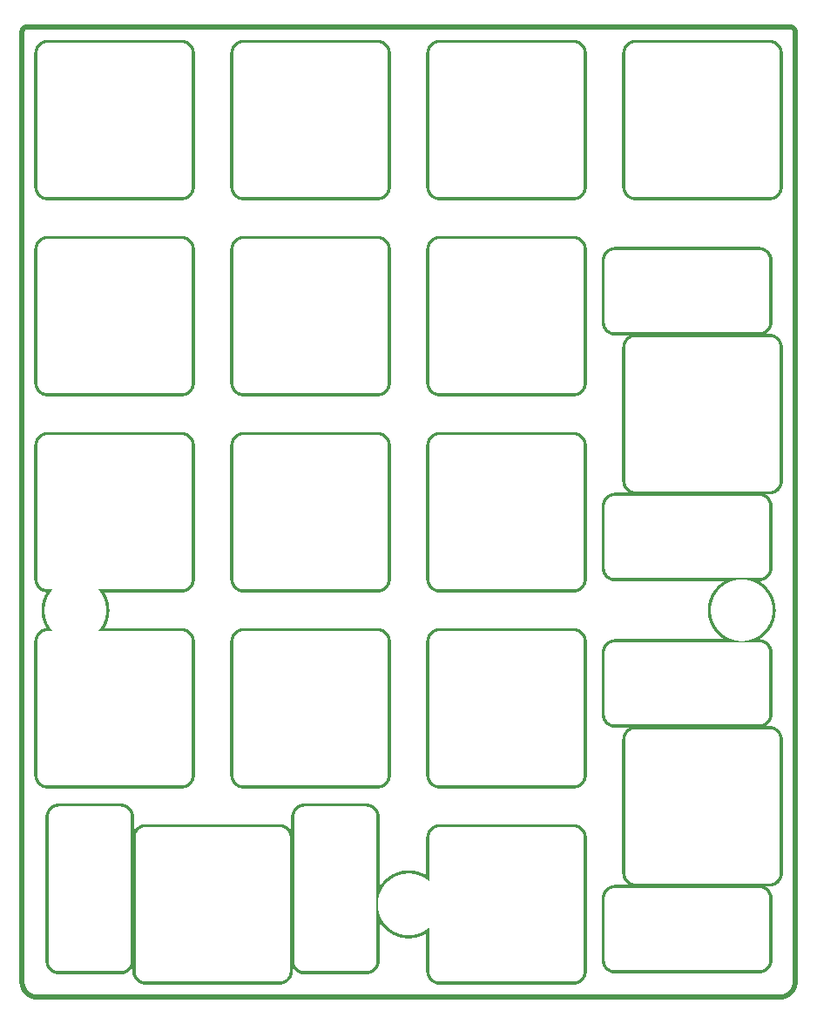
<source format=gbr>
%TF.GenerationSoftware,KiCad,Pcbnew,(6.0.2)*%
%TF.CreationDate,2022-03-24T09:15:57-04:00*%
%TF.ProjectId,RYCpad_plate,52594370-6164-45f7-906c-6174652e6b69,rev?*%
%TF.SameCoordinates,Original*%
%TF.FileFunction,Soldermask,Bot*%
%TF.FilePolarity,Negative*%
%FSLAX46Y46*%
G04 Gerber Fmt 4.6, Leading zero omitted, Abs format (unit mm)*
G04 Created by KiCad (PCBNEW (6.0.2)) date 2022-03-24 09:15:57*
%MOMM*%
%LPD*%
G01*
G04 APERTURE LIST*
G04 APERTURE END LIST*
%TO.C,svg2mod*%
G36*
X34715330Y-45906931D02*
G01*
X34736548Y-45919477D01*
X34757517Y-45932408D01*
X34778233Y-45945721D01*
X34798688Y-45959409D01*
X34818879Y-45973467D01*
X34838801Y-45987890D01*
X34858447Y-46002674D01*
X34877812Y-46017812D01*
X34896892Y-46033300D01*
X34915681Y-46049132D01*
X34934174Y-46065304D01*
X34952365Y-46081809D01*
X34970250Y-46098643D01*
X34987822Y-46115801D01*
X35005078Y-46133277D01*
X35022011Y-46151067D01*
X35038616Y-46169164D01*
X35054889Y-46187564D01*
X35070823Y-46206262D01*
X35086414Y-46225252D01*
X35101657Y-46244530D01*
X35116545Y-46264089D01*
X35131074Y-46283925D01*
X35145239Y-46304033D01*
X35159034Y-46324407D01*
X35172454Y-46345043D01*
X35185494Y-46365934D01*
X35198149Y-46387076D01*
X35210413Y-46408464D01*
X35222281Y-46430092D01*
X35233748Y-46451956D01*
X35244808Y-46474049D01*
X35255457Y-46496368D01*
X35265689Y-46518905D01*
X35275499Y-46541658D01*
X35284882Y-46564619D01*
X35293831Y-46587785D01*
X35302343Y-46611149D01*
X35310412Y-46634707D01*
X35318032Y-46658454D01*
X35325199Y-46682383D01*
X35331907Y-46706491D01*
X35338151Y-46730772D01*
X35343925Y-46755220D01*
X35349225Y-46779830D01*
X35354045Y-46804598D01*
X35358379Y-46829518D01*
X35362224Y-46854585D01*
X35365572Y-46879793D01*
X35368420Y-46905138D01*
X35370762Y-46930614D01*
X35372592Y-46956216D01*
X35373906Y-46981939D01*
X35374698Y-47007777D01*
X35374963Y-47033726D01*
X35374963Y-53033863D01*
X35374723Y-53058530D01*
X35374007Y-53083096D01*
X35372819Y-53107557D01*
X35371165Y-53131908D01*
X35369049Y-53156146D01*
X35366474Y-53180265D01*
X35363446Y-53204262D01*
X35359969Y-53228132D01*
X35356047Y-53251870D01*
X35351686Y-53275472D01*
X35346889Y-53298933D01*
X35341660Y-53322249D01*
X35336006Y-53345416D01*
X35329929Y-53368429D01*
X35323435Y-53391284D01*
X35316527Y-53413976D01*
X35309212Y-53436501D01*
X35301491Y-53458854D01*
X35293372Y-53481030D01*
X35284857Y-53503027D01*
X35275952Y-53524838D01*
X35266660Y-53546460D01*
X35256987Y-53567888D01*
X35246937Y-53589117D01*
X35236514Y-53610144D01*
X35225723Y-53630963D01*
X35214568Y-53651571D01*
X35203054Y-53671962D01*
X35191185Y-53692133D01*
X35178966Y-53712079D01*
X35166401Y-53731795D01*
X35153495Y-53751277D01*
X35140253Y-53770521D01*
X35126678Y-53789522D01*
X35112775Y-53808275D01*
X35098549Y-53826777D01*
X35084004Y-53845023D01*
X35069145Y-53863008D01*
X35053976Y-53880727D01*
X35038502Y-53898178D01*
X35022727Y-53915354D01*
X35006655Y-53932251D01*
X34990292Y-53948866D01*
X34973641Y-53965193D01*
X34956707Y-53981229D01*
X34939495Y-53996968D01*
X34922010Y-54012406D01*
X34904254Y-54027540D01*
X34886234Y-54042363D01*
X34867953Y-54056873D01*
X34849417Y-54071064D01*
X34830629Y-54084932D01*
X34811594Y-54098472D01*
X34792316Y-54111681D01*
X34772800Y-54124554D01*
X34753051Y-54137085D01*
X34733073Y-54149271D01*
X34712871Y-54161108D01*
X34692448Y-54172591D01*
X34671810Y-54183715D01*
X34650961Y-54194475D01*
X34629905Y-54204869D01*
X34608647Y-54214890D01*
X34587192Y-54224535D01*
X34565543Y-54233800D01*
X34543706Y-54242679D01*
X34521685Y-54251168D01*
X34499484Y-54259263D01*
X34477108Y-54266959D01*
X34454561Y-54274252D01*
X34431848Y-54281138D01*
X34408974Y-54287612D01*
X34385942Y-54293669D01*
X34362758Y-54299306D01*
X34339425Y-54304517D01*
X34315949Y-54309298D01*
X34292333Y-54313645D01*
X34268583Y-54317553D01*
X34244702Y-54321019D01*
X34220696Y-54324036D01*
X34196568Y-54326602D01*
X34172324Y-54328711D01*
X34147967Y-54330359D01*
X34123503Y-54331542D01*
X34098935Y-54332255D01*
X34074269Y-54332493D01*
X20074090Y-54332493D01*
X20049425Y-54332255D01*
X20024859Y-54331542D01*
X20000399Y-54330359D01*
X19976048Y-54328711D01*
X19951810Y-54326602D01*
X19927691Y-54324036D01*
X19903695Y-54321019D01*
X19879826Y-54317553D01*
X19856088Y-54313645D01*
X19832487Y-54309298D01*
X19809026Y-54304517D01*
X19785710Y-54299306D01*
X19762543Y-54293669D01*
X19739531Y-54287612D01*
X19716676Y-54281138D01*
X19693985Y-54274252D01*
X19671460Y-54266959D01*
X19649108Y-54259263D01*
X19626931Y-54251168D01*
X19604935Y-54242679D01*
X19583124Y-54233800D01*
X19561502Y-54224535D01*
X19540075Y-54214890D01*
X19518846Y-54204869D01*
X19497819Y-54194475D01*
X19477000Y-54183715D01*
X19456392Y-54172591D01*
X19436001Y-54161108D01*
X19415831Y-54149271D01*
X19395885Y-54137085D01*
X19376169Y-54124554D01*
X19356687Y-54111681D01*
X19337443Y-54098472D01*
X19318442Y-54084932D01*
X19299689Y-54071064D01*
X19281187Y-54056873D01*
X19262942Y-54042363D01*
X19244957Y-54027540D01*
X19227237Y-54012406D01*
X19209787Y-53996968D01*
X19192611Y-53981229D01*
X19175713Y-53965193D01*
X19159098Y-53948866D01*
X19142771Y-53932251D01*
X19126736Y-53915354D01*
X19110996Y-53898178D01*
X19095558Y-53880727D01*
X19080424Y-53863008D01*
X19065601Y-53845023D01*
X19051091Y-53826777D01*
X19036900Y-53808275D01*
X19023032Y-53789522D01*
X19009491Y-53770521D01*
X18996282Y-53751277D01*
X18983410Y-53731795D01*
X18970878Y-53712079D01*
X18958691Y-53692133D01*
X18946855Y-53671962D01*
X18935372Y-53651571D01*
X18924248Y-53630963D01*
X18913487Y-53610144D01*
X18903093Y-53589117D01*
X18893071Y-53567888D01*
X18883426Y-53546460D01*
X18874161Y-53524838D01*
X18865282Y-53503027D01*
X18856793Y-53481030D01*
X18848697Y-53458854D01*
X18841001Y-53436501D01*
X18833707Y-53413976D01*
X18826821Y-53391284D01*
X18820347Y-53368429D01*
X18814289Y-53345416D01*
X18808652Y-53322249D01*
X18803441Y-53298933D01*
X18798659Y-53275472D01*
X18794312Y-53251870D01*
X18790403Y-53228132D01*
X18786937Y-53204262D01*
X18783919Y-53180265D01*
X18781353Y-53156146D01*
X18779244Y-53131908D01*
X18777595Y-53107557D01*
X18776412Y-53083096D01*
X18775699Y-53058530D01*
X18775459Y-53033863D01*
X19074151Y-53033863D01*
X19074462Y-53058633D01*
X19075391Y-53083268D01*
X19076929Y-53107759D01*
X19079070Y-53132101D01*
X19081805Y-53156284D01*
X19085128Y-53180302D01*
X19089030Y-53204146D01*
X19093504Y-53227811D01*
X19098542Y-53251287D01*
X19104138Y-53274567D01*
X19110282Y-53297645D01*
X19116969Y-53320512D01*
X19124191Y-53343160D01*
X19131939Y-53365583D01*
X19140206Y-53387773D01*
X19148985Y-53409722D01*
X19158269Y-53431423D01*
X19168049Y-53452868D01*
X19178318Y-53474049D01*
X19189069Y-53494960D01*
X19200295Y-53515592D01*
X19211986Y-53535938D01*
X19224137Y-53555991D01*
X19236740Y-53575743D01*
X19249786Y-53595186D01*
X19263270Y-53614314D01*
X19277182Y-53633117D01*
X19291515Y-53651590D01*
X19306263Y-53669724D01*
X19321416Y-53687511D01*
X19336969Y-53704945D01*
X19352913Y-53722018D01*
X19369241Y-53738722D01*
X19385945Y-53755050D01*
X19403018Y-53770994D01*
X19420452Y-53786547D01*
X19438239Y-53801700D01*
X19456373Y-53816448D01*
X19474846Y-53830781D01*
X19493649Y-53844693D01*
X19512776Y-53858176D01*
X19532220Y-53871222D01*
X19551971Y-53883825D01*
X19572024Y-53895975D01*
X19592370Y-53907667D01*
X19613002Y-53918892D01*
X19633912Y-53929643D01*
X19655094Y-53939912D01*
X19676538Y-53949692D01*
X19698239Y-53958975D01*
X19720187Y-53967754D01*
X19742377Y-53976021D01*
X19764800Y-53983769D01*
X19787448Y-53990990D01*
X19810314Y-53997676D01*
X19833391Y-54003821D01*
X19856672Y-54009416D01*
X19880147Y-54014454D01*
X19903811Y-54018927D01*
X19927656Y-54022829D01*
X19951673Y-54026151D01*
X19975856Y-54028886D01*
X20000196Y-54031026D01*
X20024687Y-54032564D01*
X20049321Y-54033492D01*
X20074090Y-54033803D01*
X34074269Y-54033803D01*
X34099038Y-54033492D01*
X34123671Y-54032564D01*
X34148162Y-54031026D01*
X34172503Y-54028886D01*
X34196686Y-54026151D01*
X34220703Y-54022829D01*
X34244547Y-54018927D01*
X34268211Y-54014454D01*
X34291686Y-54009416D01*
X34314966Y-54003821D01*
X34338043Y-53997676D01*
X34360910Y-53990990D01*
X34383558Y-53983769D01*
X34405981Y-53976021D01*
X34428170Y-53967754D01*
X34450119Y-53958975D01*
X34471819Y-53949692D01*
X34493264Y-53939912D01*
X34514445Y-53929643D01*
X34535355Y-53918892D01*
X34555987Y-53907667D01*
X34576333Y-53895975D01*
X34596386Y-53883825D01*
X34616137Y-53871222D01*
X34635581Y-53858176D01*
X34654708Y-53844693D01*
X34673511Y-53830781D01*
X34691984Y-53816448D01*
X34710118Y-53801700D01*
X34727905Y-53786547D01*
X34745339Y-53770994D01*
X34762412Y-53755050D01*
X34779116Y-53738722D01*
X34795444Y-53722018D01*
X34811388Y-53704945D01*
X34826940Y-53687511D01*
X34842094Y-53669724D01*
X34856842Y-53651590D01*
X34871175Y-53633117D01*
X34885087Y-53614314D01*
X34898570Y-53595186D01*
X34911617Y-53575743D01*
X34924219Y-53555991D01*
X34936370Y-53535938D01*
X34948062Y-53515592D01*
X34959287Y-53494960D01*
X34970038Y-53474049D01*
X34980308Y-53452868D01*
X34990088Y-53431423D01*
X34999371Y-53409722D01*
X35008150Y-53387773D01*
X35016418Y-53365583D01*
X35024166Y-53343160D01*
X35031387Y-53320512D01*
X35038074Y-53297645D01*
X35044219Y-53274567D01*
X35049814Y-53251287D01*
X35054853Y-53227811D01*
X35059327Y-53204146D01*
X35063228Y-53180302D01*
X35066551Y-53156284D01*
X35069286Y-53132101D01*
X35071427Y-53107759D01*
X35072965Y-53083268D01*
X35073894Y-53058633D01*
X35074206Y-53033863D01*
X35074206Y-47033726D01*
X35073895Y-47008957D01*
X35072967Y-46984323D01*
X35071430Y-46959832D01*
X35069290Y-46935491D01*
X35066556Y-46911308D01*
X35063234Y-46887291D01*
X35059333Y-46863446D01*
X35054860Y-46839782D01*
X35049822Y-46816306D01*
X35044227Y-46793026D01*
X35038083Y-46769949D01*
X35031397Y-46747082D01*
X35024176Y-46724433D01*
X35016429Y-46702011D01*
X35008162Y-46679821D01*
X34999383Y-46657872D01*
X34990100Y-46636171D01*
X34980320Y-46614727D01*
X34970051Y-46593545D01*
X34959300Y-46572635D01*
X34948076Y-46552002D01*
X34936384Y-46531656D01*
X34924233Y-46511603D01*
X34911631Y-46491851D01*
X34898584Y-46472408D01*
X34885102Y-46453281D01*
X34871190Y-46434477D01*
X34856856Y-46416005D01*
X34842109Y-46397871D01*
X34826955Y-46380083D01*
X34811402Y-46362649D01*
X34795458Y-46345576D01*
X34779131Y-46328872D01*
X34762426Y-46312544D01*
X34745354Y-46296600D01*
X34727919Y-46281047D01*
X34710132Y-46265893D01*
X34691998Y-46251146D01*
X34673525Y-46236812D01*
X34654721Y-46222900D01*
X34635594Y-46209417D01*
X34616150Y-46196370D01*
X34596398Y-46183768D01*
X34576345Y-46171617D01*
X34555999Y-46159925D01*
X34535367Y-46148700D01*
X34514456Y-46137949D01*
X34493274Y-46127680D01*
X34471829Y-46117899D01*
X34450128Y-46108616D01*
X34428179Y-46099837D01*
X34405989Y-46091570D01*
X34383566Y-46083822D01*
X34360918Y-46076601D01*
X34338051Y-46069914D01*
X34314973Y-46063770D01*
X34291692Y-46058175D01*
X34268216Y-46053136D01*
X34244552Y-46048663D01*
X34220707Y-46044761D01*
X34196689Y-46041439D01*
X34172506Y-46038704D01*
X34148164Y-46036564D01*
X34123673Y-46035026D01*
X34099038Y-46034098D01*
X34074269Y-46033786D01*
X20074090Y-46033786D01*
X20049321Y-46034098D01*
X20024686Y-46035026D01*
X20000195Y-46036564D01*
X19975853Y-46038704D01*
X19951670Y-46041439D01*
X19927652Y-46044761D01*
X19903807Y-46048663D01*
X19880143Y-46053136D01*
X19856667Y-46058175D01*
X19833386Y-46063770D01*
X19810308Y-46069914D01*
X19787441Y-46076601D01*
X19764793Y-46083822D01*
X19742370Y-46091570D01*
X19720180Y-46099837D01*
X19698231Y-46108616D01*
X19676530Y-46117899D01*
X19655085Y-46127680D01*
X19633903Y-46137949D01*
X19612992Y-46148700D01*
X19592360Y-46159925D01*
X19572013Y-46171617D01*
X19551960Y-46183768D01*
X19532209Y-46196370D01*
X19512765Y-46209417D01*
X19493638Y-46222900D01*
X19474834Y-46236812D01*
X19456361Y-46251146D01*
X19438227Y-46265893D01*
X19420439Y-46281047D01*
X19403005Y-46296600D01*
X19385932Y-46312544D01*
X19369228Y-46328871D01*
X19352900Y-46345576D01*
X19336956Y-46362649D01*
X19321403Y-46380083D01*
X19306250Y-46397871D01*
X19291502Y-46416005D01*
X19277169Y-46434477D01*
X19263257Y-46453281D01*
X19249774Y-46472408D01*
X19236727Y-46491851D01*
X19224125Y-46511603D01*
X19211974Y-46531656D01*
X19200283Y-46552002D01*
X19189058Y-46572635D01*
X19178307Y-46593545D01*
X19168038Y-46614727D01*
X19158258Y-46636171D01*
X19148975Y-46657872D01*
X19140196Y-46679821D01*
X19131929Y-46702011D01*
X19124181Y-46724433D01*
X19116961Y-46747082D01*
X19110274Y-46769949D01*
X19104130Y-46793026D01*
X19098535Y-46816306D01*
X19093497Y-46839782D01*
X19089024Y-46863446D01*
X19085123Y-46887291D01*
X19081801Y-46911308D01*
X19079067Y-46935491D01*
X19076927Y-46959832D01*
X19075389Y-46984323D01*
X19074461Y-47008957D01*
X19074151Y-47033726D01*
X19074151Y-53033863D01*
X18775459Y-53033863D01*
X18775459Y-47033726D01*
X18775698Y-47009059D01*
X18776410Y-46984491D01*
X18777593Y-46960026D01*
X18779240Y-46935669D01*
X18781349Y-46911424D01*
X18783914Y-46887296D01*
X18786932Y-46863289D01*
X18790396Y-46839408D01*
X18794305Y-46815657D01*
X18798651Y-46792041D01*
X18803432Y-46768565D01*
X18808643Y-46745232D01*
X18814279Y-46722047D01*
X18820336Y-46699015D01*
X18826810Y-46676140D01*
X18833696Y-46653427D01*
X18840989Y-46630880D01*
X18848685Y-46608503D01*
X18856780Y-46586302D01*
X18865269Y-46564281D01*
X18874148Y-46542443D01*
X18883412Y-46520795D01*
X18893057Y-46499339D01*
X18903078Y-46478081D01*
X18913471Y-46457025D01*
X18924232Y-46436176D01*
X18935356Y-46415538D01*
X18946838Y-46395115D01*
X18958675Y-46374912D01*
X18970861Y-46354934D01*
X18983393Y-46335185D01*
X18996265Y-46315669D01*
X19009474Y-46296392D01*
X19023015Y-46277357D01*
X19036883Y-46258569D01*
X19051074Y-46240032D01*
X19065583Y-46221751D01*
X19080407Y-46203731D01*
X19095540Y-46185976D01*
X19110979Y-46168490D01*
X19126718Y-46151278D01*
X19142754Y-46134345D01*
X19159081Y-46117694D01*
X19175696Y-46101331D01*
X19192594Y-46085259D01*
X19209770Y-46069484D01*
X19227220Y-46054010D01*
X19244940Y-46038841D01*
X19262925Y-46023982D01*
X19281171Y-46009438D01*
X19299673Y-45995212D01*
X19318426Y-45981309D01*
X19337427Y-45967735D01*
X19356671Y-45954492D01*
X19376154Y-45941586D01*
X19395870Y-45929022D01*
X19415816Y-45916803D01*
X19435987Y-45904935D01*
X19456379Y-45893421D01*
X19476986Y-45882266D01*
X19497806Y-45871476D01*
X19518833Y-45861053D01*
X19540062Y-45851003D01*
X19561490Y-45841330D01*
X19583112Y-45832039D01*
X19604924Y-45823134D01*
X19626920Y-45814619D01*
X19649097Y-45806500D01*
X19671451Y-45798781D01*
X19693975Y-45791465D01*
X19716668Y-45784558D01*
X19739522Y-45778064D01*
X19762536Y-45771988D01*
X19785703Y-45766333D01*
X19809019Y-45761106D01*
X19832481Y-45756309D01*
X19856083Y-45751948D01*
X19879821Y-45748027D01*
X19903691Y-45744550D01*
X19927688Y-45741522D01*
X19951807Y-45738948D01*
X19976045Y-45736832D01*
X20000397Y-45735178D01*
X20024858Y-45733991D01*
X20049424Y-45733276D01*
X20074090Y-45733036D01*
X21454881Y-45733036D01*
X21433445Y-45720882D01*
X21412254Y-45708336D01*
X21391313Y-45695405D01*
X21370626Y-45682092D01*
X21350201Y-45668404D01*
X21330040Y-45654346D01*
X21310151Y-45639923D01*
X21290537Y-45625139D01*
X21271205Y-45610001D01*
X21252159Y-45594513D01*
X21233404Y-45578681D01*
X21214946Y-45562509D01*
X21196790Y-45546004D01*
X21178941Y-45529170D01*
X21161405Y-45512012D01*
X21144185Y-45494536D01*
X21127289Y-45476746D01*
X21110720Y-45458649D01*
X21094485Y-45440249D01*
X21078587Y-45421551D01*
X21063033Y-45402561D01*
X21047828Y-45383283D01*
X21032977Y-45363724D01*
X21018484Y-45343888D01*
X21004356Y-45323780D01*
X20990597Y-45303406D01*
X20977212Y-45282770D01*
X20964208Y-45261879D01*
X20951588Y-45240737D01*
X20939359Y-45219349D01*
X20927525Y-45197721D01*
X20916091Y-45175857D01*
X20905063Y-45153764D01*
X20894446Y-45131445D01*
X20884245Y-45108908D01*
X20874466Y-45086155D01*
X20865112Y-45063194D01*
X20856191Y-45040028D01*
X20847706Y-45016664D01*
X20839664Y-44993106D01*
X20832069Y-44969359D01*
X20824926Y-44945430D01*
X20818241Y-44921322D01*
X20812018Y-44897041D01*
X20806264Y-44872593D01*
X20800983Y-44847983D01*
X20796180Y-44823215D01*
X20791861Y-44798295D01*
X20788030Y-44773228D01*
X20784694Y-44748020D01*
X20781857Y-44722675D01*
X20779524Y-44697199D01*
X20777700Y-44671597D01*
X20776392Y-44645874D01*
X20775603Y-44620036D01*
X20775340Y-44594086D01*
X21074544Y-44594086D01*
X21074854Y-44618856D01*
X21075783Y-44643490D01*
X21077321Y-44667981D01*
X21079461Y-44692322D01*
X21082195Y-44716505D01*
X21085517Y-44740522D01*
X21089419Y-44764367D01*
X21093892Y-44788031D01*
X21098930Y-44811507D01*
X21104525Y-44834787D01*
X21110670Y-44857864D01*
X21117356Y-44880731D01*
X21124577Y-44903380D01*
X21132325Y-44925802D01*
X21140592Y-44947992D01*
X21149371Y-44969941D01*
X21158654Y-44991642D01*
X21168434Y-45013086D01*
X21178703Y-45034268D01*
X21189454Y-45055178D01*
X21200679Y-45075811D01*
X21212371Y-45096157D01*
X21224522Y-45116210D01*
X21237124Y-45135962D01*
X21250170Y-45155405D01*
X21263653Y-45174532D01*
X21277565Y-45193336D01*
X21291899Y-45211808D01*
X21306646Y-45229942D01*
X21321800Y-45247730D01*
X21337353Y-45265164D01*
X21353297Y-45282237D01*
X21369624Y-45298941D01*
X21386328Y-45315269D01*
X21403401Y-45331213D01*
X21420835Y-45346766D01*
X21438623Y-45361920D01*
X21456757Y-45376667D01*
X21475230Y-45391001D01*
X21494034Y-45404913D01*
X21513161Y-45418396D01*
X21532604Y-45431443D01*
X21552356Y-45444045D01*
X21572409Y-45456196D01*
X21592755Y-45467888D01*
X21613388Y-45479113D01*
X21634298Y-45489864D01*
X21655480Y-45500133D01*
X21676925Y-45509914D01*
X21698625Y-45519197D01*
X21720574Y-45527976D01*
X21742764Y-45536243D01*
X21765187Y-45543991D01*
X21787836Y-45551212D01*
X21810703Y-45557899D01*
X21833780Y-45564043D01*
X21857061Y-45569638D01*
X21880537Y-45574677D01*
X21904201Y-45579150D01*
X21928046Y-45583052D01*
X21952063Y-45586374D01*
X21976247Y-45589109D01*
X22000588Y-45591249D01*
X22025079Y-45592787D01*
X22049714Y-45593715D01*
X22074484Y-45594026D01*
X35074206Y-45594026D01*
X35098975Y-45593715D01*
X35123610Y-45592787D01*
X35148101Y-45591249D01*
X35172443Y-45589109D01*
X35196626Y-45586374D01*
X35220644Y-45583052D01*
X35244489Y-45579150D01*
X35268153Y-45574677D01*
X35291629Y-45569638D01*
X35314910Y-45564043D01*
X35337988Y-45557899D01*
X35360855Y-45551212D01*
X35383503Y-45543991D01*
X35405927Y-45536243D01*
X35428116Y-45527976D01*
X35450066Y-45519197D01*
X35471766Y-45509914D01*
X35493211Y-45500133D01*
X35514393Y-45489864D01*
X35535304Y-45479113D01*
X35555936Y-45467888D01*
X35576283Y-45456196D01*
X35596336Y-45444045D01*
X35616088Y-45431443D01*
X35635531Y-45418396D01*
X35654659Y-45404913D01*
X35673462Y-45391001D01*
X35691935Y-45376667D01*
X35710069Y-45361920D01*
X35727857Y-45346766D01*
X35745291Y-45331213D01*
X35762364Y-45315269D01*
X35779068Y-45298941D01*
X35795396Y-45282237D01*
X35811340Y-45265164D01*
X35826893Y-45247730D01*
X35842047Y-45229942D01*
X35856794Y-45211808D01*
X35871128Y-45193336D01*
X35885040Y-45174532D01*
X35898523Y-45155405D01*
X35911569Y-45135962D01*
X35924171Y-45116210D01*
X35936322Y-45096157D01*
X35948014Y-45075811D01*
X35959239Y-45055178D01*
X35969990Y-45034268D01*
X35980259Y-45013086D01*
X35990039Y-44991642D01*
X35999322Y-44969941D01*
X36008101Y-44947992D01*
X36016368Y-44925802D01*
X36024115Y-44903380D01*
X36031336Y-44880731D01*
X36038022Y-44857864D01*
X36044166Y-44834787D01*
X36049761Y-44811507D01*
X36054799Y-44788031D01*
X36059272Y-44764367D01*
X36063173Y-44740522D01*
X36066495Y-44716505D01*
X36069230Y-44692322D01*
X36071369Y-44667981D01*
X36072907Y-44643490D01*
X36073835Y-44618856D01*
X36074146Y-44594086D01*
X36074146Y-31594366D01*
X36073834Y-31569597D01*
X36072906Y-31544962D01*
X36071368Y-31520471D01*
X36069228Y-31496129D01*
X36066493Y-31471946D01*
X36063171Y-31447928D01*
X36059269Y-31424084D01*
X36054796Y-31400419D01*
X36049757Y-31376943D01*
X36044162Y-31353663D01*
X36038018Y-31330585D01*
X36031331Y-31307718D01*
X36024110Y-31285070D01*
X36016362Y-31262647D01*
X36008095Y-31240457D01*
X35999316Y-31218508D01*
X35990033Y-31196807D01*
X35980253Y-31175362D01*
X35969983Y-31154181D01*
X35959233Y-31133270D01*
X35948007Y-31112638D01*
X35936316Y-31092292D01*
X35924165Y-31072239D01*
X35911562Y-31052487D01*
X35898516Y-31033044D01*
X35885033Y-31013916D01*
X35871121Y-30995113D01*
X35856787Y-30976640D01*
X35842040Y-30958506D01*
X35826886Y-30940719D01*
X35811333Y-30923285D01*
X35795389Y-30906212D01*
X35779061Y-30889508D01*
X35762357Y-30873180D01*
X35745284Y-30857236D01*
X35727850Y-30841683D01*
X35710062Y-30826530D01*
X35691928Y-30811782D01*
X35673456Y-30797449D01*
X35654652Y-30783537D01*
X35635525Y-30770054D01*
X35616081Y-30757008D01*
X35596330Y-30744405D01*
X35576277Y-30732255D01*
X35555930Y-30720563D01*
X35535298Y-30709338D01*
X35514388Y-30698587D01*
X35493206Y-30688318D01*
X35471761Y-30678538D01*
X35450061Y-30669255D01*
X35428112Y-30660476D01*
X35405922Y-30652209D01*
X35383499Y-30644461D01*
X35360851Y-30637240D01*
X35337984Y-30630554D01*
X35314907Y-30624409D01*
X35291626Y-30618814D01*
X35268150Y-30613776D01*
X35244486Y-30609303D01*
X35220642Y-30605401D01*
X35196624Y-30602079D01*
X35172441Y-30599344D01*
X35148100Y-30597204D01*
X35123609Y-30595666D01*
X35098975Y-30594738D01*
X35074206Y-30594426D01*
X22074484Y-30594426D01*
X22049714Y-30594738D01*
X22025080Y-30595666D01*
X22000589Y-30597204D01*
X21976248Y-30599344D01*
X21952065Y-30602079D01*
X21928047Y-30605401D01*
X21904203Y-30609303D01*
X21880539Y-30613776D01*
X21857063Y-30618814D01*
X21833782Y-30624409D01*
X21810705Y-30630554D01*
X21787838Y-30637240D01*
X21765190Y-30644461D01*
X21742767Y-30652209D01*
X21720577Y-30660476D01*
X21698628Y-30669255D01*
X21676928Y-30678538D01*
X21655483Y-30688318D01*
X21634301Y-30698587D01*
X21613391Y-30709338D01*
X21592759Y-30720563D01*
X21572412Y-30732255D01*
X21552359Y-30744405D01*
X21532608Y-30757008D01*
X21513164Y-30770054D01*
X21494037Y-30783537D01*
X21475233Y-30797449D01*
X21456761Y-30811782D01*
X21438627Y-30826530D01*
X21420839Y-30841683D01*
X21403405Y-30857236D01*
X21386332Y-30873180D01*
X21369628Y-30889508D01*
X21353300Y-30906212D01*
X21337356Y-30923285D01*
X21321803Y-30940719D01*
X21306649Y-30958506D01*
X21291902Y-30976640D01*
X21277568Y-30995113D01*
X21263656Y-31013916D01*
X21250173Y-31033044D01*
X21237127Y-31052487D01*
X21224524Y-31072239D01*
X21212373Y-31092292D01*
X21200682Y-31112638D01*
X21189456Y-31133270D01*
X21178706Y-31154181D01*
X21168436Y-31175362D01*
X21158656Y-31196807D01*
X21149373Y-31218508D01*
X21140594Y-31240457D01*
X21132327Y-31262647D01*
X21124579Y-31285070D01*
X21117358Y-31307718D01*
X21110671Y-31330585D01*
X21104527Y-31353663D01*
X21098932Y-31376943D01*
X21093893Y-31400419D01*
X21089420Y-31424084D01*
X21085518Y-31447928D01*
X21082196Y-31471946D01*
X21079461Y-31496129D01*
X21077321Y-31520471D01*
X21075783Y-31544962D01*
X21074855Y-31569597D01*
X21074544Y-31594366D01*
X21074544Y-44594086D01*
X20775340Y-44594086D01*
X20775340Y-31594366D01*
X20775610Y-31568270D01*
X20776417Y-31542296D01*
X20777757Y-31516448D01*
X20779622Y-31490733D01*
X20782008Y-31465154D01*
X20784909Y-31439717D01*
X20788320Y-31414426D01*
X20792235Y-31389287D01*
X20796649Y-31364305D01*
X20801556Y-31339484D01*
X20806950Y-31314829D01*
X20812827Y-31290346D01*
X20819180Y-31266038D01*
X20826005Y-31241912D01*
X20833295Y-31217972D01*
X20841045Y-31194223D01*
X20849250Y-31170670D01*
X20857904Y-31147318D01*
X20867002Y-31124172D01*
X20876537Y-31101236D01*
X20886506Y-31078516D01*
X20896902Y-31056016D01*
X20907719Y-31033742D01*
X20918952Y-31011699D01*
X20930596Y-30989891D01*
X20942645Y-30968323D01*
X20955094Y-30947000D01*
X20967937Y-30925928D01*
X20981168Y-30905110D01*
X20994783Y-30884553D01*
X21008775Y-30864261D01*
X21023140Y-30844238D01*
X21037871Y-30824490D01*
X21052963Y-30805022D01*
X21068411Y-30785839D01*
X21084209Y-30766945D01*
X21100351Y-30748346D01*
X21116833Y-30730046D01*
X21133648Y-30712051D01*
X21150791Y-30694365D01*
X21168257Y-30676993D01*
X21186040Y-30659940D01*
X21204135Y-30643212D01*
X21222536Y-30626812D01*
X21241237Y-30610746D01*
X21260234Y-30595020D01*
X21279520Y-30579637D01*
X21299090Y-30564603D01*
X21318939Y-30549922D01*
X21339061Y-30535601D01*
X21359450Y-30521642D01*
X21380102Y-30508052D01*
X21401010Y-30494836D01*
X21422170Y-30481998D01*
X21443574Y-30469543D01*
X21465220Y-30457476D01*
X20074090Y-30457476D01*
X20049425Y-30457237D01*
X20024860Y-30456522D01*
X20000400Y-30455335D01*
X19976049Y-30453681D01*
X19951812Y-30451565D01*
X19927693Y-30448990D01*
X19903697Y-30445962D01*
X19879829Y-30442486D01*
X19856091Y-30438564D01*
X19832490Y-30434203D01*
X19809030Y-30429406D01*
X19785714Y-30424178D01*
X19762548Y-30418524D01*
X19739535Y-30412447D01*
X19716681Y-30405953D01*
X19693990Y-30399046D01*
X19671466Y-30391730D01*
X19649113Y-30384010D01*
X19626937Y-30375890D01*
X19604941Y-30367375D01*
X19583130Y-30358470D01*
X19561509Y-30349179D01*
X19540081Y-30339505D01*
X19518852Y-30329455D01*
X19497826Y-30319032D01*
X19477007Y-30308241D01*
X19456400Y-30297086D01*
X19436009Y-30285572D01*
X19415838Y-30273703D01*
X19395893Y-30261484D01*
X19376177Y-30248919D01*
X19356695Y-30236013D01*
X19337451Y-30222770D01*
X19318451Y-30209195D01*
X19299697Y-30195292D01*
X19281196Y-30181066D01*
X19262950Y-30166521D01*
X19244966Y-30151662D01*
X19227246Y-30136493D01*
X19209796Y-30121018D01*
X19192620Y-30105243D01*
X19175722Y-30089171D01*
X19159108Y-30072808D01*
X19142780Y-30056157D01*
X19126745Y-30039223D01*
X19111006Y-30022011D01*
X19095567Y-30004525D01*
X19080434Y-29986769D01*
X19065610Y-29968749D01*
X19051100Y-29950468D01*
X19036909Y-29931931D01*
X19023041Y-29913143D01*
X19009500Y-29894108D01*
X18996291Y-29874830D01*
X18983419Y-29855315D01*
X18970887Y-29835566D01*
X18958700Y-29815587D01*
X18946863Y-29795385D01*
X18935381Y-29774962D01*
X18924256Y-29754324D01*
X18913495Y-29733475D01*
X18903101Y-29712419D01*
X18893079Y-29691161D01*
X18883434Y-29669706D01*
X18874169Y-29648057D01*
X18865290Y-29626220D01*
X18856800Y-29604199D01*
X18848704Y-29581998D01*
X18841007Y-29559622D01*
X18833713Y-29537075D01*
X18826827Y-29514362D01*
X18820353Y-29491488D01*
X18814295Y-29468456D01*
X18808658Y-29445272D01*
X18803446Y-29421940D01*
X18798664Y-29398463D01*
X18794316Y-29374848D01*
X18790407Y-29351098D01*
X18786941Y-29327218D01*
X18783922Y-29303212D01*
X18781356Y-29279084D01*
X18779246Y-29254840D01*
X18777597Y-29230484D01*
X18776413Y-29206020D01*
X18775699Y-29181453D01*
X18775459Y-29156786D01*
X19074151Y-29156786D01*
X19074463Y-29181555D01*
X19075392Y-29206188D01*
X19076931Y-29230679D01*
X19079072Y-29255019D01*
X19081807Y-29279201D01*
X19085130Y-29303218D01*
X19089032Y-29327062D01*
X19093507Y-29350725D01*
X19098546Y-29374201D01*
X19104141Y-29397481D01*
X19110287Y-29420558D01*
X19116974Y-29443424D01*
X19124195Y-29466072D01*
X19131943Y-29488495D01*
X19140211Y-29510684D01*
X19148990Y-29532633D01*
X19158274Y-29554333D01*
X19168054Y-29575778D01*
X19178324Y-29596959D01*
X19189075Y-29617870D01*
X19200301Y-29638502D01*
X19211993Y-29658848D01*
X19224144Y-29678901D01*
X19236746Y-29698653D01*
X19249793Y-29718096D01*
X19263276Y-29737223D01*
X19277188Y-29756027D01*
X19291522Y-29774500D01*
X19306269Y-29792634D01*
X19321423Y-29810422D01*
X19336976Y-29827857D01*
X19352920Y-29844930D01*
X19369247Y-29861634D01*
X19385952Y-29877962D01*
X19403024Y-29893906D01*
X19420458Y-29909459D01*
X19438246Y-29924614D01*
X19456380Y-29939361D01*
X19474852Y-29953695D01*
X19493656Y-29967607D01*
X19512783Y-29981091D01*
X19532226Y-29994138D01*
X19551977Y-30006740D01*
X19572030Y-30018892D01*
X19592376Y-30030584D01*
X19613008Y-30041809D01*
X19633918Y-30052561D01*
X19655099Y-30062830D01*
X19676543Y-30072611D01*
X19698243Y-30081894D01*
X19720192Y-30090673D01*
X19742381Y-30098941D01*
X19764804Y-30106689D01*
X19787452Y-30113910D01*
X19810318Y-30120597D01*
X19833395Y-30126742D01*
X19856675Y-30132337D01*
X19880150Y-30137376D01*
X19903814Y-30141850D01*
X19927658Y-30145751D01*
X19951675Y-30149073D01*
X19975857Y-30151808D01*
X20000197Y-30153949D01*
X20024688Y-30155487D01*
X20049322Y-30156415D01*
X20074090Y-30156726D01*
X34074268Y-30156726D01*
X34099037Y-30156415D01*
X34123671Y-30155487D01*
X34148161Y-30153949D01*
X34172501Y-30151808D01*
X34196684Y-30149073D01*
X34220701Y-30145751D01*
X34244545Y-30141850D01*
X34268208Y-30137376D01*
X34291683Y-30132337D01*
X34314963Y-30126742D01*
X34338040Y-30120597D01*
X34360906Y-30113910D01*
X34383554Y-30106689D01*
X34405976Y-30098941D01*
X34428165Y-30090673D01*
X34450114Y-30081894D01*
X34471814Y-30072611D01*
X34493258Y-30062830D01*
X34514439Y-30052561D01*
X34535350Y-30041809D01*
X34555981Y-30030584D01*
X34576327Y-30018892D01*
X34596380Y-30006740D01*
X34616131Y-29994138D01*
X34635574Y-29981091D01*
X34654701Y-29967607D01*
X34673505Y-29953695D01*
X34691977Y-29939361D01*
X34710111Y-29924614D01*
X34727898Y-29909459D01*
X34745332Y-29893906D01*
X34762405Y-29877962D01*
X34779109Y-29861634D01*
X34795437Y-29844930D01*
X34811381Y-29827857D01*
X34826933Y-29810422D01*
X34842087Y-29792634D01*
X34856834Y-29774500D01*
X34871168Y-29756027D01*
X34885080Y-29737223D01*
X34898563Y-29718096D01*
X34911610Y-29698653D01*
X34924212Y-29678901D01*
X34936363Y-29658848D01*
X34948055Y-29638502D01*
X34959281Y-29617870D01*
X34970032Y-29596959D01*
X34980302Y-29575778D01*
X34990082Y-29554333D01*
X34999366Y-29532633D01*
X35008145Y-29510684D01*
X35016413Y-29488495D01*
X35024161Y-29466072D01*
X35031382Y-29443424D01*
X35038069Y-29420558D01*
X35044215Y-29397481D01*
X35049810Y-29374201D01*
X35054849Y-29350725D01*
X35059324Y-29327062D01*
X35063226Y-29303218D01*
X35066549Y-29279201D01*
X35069284Y-29255019D01*
X35071425Y-29230679D01*
X35072964Y-29206188D01*
X35073893Y-29181555D01*
X35074206Y-29156786D01*
X35074206Y-23156616D01*
X35073895Y-23131850D01*
X35072967Y-23107219D01*
X35071430Y-23082731D01*
X35069290Y-23058393D01*
X35066556Y-23034212D01*
X35063234Y-23010197D01*
X35059333Y-22986355D01*
X35054860Y-22962693D01*
X35049822Y-22939219D01*
X35044227Y-22915941D01*
X35038083Y-22892865D01*
X35031397Y-22870000D01*
X35024176Y-22847353D01*
X35016429Y-22824932D01*
X35008162Y-22802743D01*
X34999383Y-22780796D01*
X34990100Y-22759096D01*
X34980320Y-22737652D01*
X34970051Y-22716472D01*
X34959300Y-22695562D01*
X34948076Y-22674931D01*
X34936384Y-22654585D01*
X34924233Y-22634533D01*
X34911631Y-22614781D01*
X34898584Y-22595338D01*
X34885102Y-22576212D01*
X34871190Y-22557408D01*
X34856856Y-22538936D01*
X34842109Y-22520802D01*
X34826955Y-22503014D01*
X34811402Y-22485580D01*
X34795458Y-22468507D01*
X34779131Y-22451803D01*
X34762426Y-22435475D01*
X34745354Y-22419530D01*
X34727919Y-22403978D01*
X34710132Y-22388823D01*
X34691998Y-22374076D01*
X34673525Y-22359742D01*
X34654721Y-22345829D01*
X34635594Y-22332346D01*
X34616150Y-22319299D01*
X34596398Y-22306696D01*
X34576345Y-22294545D01*
X34555999Y-22282852D01*
X34535367Y-22271627D01*
X34514456Y-22260875D01*
X34493274Y-22250605D01*
X34471829Y-22240825D01*
X34450128Y-22231541D01*
X34428179Y-22222762D01*
X34405989Y-22214494D01*
X34383566Y-22206746D01*
X34360918Y-22199524D01*
X34338051Y-22192837D01*
X34314973Y-22186692D01*
X34291692Y-22181096D01*
X34268216Y-22176058D01*
X34244552Y-22171584D01*
X34220707Y-22167682D01*
X34196689Y-22164360D01*
X34172506Y-22161625D01*
X34148164Y-22159484D01*
X34123673Y-22157946D01*
X34099038Y-22157018D01*
X34074268Y-22156706D01*
X20074090Y-22156706D01*
X20049321Y-22157018D01*
X20024686Y-22157946D01*
X20000195Y-22159484D01*
X19975853Y-22161625D01*
X19951670Y-22164360D01*
X19927652Y-22167682D01*
X19903807Y-22171584D01*
X19880143Y-22176058D01*
X19856667Y-22181096D01*
X19833386Y-22186692D01*
X19810308Y-22192837D01*
X19787441Y-22199524D01*
X19764793Y-22206746D01*
X19742370Y-22214494D01*
X19720180Y-22222762D01*
X19698231Y-22231541D01*
X19676530Y-22240825D01*
X19655085Y-22250605D01*
X19633903Y-22260875D01*
X19612992Y-22271627D01*
X19592360Y-22282852D01*
X19572013Y-22294545D01*
X19551960Y-22306696D01*
X19532209Y-22319299D01*
X19512765Y-22332346D01*
X19493638Y-22345829D01*
X19474834Y-22359742D01*
X19456361Y-22374076D01*
X19438227Y-22388823D01*
X19420439Y-22403978D01*
X19403005Y-22419530D01*
X19385932Y-22435475D01*
X19369228Y-22451803D01*
X19352900Y-22468507D01*
X19336956Y-22485580D01*
X19321403Y-22503014D01*
X19306250Y-22520802D01*
X19291502Y-22538936D01*
X19277169Y-22557408D01*
X19263257Y-22576212D01*
X19249774Y-22595338D01*
X19236727Y-22614781D01*
X19224125Y-22634533D01*
X19211974Y-22654585D01*
X19200283Y-22674931D01*
X19189058Y-22695562D01*
X19178307Y-22716472D01*
X19168038Y-22737652D01*
X19158258Y-22759096D01*
X19148975Y-22780796D01*
X19140196Y-22802743D01*
X19131929Y-22824932D01*
X19124181Y-22847353D01*
X19116961Y-22870000D01*
X19110274Y-22892865D01*
X19104130Y-22915941D01*
X19098535Y-22939219D01*
X19093497Y-22962693D01*
X19089024Y-22986355D01*
X19085123Y-23010197D01*
X19081801Y-23034212D01*
X19079067Y-23058393D01*
X19076927Y-23082731D01*
X19075389Y-23107219D01*
X19074461Y-23131850D01*
X19074151Y-23156616D01*
X19074151Y-29156786D01*
X18775459Y-29156786D01*
X18775459Y-23156616D01*
X18775698Y-23131953D01*
X18776410Y-23107388D01*
X18777593Y-23082926D01*
X18779240Y-23058571D01*
X18781349Y-23034329D01*
X18783914Y-23010204D01*
X18786932Y-22986200D01*
X18790396Y-22962321D01*
X18794305Y-22938572D01*
X18798651Y-22914959D01*
X18803432Y-22891484D01*
X18808643Y-22868153D01*
X18814279Y-22844970D01*
X18820336Y-22821939D01*
X18826810Y-22799066D01*
X18833696Y-22776354D01*
X18840989Y-22753808D01*
X18848685Y-22731433D01*
X18856780Y-22709233D01*
X18865269Y-22687212D01*
X18874148Y-22665375D01*
X18883412Y-22643727D01*
X18893057Y-22622272D01*
X18903078Y-22601015D01*
X18913471Y-22579959D01*
X18924232Y-22559110D01*
X18935356Y-22538472D01*
X18946838Y-22518049D01*
X18958675Y-22497847D01*
X18970861Y-22477868D01*
X18983393Y-22458119D01*
X18996265Y-22438603D01*
X19009474Y-22419326D01*
X19023015Y-22400290D01*
X19036883Y-22381502D01*
X19051074Y-22362964D01*
X19065583Y-22344683D01*
X19080407Y-22326662D01*
X19095540Y-22308907D01*
X19110979Y-22291420D01*
X19126718Y-22274207D01*
X19142754Y-22257273D01*
X19159081Y-22240621D01*
X19175696Y-22224257D01*
X19192594Y-22208185D01*
X19209770Y-22192409D01*
X19227220Y-22176934D01*
X19244940Y-22161764D01*
X19262925Y-22146904D01*
X19281171Y-22132358D01*
X19299673Y-22118131D01*
X19318426Y-22104228D01*
X19337427Y-22090652D01*
X19356671Y-22077408D01*
X19376154Y-22064501D01*
X19395870Y-22051936D01*
X19415816Y-22039716D01*
X19435987Y-22027846D01*
X19456379Y-22016331D01*
X19476986Y-22005176D01*
X19497806Y-21994384D01*
X19518833Y-21983960D01*
X19540062Y-21973909D01*
X19561490Y-21964235D01*
X19583112Y-21954942D01*
X19604924Y-21946036D01*
X19626920Y-21937521D01*
X19649097Y-21929401D01*
X19671451Y-21921680D01*
X19693975Y-21914363D01*
X19716668Y-21907455D01*
X19739522Y-21900961D01*
X19762536Y-21894884D01*
X19785703Y-21889228D01*
X19809019Y-21884000D01*
X19832481Y-21879203D01*
X19856083Y-21874841D01*
X19879821Y-21870919D01*
X19903691Y-21867442D01*
X19927688Y-21864414D01*
X19951807Y-21861839D01*
X19976045Y-21859723D01*
X20000397Y-21858069D01*
X20024858Y-21856882D01*
X20049424Y-21856166D01*
X20074090Y-21855926D01*
X30667237Y-21855926D01*
X30644796Y-21842145D01*
X30622463Y-21828186D01*
X30600243Y-21814048D01*
X30578136Y-21799734D01*
X30556143Y-21785243D01*
X30534267Y-21770578D01*
X30512509Y-21755738D01*
X30490870Y-21740726D01*
X30469351Y-21725541D01*
X30447954Y-21710184D01*
X30426681Y-21694658D01*
X30405531Y-21678962D01*
X30384508Y-21663098D01*
X30363612Y-21647067D01*
X30342845Y-21630870D01*
X30322207Y-21614507D01*
X30301701Y-21597980D01*
X30281327Y-21581290D01*
X30261087Y-21564438D01*
X30240982Y-21547425D01*
X30221013Y-21530252D01*
X30201182Y-21512920D01*
X30181490Y-21495431D01*
X30161938Y-21477785D01*
X30142527Y-21459983D01*
X30123259Y-21442027D01*
X30104135Y-21423918D01*
X30085156Y-21405657D01*
X30066324Y-21387245D01*
X30047639Y-21368684D01*
X30029102Y-21349973D01*
X30010715Y-21331116D01*
X29992480Y-21312112D01*
X29974396Y-21292964D01*
X29956466Y-21273671D01*
X29938690Y-21254237D01*
X29921070Y-21234661D01*
X29903607Y-21214945D01*
X29886302Y-21195090D01*
X29869155Y-21175098D01*
X29852169Y-21154970D01*
X29835343Y-21134706D01*
X29818680Y-21114309D01*
X29802180Y-21093780D01*
X29785845Y-21073120D01*
X29769674Y-21052330D01*
X29753671Y-21031412D01*
X29737834Y-21010366D01*
X29722166Y-20989195D01*
X29706667Y-20967900D01*
X29691339Y-20946481D01*
X29676182Y-20924941D01*
X29661197Y-20903281D01*
X29646386Y-20881501D01*
X29631749Y-20859605D01*
X29617287Y-20837592D01*
X29603001Y-20815464D01*
X29588892Y-20793223D01*
X29574961Y-20770870D01*
X29561209Y-20748407D01*
X29547636Y-20725835D01*
X29534244Y-20703155D01*
X29521034Y-20680369D01*
X29508005Y-20657478D01*
X29495160Y-20634484D01*
X29482498Y-20611389D01*
X29470021Y-20588192D01*
X29457729Y-20564898D01*
X29445624Y-20541505D01*
X29433706Y-20518017D01*
X29421975Y-20494435D01*
X29410433Y-20470759D01*
X29399080Y-20446993D01*
X29387918Y-20423136D01*
X29376946Y-20399191D01*
X29366165Y-20375160D01*
X29355576Y-20351043D01*
X29345180Y-20326842D01*
X29334978Y-20302559D01*
X29324969Y-20278196D01*
X29315155Y-20253753D01*
X29305537Y-20229233D01*
X29296114Y-20204637D01*
X29286888Y-20179967D01*
X29277859Y-20155223D01*
X29269028Y-20130409D01*
X29260395Y-20105524D01*
X29251960Y-20080572D01*
X29243726Y-20055553D01*
X29235691Y-20030469D01*
X29227856Y-20005322D01*
X29220222Y-19980113D01*
X29212790Y-19954844D01*
X29205559Y-19929517D01*
X29198531Y-19904132D01*
X29191705Y-19878693D01*
X29185083Y-19853199D01*
X29178664Y-19827654D01*
X29172449Y-19802058D01*
X29166439Y-19776414D01*
X29160633Y-19750722D01*
X29155032Y-19724985D01*
X29149637Y-19699204D01*
X29144448Y-19673380D01*
X29139465Y-19647516D01*
X29134689Y-19621613D01*
X29130119Y-19595673D01*
X29125756Y-19569697D01*
X29121601Y-19543688D01*
X29117654Y-19517646D01*
X29113914Y-19491573D01*
X29110382Y-19465471D01*
X29107059Y-19439342D01*
X29103944Y-19413187D01*
X29101039Y-19387008D01*
X29098342Y-19360807D01*
X29095854Y-19334585D01*
X29093575Y-19308344D01*
X29091506Y-19282086D01*
X29089646Y-19255812D01*
X29087996Y-19229524D01*
X29086556Y-19203223D01*
X29085326Y-19176912D01*
X29084305Y-19150593D01*
X29083495Y-19124265D01*
X29082895Y-19097932D01*
X29082505Y-19071596D01*
X29082325Y-19045256D01*
X29380919Y-19045256D01*
X29380920Y-19045256D01*
X29380992Y-19059527D01*
X29381132Y-19073797D01*
X29381340Y-19088066D01*
X29381616Y-19102334D01*
X29381959Y-19116600D01*
X29382371Y-19130865D01*
X29382850Y-19145127D01*
X29383397Y-19159388D01*
X29384012Y-19173645D01*
X29384695Y-19187899D01*
X29385445Y-19202150D01*
X29386263Y-19216397D01*
X29387149Y-19230640D01*
X29388102Y-19244879D01*
X29389124Y-19259113D01*
X29390213Y-19273342D01*
X29391369Y-19287566D01*
X29392593Y-19301784D01*
X29393885Y-19315996D01*
X29395244Y-19330201D01*
X29396671Y-19344400D01*
X29398165Y-19358593D01*
X29399727Y-19372777D01*
X29401356Y-19386955D01*
X29403052Y-19401124D01*
X29404816Y-19415285D01*
X29406647Y-19429438D01*
X29408545Y-19443582D01*
X29410511Y-19457716D01*
X29412544Y-19471841D01*
X29414644Y-19485957D01*
X29416810Y-19500062D01*
X29419044Y-19514156D01*
X29421345Y-19528240D01*
X29423713Y-19542313D01*
X29426148Y-19556374D01*
X29428650Y-19570424D01*
X29431218Y-19584461D01*
X29433853Y-19598487D01*
X29436555Y-19612499D01*
X29439323Y-19626499D01*
X29442158Y-19640485D01*
X29445059Y-19654457D01*
X29448027Y-19668416D01*
X29451061Y-19682360D01*
X29454161Y-19696290D01*
X29457327Y-19710205D01*
X29460560Y-19724105D01*
X29463858Y-19737989D01*
X29467223Y-19751857D01*
X29470653Y-19765709D01*
X29474149Y-19779545D01*
X29477711Y-19793364D01*
X29481339Y-19807166D01*
X29485032Y-19820950D01*
X29488791Y-19834717D01*
X29492615Y-19848466D01*
X29496504Y-19862196D01*
X29500459Y-19875908D01*
X29504478Y-19889600D01*
X29508563Y-19903274D01*
X29512713Y-19916928D01*
X29516928Y-19930562D01*
X29521207Y-19944176D01*
X29525551Y-19957769D01*
X29529960Y-19971342D01*
X29534433Y-19984893D01*
X29538970Y-19998423D01*
X29543572Y-20011931D01*
X29548238Y-20025417D01*
X29552968Y-20038881D01*
X29557762Y-20052323D01*
X29562619Y-20065741D01*
X29567541Y-20079136D01*
X29572526Y-20092508D01*
X29577575Y-20105855D01*
X29582687Y-20119179D01*
X29587862Y-20132478D01*
X29593100Y-20145752D01*
X29598402Y-20159002D01*
X29603766Y-20172226D01*
X29609193Y-20185424D01*
X29614683Y-20198596D01*
X29620236Y-20211742D01*
X29625851Y-20224862D01*
X29631528Y-20237955D01*
X29637267Y-20251020D01*
X29643069Y-20264058D01*
X29648932Y-20277069D01*
X29654857Y-20290051D01*
X29660844Y-20303005D01*
X29666892Y-20315931D01*
X29673002Y-20328827D01*
X29679173Y-20341695D01*
X29685405Y-20354533D01*
X29691698Y-20367341D01*
X29698051Y-20380119D01*
X29704466Y-20392866D01*
X29710941Y-20405584D01*
X29717476Y-20418270D01*
X29724072Y-20430925D01*
X29730728Y-20443548D01*
X29737443Y-20456140D01*
X29744219Y-20468699D01*
X29751054Y-20481227D01*
X29757948Y-20493721D01*
X29764902Y-20506183D01*
X29771915Y-20518611D01*
X29778987Y-20531006D01*
X29786118Y-20543368D01*
X29793307Y-20555695D01*
X29800555Y-20567988D01*
X29807862Y-20580246D01*
X29815226Y-20592470D01*
X29822649Y-20604658D01*
X29830129Y-20616811D01*
X29837667Y-20628928D01*
X29845263Y-20641009D01*
X29852916Y-20653054D01*
X29860626Y-20665063D01*
X29868393Y-20677034D01*
X29876217Y-20688969D01*
X29884098Y-20700866D01*
X29892035Y-20712726D01*
X29900029Y-20724547D01*
X29908078Y-20736331D01*
X29916184Y-20748076D01*
X29924345Y-20759783D01*
X29932562Y-20771451D01*
X29940834Y-20783079D01*
X29949161Y-20794668D01*
X29957543Y-20806217D01*
X29965980Y-20817727D01*
X29974472Y-20829196D01*
X29983018Y-20840624D01*
X29991619Y-20852012D01*
X30000273Y-20863359D01*
X30008981Y-20874665D01*
X30017743Y-20885929D01*
X30026559Y-20897151D01*
X30035427Y-20908331D01*
X30044349Y-20919469D01*
X30053324Y-20930564D01*
X30062351Y-20941617D01*
X30071430Y-20952626D01*
X30080562Y-20963593D01*
X30089746Y-20974515D01*
X30098982Y-20985394D01*
X30108269Y-20996229D01*
X30117608Y-21007020D01*
X30126998Y-21017766D01*
X30136439Y-21028467D01*
X30145930Y-21039124D01*
X30155472Y-21049735D01*
X30165065Y-21060301D01*
X30174708Y-21070820D01*
X30184400Y-21081294D01*
X30194142Y-21091722D01*
X30203934Y-21102103D01*
X30213775Y-21112438D01*
X30223665Y-21122726D01*
X30233604Y-21132967D01*
X30243591Y-21143160D01*
X30253627Y-21153306D01*
X30263710Y-21163403D01*
X30273842Y-21173453D01*
X30284021Y-21183455D01*
X30294248Y-21193408D01*
X30304522Y-21203312D01*
X30314843Y-21213167D01*
X30325211Y-21222974D01*
X30335625Y-21232730D01*
X30346085Y-21242437D01*
X30356592Y-21252095D01*
X30367144Y-21261702D01*
X30377742Y-21271259D01*
X30388385Y-21280765D01*
X30399073Y-21290221D01*
X30409806Y-21299626D01*
X30420584Y-21308980D01*
X30431406Y-21318282D01*
X30442272Y-21327533D01*
X30453181Y-21336732D01*
X30464135Y-21345879D01*
X30475132Y-21354974D01*
X30486172Y-21364017D01*
X30497255Y-21373007D01*
X30508380Y-21381944D01*
X30519548Y-21390828D01*
X30530758Y-21399659D01*
X30542010Y-21408437D01*
X30553303Y-21417161D01*
X30564638Y-21425831D01*
X30576013Y-21434448D01*
X30587430Y-21443010D01*
X30598887Y-21451517D01*
X30610385Y-21459971D01*
X30621922Y-21468369D01*
X30633500Y-21476712D01*
X30645117Y-21485001D01*
X30656773Y-21493234D01*
X30668468Y-21501411D01*
X30680202Y-21509533D01*
X30691974Y-21517599D01*
X30703785Y-21525609D01*
X30715634Y-21533563D01*
X30727520Y-21541460D01*
X30739443Y-21549300D01*
X30751404Y-21557084D01*
X30763402Y-21564811D01*
X30775436Y-21572481D01*
X30787507Y-21580094D01*
X30799613Y-21587649D01*
X30811756Y-21595146D01*
X30823934Y-21602586D01*
X30836147Y-21609967D01*
X30848395Y-21617291D01*
X30860678Y-21624556D01*
X30872995Y-21631763D01*
X30885346Y-21638911D01*
X30897731Y-21646000D01*
X30910150Y-21653030D01*
X30922602Y-21660001D01*
X30935087Y-21666913D01*
X30947605Y-21673766D01*
X30960155Y-21680559D01*
X30972737Y-21687292D01*
X30985351Y-21693965D01*
X30997997Y-21700578D01*
X31010674Y-21707131D01*
X31023382Y-21713624D01*
X31036121Y-21720056D01*
X31048890Y-21726428D01*
X31061689Y-21732739D01*
X31074518Y-21738989D01*
X31087377Y-21745177D01*
X31100265Y-21751305D01*
X31113182Y-21757371D01*
X31126128Y-21763376D01*
X31139102Y-21769319D01*
X31152104Y-21775201D01*
X31165134Y-21781020D01*
X31178192Y-21786778D01*
X31191276Y-21792473D01*
X31204388Y-21798107D01*
X31217526Y-21803677D01*
X31230691Y-21809186D01*
X31243882Y-21814631D01*
X31257098Y-21820014D01*
X31270340Y-21825334D01*
X31283607Y-21830591D01*
X31296899Y-21835785D01*
X31310215Y-21840915D01*
X31323556Y-21845983D01*
X31336920Y-21850986D01*
X31350309Y-21855926D01*
X31357009Y-21855926D01*
X31357008Y-21855927D01*
X31372223Y-21861586D01*
X31387469Y-21867164D01*
X31402744Y-21872659D01*
X31418049Y-21878071D01*
X31433383Y-21883400D01*
X31448745Y-21888646D01*
X31464136Y-21893810D01*
X31479554Y-21898890D01*
X31495000Y-21903886D01*
X31510472Y-21908799D01*
X31525971Y-21913628D01*
X31541495Y-21918373D01*
X31557045Y-21923034D01*
X31572620Y-21927611D01*
X31588220Y-21932104D01*
X31603843Y-21936513D01*
X31619490Y-21940836D01*
X31635161Y-21945075D01*
X31650854Y-21949230D01*
X31666569Y-21953299D01*
X31682306Y-21957283D01*
X31698064Y-21961183D01*
X31713844Y-21964996D01*
X31729643Y-21968725D01*
X31745463Y-21972368D01*
X31761302Y-21975925D01*
X31777160Y-21979397D01*
X31793036Y-21982783D01*
X31808931Y-21986083D01*
X31824843Y-21989297D01*
X31840772Y-21992425D01*
X31856718Y-21995467D01*
X31856719Y-21995466D01*
X31859068Y-21995967D01*
X31861419Y-21996466D01*
X31861418Y-21996467D01*
X31864018Y-21996467D01*
X31864019Y-21996466D01*
X31880062Y-21999410D01*
X31896121Y-22002266D01*
X31912195Y-22005034D01*
X31928284Y-22007716D01*
X31944387Y-22010310D01*
X31960505Y-22012816D01*
X31976635Y-22015235D01*
X31992779Y-22017566D01*
X32008935Y-22019809D01*
X32025102Y-22021965D01*
X32041282Y-22024032D01*
X32057472Y-22026012D01*
X32073673Y-22027904D01*
X32089884Y-22029707D01*
X32106104Y-22031423D01*
X32122334Y-22033050D01*
X32138572Y-22034589D01*
X32154819Y-22036040D01*
X32171072Y-22037403D01*
X32187334Y-22038677D01*
X32203601Y-22039863D01*
X32219875Y-22040960D01*
X32236155Y-22041969D01*
X32252440Y-22042890D01*
X32268730Y-22043722D01*
X32285024Y-22044465D01*
X32301321Y-22045120D01*
X32317623Y-22045687D01*
X32333926Y-22046165D01*
X32350233Y-22046554D01*
X32366541Y-22046854D01*
X32382851Y-22047066D01*
X32399160Y-22046854D01*
X32415468Y-22046554D01*
X32431775Y-22046165D01*
X32448078Y-22045687D01*
X32464380Y-22045120D01*
X32480677Y-22044465D01*
X32496971Y-22043722D01*
X32513261Y-22042890D01*
X32529546Y-22041969D01*
X32545826Y-22040960D01*
X32562100Y-22039863D01*
X32578367Y-22038677D01*
X32594629Y-22037403D01*
X32610882Y-22036040D01*
X32627129Y-22034589D01*
X32643367Y-22033050D01*
X32659597Y-22031423D01*
X32675817Y-22029707D01*
X32692028Y-22027904D01*
X32708229Y-22026012D01*
X32724419Y-22024032D01*
X32740599Y-22021965D01*
X32756766Y-22019809D01*
X32772922Y-22017566D01*
X32789066Y-22015235D01*
X32805196Y-22012816D01*
X32821314Y-22010310D01*
X32837417Y-22007716D01*
X32853506Y-22005034D01*
X32869580Y-22002266D01*
X32885639Y-21999410D01*
X32901682Y-21996466D01*
X32901682Y-21996467D01*
X32904283Y-21996467D01*
X32904282Y-21996466D01*
X32906633Y-21995967D01*
X32908982Y-21995466D01*
X32908983Y-21995467D01*
X32924929Y-21992425D01*
X32940858Y-21989297D01*
X32956770Y-21986083D01*
X32972665Y-21982783D01*
X32988541Y-21979397D01*
X33004399Y-21975925D01*
X33020238Y-21972368D01*
X33036058Y-21968725D01*
X33051857Y-21964996D01*
X33067637Y-21961183D01*
X33083395Y-21957283D01*
X33099132Y-21953299D01*
X33114847Y-21949230D01*
X33130540Y-21945075D01*
X33146211Y-21940836D01*
X33161858Y-21936513D01*
X33177481Y-21932104D01*
X33193081Y-21927611D01*
X33208656Y-21923034D01*
X33224206Y-21918373D01*
X33239730Y-21913628D01*
X33255229Y-21908799D01*
X33270701Y-21903886D01*
X33286147Y-21898890D01*
X33301565Y-21893810D01*
X33316956Y-21888646D01*
X33332318Y-21883400D01*
X33347652Y-21878071D01*
X33362957Y-21872659D01*
X33378232Y-21867164D01*
X33393478Y-21861586D01*
X33408693Y-21855927D01*
X33408692Y-21855926D01*
X33415392Y-21855926D01*
X33415393Y-21855927D01*
X33428781Y-21850986D01*
X33442145Y-21845983D01*
X33455486Y-21840915D01*
X33468802Y-21835785D01*
X33482094Y-21830591D01*
X33495361Y-21825334D01*
X33508603Y-21820014D01*
X33521819Y-21814631D01*
X33535010Y-21809186D01*
X33548175Y-21803677D01*
X33561313Y-21798107D01*
X33574425Y-21792473D01*
X33587509Y-21786778D01*
X33600567Y-21781020D01*
X33613597Y-21775201D01*
X33626599Y-21769319D01*
X33639573Y-21763376D01*
X33652519Y-21757371D01*
X33665436Y-21751305D01*
X33678324Y-21745177D01*
X33691183Y-21738989D01*
X33704012Y-21732739D01*
X33716811Y-21726428D01*
X33729580Y-21720056D01*
X33742319Y-21713624D01*
X33755027Y-21707131D01*
X33767704Y-21700578D01*
X33780350Y-21693965D01*
X33792964Y-21687292D01*
X33805546Y-21680559D01*
X33818096Y-21673766D01*
X33830614Y-21666913D01*
X33843099Y-21660001D01*
X33855551Y-21653030D01*
X33867970Y-21646000D01*
X33880355Y-21638911D01*
X33892706Y-21631763D01*
X33905023Y-21624556D01*
X33917306Y-21617291D01*
X33929554Y-21609967D01*
X33941767Y-21602586D01*
X33953945Y-21595146D01*
X33966088Y-21587649D01*
X33978194Y-21580094D01*
X33990265Y-21572481D01*
X34002299Y-21564811D01*
X34014297Y-21557084D01*
X34026258Y-21549300D01*
X34038181Y-21541460D01*
X34050067Y-21533563D01*
X34061916Y-21525609D01*
X34073727Y-21517599D01*
X34085499Y-21509533D01*
X34097233Y-21501411D01*
X34108928Y-21493234D01*
X34120584Y-21485001D01*
X34132201Y-21476712D01*
X34143779Y-21468369D01*
X34155316Y-21459971D01*
X34166814Y-21451517D01*
X34178271Y-21443010D01*
X34189688Y-21434448D01*
X34201063Y-21425831D01*
X34212398Y-21417161D01*
X34223691Y-21408437D01*
X34234943Y-21399659D01*
X34246153Y-21390828D01*
X34257321Y-21381944D01*
X34268446Y-21373007D01*
X34279529Y-21364017D01*
X34290569Y-21354974D01*
X34301566Y-21345879D01*
X34312520Y-21336732D01*
X34323429Y-21327533D01*
X34334295Y-21318282D01*
X34345117Y-21308980D01*
X34355895Y-21299626D01*
X34366628Y-21290221D01*
X34377316Y-21280765D01*
X34387959Y-21271259D01*
X34398557Y-21261702D01*
X34409109Y-21252095D01*
X34419616Y-21242437D01*
X34430076Y-21232730D01*
X34440490Y-21222974D01*
X34450858Y-21213167D01*
X34461179Y-21203312D01*
X34471453Y-21193408D01*
X34481680Y-21183455D01*
X34491859Y-21173453D01*
X34501991Y-21163403D01*
X34512074Y-21153306D01*
X34522110Y-21143160D01*
X34532097Y-21132967D01*
X34542036Y-21122726D01*
X34551926Y-21112438D01*
X34561767Y-21102103D01*
X34571559Y-21091722D01*
X34581301Y-21081294D01*
X34590993Y-21070820D01*
X34600636Y-21060301D01*
X34610229Y-21049735D01*
X34619771Y-21039124D01*
X34629262Y-21028467D01*
X34638703Y-21017766D01*
X34648093Y-21007020D01*
X34657432Y-20996229D01*
X34666719Y-20985394D01*
X34675955Y-20974515D01*
X34685139Y-20963593D01*
X34694271Y-20952626D01*
X34703350Y-20941617D01*
X34712377Y-20930564D01*
X34721352Y-20919469D01*
X34730274Y-20908331D01*
X34739142Y-20897151D01*
X34747958Y-20885929D01*
X34756720Y-20874665D01*
X34765428Y-20863359D01*
X34774082Y-20852012D01*
X34782683Y-20840624D01*
X34791229Y-20829196D01*
X34799721Y-20817727D01*
X34808158Y-20806217D01*
X34816540Y-20794668D01*
X34824867Y-20783079D01*
X34833139Y-20771451D01*
X34841356Y-20759783D01*
X34849517Y-20748076D01*
X34857623Y-20736331D01*
X34865672Y-20724547D01*
X34873666Y-20712726D01*
X34881603Y-20700866D01*
X34889484Y-20688969D01*
X34897308Y-20677034D01*
X34905075Y-20665063D01*
X34912785Y-20653054D01*
X34920438Y-20641009D01*
X34928034Y-20628928D01*
X34935572Y-20616811D01*
X34943052Y-20604658D01*
X34950475Y-20592470D01*
X34957839Y-20580246D01*
X34965146Y-20567988D01*
X34972394Y-20555695D01*
X34979583Y-20543368D01*
X34986714Y-20531006D01*
X34993786Y-20518611D01*
X35000799Y-20506183D01*
X35007753Y-20493721D01*
X35014647Y-20481227D01*
X35021482Y-20468699D01*
X35028258Y-20456140D01*
X35034973Y-20443548D01*
X35041629Y-20430925D01*
X35048225Y-20418270D01*
X35054760Y-20405584D01*
X35061235Y-20392866D01*
X35067650Y-20380119D01*
X35074003Y-20367341D01*
X35080296Y-20354533D01*
X35086528Y-20341695D01*
X35092699Y-20328827D01*
X35098809Y-20315931D01*
X35104857Y-20303005D01*
X35110844Y-20290051D01*
X35116769Y-20277069D01*
X35122632Y-20264058D01*
X35128434Y-20251020D01*
X35134173Y-20237955D01*
X35139850Y-20224862D01*
X35145465Y-20211742D01*
X35151018Y-20198596D01*
X35156508Y-20185424D01*
X35161935Y-20172226D01*
X35167299Y-20159002D01*
X35172601Y-20145752D01*
X35177839Y-20132478D01*
X35183014Y-20119179D01*
X35188126Y-20105855D01*
X35193175Y-20092508D01*
X35198160Y-20079136D01*
X35203082Y-20065741D01*
X35207939Y-20052323D01*
X35212733Y-20038881D01*
X35217463Y-20025417D01*
X35222129Y-20011931D01*
X35226731Y-19998423D01*
X35231268Y-19984893D01*
X35235741Y-19971342D01*
X35240150Y-19957769D01*
X35244494Y-19944176D01*
X35248773Y-19930562D01*
X35252988Y-19916928D01*
X35257138Y-19903274D01*
X35261223Y-19889600D01*
X35265242Y-19875908D01*
X35269197Y-19862196D01*
X35273086Y-19848466D01*
X35276910Y-19834717D01*
X35280669Y-19820950D01*
X35284362Y-19807166D01*
X35287990Y-19793364D01*
X35291552Y-19779545D01*
X35295048Y-19765709D01*
X35298478Y-19751857D01*
X35301843Y-19737989D01*
X35305141Y-19724105D01*
X35308374Y-19710205D01*
X35311540Y-19696290D01*
X35314640Y-19682360D01*
X35317674Y-19668416D01*
X35320642Y-19654457D01*
X35323543Y-19640485D01*
X35326378Y-19626499D01*
X35329146Y-19612499D01*
X35331848Y-19598487D01*
X35334483Y-19584461D01*
X35337051Y-19570424D01*
X35339553Y-19556374D01*
X35341988Y-19542313D01*
X35344356Y-19528240D01*
X35346657Y-19514156D01*
X35348891Y-19500062D01*
X35351057Y-19485957D01*
X35353157Y-19471841D01*
X35355190Y-19457716D01*
X35357156Y-19443582D01*
X35359054Y-19429438D01*
X35360885Y-19415285D01*
X35362649Y-19401124D01*
X35364345Y-19386955D01*
X35365974Y-19372777D01*
X35367536Y-19358593D01*
X35369030Y-19344400D01*
X35370457Y-19330201D01*
X35371816Y-19315996D01*
X35373108Y-19301784D01*
X35374332Y-19287566D01*
X35375488Y-19273342D01*
X35376577Y-19259113D01*
X35377599Y-19244879D01*
X35378552Y-19230640D01*
X35379438Y-19216397D01*
X35380256Y-19202150D01*
X35381006Y-19187899D01*
X35381689Y-19173645D01*
X35382304Y-19159388D01*
X35382851Y-19145127D01*
X35383330Y-19130865D01*
X35383742Y-19116600D01*
X35384085Y-19102334D01*
X35384361Y-19088066D01*
X35384569Y-19073797D01*
X35384709Y-19059527D01*
X35384782Y-19045257D01*
X35384781Y-19045257D01*
X35384715Y-19030714D01*
X35384578Y-19016172D01*
X35384371Y-19001631D01*
X35384094Y-18987091D01*
X35383746Y-18972553D01*
X35383327Y-18958016D01*
X35382838Y-18943482D01*
X35382279Y-18928950D01*
X35381649Y-18914421D01*
X35380949Y-18899896D01*
X35380179Y-18885374D01*
X35379338Y-18870855D01*
X35378427Y-18856341D01*
X35377445Y-18841832D01*
X35376393Y-18827327D01*
X35375272Y-18812828D01*
X35374079Y-18798335D01*
X35372817Y-18783847D01*
X35371484Y-18769366D01*
X35370082Y-18754891D01*
X35368609Y-18740423D01*
X35367066Y-18725963D01*
X35365453Y-18711510D01*
X35363770Y-18697065D01*
X35362017Y-18682629D01*
X35360195Y-18668201D01*
X35358302Y-18653782D01*
X35356340Y-18639372D01*
X35354307Y-18624972D01*
X35352205Y-18610583D01*
X35350034Y-18596203D01*
X35347792Y-18581834D01*
X35345481Y-18567477D01*
X35343101Y-18553130D01*
X35340651Y-18538796D01*
X35338132Y-18524473D01*
X35335543Y-18510163D01*
X35332885Y-18495865D01*
X35330158Y-18481580D01*
X35327362Y-18467309D01*
X35324496Y-18453052D01*
X35321562Y-18438808D01*
X35318558Y-18424579D01*
X35315486Y-18410365D01*
X35312345Y-18396166D01*
X35309135Y-18381982D01*
X35305856Y-18367814D01*
X35302509Y-18353662D01*
X35299093Y-18339526D01*
X35295609Y-18325407D01*
X35292057Y-18311305D01*
X35288436Y-18297221D01*
X35284747Y-18283154D01*
X35280990Y-18269105D01*
X35277165Y-18255074D01*
X35273272Y-18241063D01*
X35269311Y-18227070D01*
X35265282Y-18213096D01*
X35261186Y-18199143D01*
X35257022Y-18185209D01*
X35252791Y-18171296D01*
X35248492Y-18157403D01*
X35244126Y-18143531D01*
X35239693Y-18129681D01*
X35235193Y-18115852D01*
X35230626Y-18102045D01*
X35225993Y-18088261D01*
X35221292Y-18074499D01*
X35216525Y-18060760D01*
X35211691Y-18047044D01*
X35206791Y-18033352D01*
X35201825Y-18019684D01*
X35196792Y-18006040D01*
X35191694Y-17992420D01*
X35186529Y-17978826D01*
X35181299Y-17965256D01*
X35176003Y-17951712D01*
X35170642Y-17938194D01*
X35165215Y-17924702D01*
X35159723Y-17911236D01*
X35154165Y-17897798D01*
X35148543Y-17884386D01*
X35142856Y-17871002D01*
X35137104Y-17857645D01*
X35131287Y-17844316D01*
X35125406Y-17831016D01*
X35119460Y-17817744D01*
X35113450Y-17804502D01*
X35107376Y-17791288D01*
X35101239Y-17778105D01*
X35095037Y-17764951D01*
X35088772Y-17751827D01*
X35082443Y-17738734D01*
X35076051Y-17725671D01*
X35069596Y-17712640D01*
X35063077Y-17699640D01*
X35056496Y-17686672D01*
X35049852Y-17673736D01*
X35043145Y-17660832D01*
X35036376Y-17647961D01*
X35029545Y-17635123D01*
X35022651Y-17622318D01*
X35015696Y-17609547D01*
X35008679Y-17596809D01*
X35001600Y-17584106D01*
X34994460Y-17571437D01*
X34987258Y-17558803D01*
X34979996Y-17546204D01*
X34972672Y-17533640D01*
X34965288Y-17521112D01*
X34957843Y-17508619D01*
X34950337Y-17496163D01*
X34942772Y-17483744D01*
X34935146Y-17471361D01*
X34927460Y-17459015D01*
X34919715Y-17446707D01*
X34911910Y-17434436D01*
X34904046Y-17422204D01*
X34896122Y-17410009D01*
X34888140Y-17397853D01*
X34880098Y-17385736D01*
X34871999Y-17373658D01*
X34863840Y-17361619D01*
X34855624Y-17349620D01*
X34847349Y-17337661D01*
X34839017Y-17325743D01*
X34830627Y-17313864D01*
X34822180Y-17302027D01*
X34813675Y-17290230D01*
X34805113Y-17278475D01*
X34796495Y-17266762D01*
X34787820Y-17255090D01*
X34779088Y-17243461D01*
X34770300Y-17231874D01*
X34761456Y-17220330D01*
X34752556Y-17208828D01*
X34743601Y-17197370D01*
X34734590Y-17185956D01*
X34725524Y-17174585D01*
X34716404Y-17163258D01*
X34707228Y-17151976D01*
X34697998Y-17140738D01*
X34688713Y-17129545D01*
X34679374Y-17118397D01*
X34669982Y-17107295D01*
X34660536Y-17096238D01*
X34651036Y-17085227D01*
X34641483Y-17074262D01*
X34631877Y-17063344D01*
X34622218Y-17052472D01*
X34612507Y-17041647D01*
X34602743Y-17030870D01*
X34592928Y-17020140D01*
X34583060Y-17009457D01*
X34573141Y-16998822D01*
X34563170Y-16988236D01*
X34553149Y-16977698D01*
X34543076Y-16967209D01*
X34532953Y-16956768D01*
X34522779Y-16946377D01*
X34512555Y-16936035D01*
X34502281Y-16925743D01*
X34491957Y-16915501D01*
X34481584Y-16905309D01*
X34471161Y-16895167D01*
X34460689Y-16885076D01*
X34450169Y-16875035D01*
X34439600Y-16865046D01*
X34428983Y-16855108D01*
X34418318Y-16845222D01*
X34407605Y-16835387D01*
X34396845Y-16825605D01*
X34386037Y-16815874D01*
X34375182Y-16806196D01*
X34364281Y-16796571D01*
X34353333Y-16786999D01*
X34342339Y-16777480D01*
X34331299Y-16768014D01*
X34320213Y-16758602D01*
X34309082Y-16749244D01*
X34297905Y-16739940D01*
X34286683Y-16730690D01*
X34275417Y-16721494D01*
X34264107Y-16712353D01*
X34252752Y-16703267D01*
X34241353Y-16694236D01*
X34229911Y-16685261D01*
X34218425Y-16676341D01*
X34206897Y-16667477D01*
X34195325Y-16658668D01*
X34183711Y-16649916D01*
X34172055Y-16641220D01*
X34160357Y-16632581D01*
X34148617Y-16623999D01*
X34136835Y-16615473D01*
X34125013Y-16607005D01*
X34113149Y-16598594D01*
X34101245Y-16590241D01*
X34089301Y-16581945D01*
X34077316Y-16573708D01*
X34074269Y-16571635D01*
X34065292Y-16565528D01*
X34053228Y-16557407D01*
X34041126Y-16549345D01*
X34028984Y-16541341D01*
X34016803Y-16533396D01*
X34004585Y-16525510D01*
X33992328Y-16517684D01*
X33980033Y-16509917D01*
X33967701Y-16502209D01*
X33955332Y-16494562D01*
X33942925Y-16486974D01*
X33930483Y-16479447D01*
X33918003Y-16471980D01*
X33905488Y-16464573D01*
X33892937Y-16457228D01*
X33880351Y-16449943D01*
X33867730Y-16442719D01*
X33855073Y-16435556D01*
X33842382Y-16428455D01*
X33829657Y-16421416D01*
X33816898Y-16414438D01*
X33804106Y-16407522D01*
X33791279Y-16400668D01*
X33778420Y-16393876D01*
X33765528Y-16387147D01*
X33752604Y-16380480D01*
X33739648Y-16373876D01*
X33726659Y-16367335D01*
X33713639Y-16360856D01*
X33700588Y-16354441D01*
X33687506Y-16348090D01*
X33674394Y-16341801D01*
X33661251Y-16335576D01*
X33648078Y-16329415D01*
X33634875Y-16323318D01*
X33621643Y-16317285D01*
X33608382Y-16311316D01*
X33595092Y-16305412D01*
X33581774Y-16299571D01*
X33568427Y-16293796D01*
X33555053Y-16288085D01*
X33541651Y-16282439D01*
X33528222Y-16276858D01*
X33514767Y-16271342D01*
X33501284Y-16265891D01*
X33487776Y-16260506D01*
X33474241Y-16255186D01*
X33460681Y-16249932D01*
X33447095Y-16244744D01*
X33433485Y-16239621D01*
X33419850Y-16234565D01*
X33406190Y-16229575D01*
X33392507Y-16224650D01*
X33378800Y-16219793D01*
X33365069Y-16215001D01*
X33351315Y-16210277D01*
X33330904Y-16203486D01*
X33310445Y-16196842D01*
X33289939Y-16190344D01*
X33269386Y-16183994D01*
X33248789Y-16177791D01*
X33228147Y-16171736D01*
X33207463Y-16165829D01*
X33186737Y-16160070D01*
X33165970Y-16154460D01*
X33145164Y-16148999D01*
X33124319Y-16143688D01*
X33103436Y-16138525D01*
X33082517Y-16133513D01*
X33061563Y-16128650D01*
X33040574Y-16123938D01*
X33019552Y-16119377D01*
X33019553Y-16119376D01*
X33000913Y-16114883D01*
X32982246Y-16110509D01*
X32963551Y-16106255D01*
X32944829Y-16102119D01*
X32926081Y-16098104D01*
X32907308Y-16094208D01*
X32888511Y-16090432D01*
X32869690Y-16086776D01*
X32869689Y-16086777D01*
X32854615Y-16084222D01*
X32839528Y-16081744D01*
X32824428Y-16079343D01*
X32809316Y-16077019D01*
X32794193Y-16074773D01*
X32779058Y-16072603D01*
X32763912Y-16070510D01*
X32748756Y-16068494D01*
X32733590Y-16066556D01*
X32718414Y-16064695D01*
X32703229Y-16062911D01*
X32688035Y-16061205D01*
X32672833Y-16059576D01*
X32657622Y-16058024D01*
X32642404Y-16056550D01*
X32627179Y-16055154D01*
X32611946Y-16053835D01*
X32596707Y-16052593D01*
X32581462Y-16051429D01*
X32566211Y-16050343D01*
X32550955Y-16049335D01*
X32535694Y-16048404D01*
X32520428Y-16047551D01*
X32505159Y-16046776D01*
X32489885Y-16046079D01*
X32474608Y-16045459D01*
X32459328Y-16044918D01*
X32444046Y-16044454D01*
X32428761Y-16044068D01*
X32413475Y-16043759D01*
X32398187Y-16043529D01*
X32382898Y-16043377D01*
X32382899Y-16043376D01*
X32382819Y-16043386D01*
X32382820Y-16043387D01*
X32366560Y-16043591D01*
X32350301Y-16043884D01*
X32334045Y-16044265D01*
X32317791Y-16044734D01*
X32301539Y-16045291D01*
X32285291Y-16045936D01*
X32269046Y-16046669D01*
X32252806Y-16047490D01*
X32236570Y-16048398D01*
X32220340Y-16049395D01*
X32204115Y-16050480D01*
X32187896Y-16051653D01*
X32171684Y-16052913D01*
X32155479Y-16054261D01*
X32139282Y-16055697D01*
X32123092Y-16057221D01*
X32106911Y-16058833D01*
X32090739Y-16060532D01*
X32074577Y-16062318D01*
X32058424Y-16064192D01*
X32042282Y-16066154D01*
X32026150Y-16068203D01*
X32010030Y-16070339D01*
X31993922Y-16072563D01*
X31977826Y-16074874D01*
X31961743Y-16077272D01*
X31945673Y-16079757D01*
X31929616Y-16082329D01*
X31913574Y-16084988D01*
X31897547Y-16087734D01*
X31881534Y-16090567D01*
X31865537Y-16093486D01*
X31865537Y-16093487D01*
X31865038Y-16093486D01*
X31864538Y-16093487D01*
X31864537Y-16093486D01*
X31848509Y-16096515D01*
X31832498Y-16099631D01*
X31816504Y-16102833D01*
X31800527Y-16106122D01*
X31784569Y-16109499D01*
X31768629Y-16112961D01*
X31752708Y-16116511D01*
X31736806Y-16120146D01*
X31720925Y-16123869D01*
X31705064Y-16127677D01*
X31689224Y-16131572D01*
X31673406Y-16135552D01*
X31657609Y-16139619D01*
X31641835Y-16143771D01*
X31626083Y-16148009D01*
X31610355Y-16152332D01*
X31594650Y-16156741D01*
X31578970Y-16161235D01*
X31563314Y-16165814D01*
X31547683Y-16170478D01*
X31532078Y-16175227D01*
X31516499Y-16180061D01*
X31500947Y-16184980D01*
X31485421Y-16189982D01*
X31469923Y-16195070D01*
X31454453Y-16200241D01*
X31439011Y-16205496D01*
X31423597Y-16210835D01*
X31408213Y-16216258D01*
X31392859Y-16221764D01*
X31377535Y-16227354D01*
X31362241Y-16233026D01*
X31354441Y-16233026D01*
X31341030Y-16237953D01*
X31327642Y-16242943D01*
X31314277Y-16247997D01*
X31300937Y-16253115D01*
X31287622Y-16258296D01*
X31274331Y-16263540D01*
X31261066Y-16268848D01*
X31247825Y-16274218D01*
X31234611Y-16279652D01*
X31221423Y-16285148D01*
X31208260Y-16290707D01*
X31195125Y-16296329D01*
X31182016Y-16302013D01*
X31168935Y-16307759D01*
X31155881Y-16313568D01*
X31142855Y-16319439D01*
X31129857Y-16325371D01*
X31116887Y-16331366D01*
X31103946Y-16337422D01*
X31091034Y-16343540D01*
X31078151Y-16349719D01*
X31065298Y-16355959D01*
X31052475Y-16362260D01*
X31039682Y-16368623D01*
X31026919Y-16375046D01*
X31014187Y-16381530D01*
X31001486Y-16388074D01*
X30988816Y-16394679D01*
X30976178Y-16401344D01*
X30963571Y-16408069D01*
X30950997Y-16414854D01*
X30938456Y-16421698D01*
X30925947Y-16428603D01*
X30913471Y-16435567D01*
X30901028Y-16442590D01*
X30888619Y-16449672D01*
X30876243Y-16456813D01*
X30863902Y-16464013D01*
X30851595Y-16471272D01*
X30839323Y-16478589D01*
X30827086Y-16485965D01*
X30814884Y-16493398D01*
X30802718Y-16500890D01*
X30790588Y-16508440D01*
X30778493Y-16516047D01*
X30766435Y-16523712D01*
X30754413Y-16531434D01*
X30742429Y-16539213D01*
X30730481Y-16547049D01*
X30718571Y-16554941D01*
X30706699Y-16562891D01*
X30694865Y-16570897D01*
X30683069Y-16578959D01*
X30671311Y-16587077D01*
X30659592Y-16595251D01*
X30647912Y-16603481D01*
X30636272Y-16611766D01*
X30624671Y-16620106D01*
X30613110Y-16628502D01*
X30601589Y-16636952D01*
X30590108Y-16645458D01*
X30578668Y-16654018D01*
X30567269Y-16662632D01*
X30555911Y-16671300D01*
X30544594Y-16680022D01*
X30533319Y-16688798D01*
X30522086Y-16697628D01*
X30510895Y-16706511D01*
X30499746Y-16715447D01*
X30488641Y-16724436D01*
X30477578Y-16733478D01*
X30466558Y-16742573D01*
X30455581Y-16751720D01*
X30444649Y-16760918D01*
X30433760Y-16770169D01*
X30422915Y-16779472D01*
X30412115Y-16788826D01*
X30401359Y-16798231D01*
X30390648Y-16807688D01*
X30379983Y-16817195D01*
X30369362Y-16826753D01*
X30358788Y-16836362D01*
X30348259Y-16846020D01*
X30337776Y-16855729D01*
X30327340Y-16865488D01*
X30316950Y-16875296D01*
X30306607Y-16885153D01*
X30296311Y-16895059D01*
X30286062Y-16905015D01*
X30275861Y-16915019D01*
X30265708Y-16925071D01*
X30255602Y-16935172D01*
X30245545Y-16945321D01*
X30235536Y-16955517D01*
X30225576Y-16965761D01*
X30215664Y-16976052D01*
X30205802Y-16986391D01*
X30195989Y-16996776D01*
X30186226Y-17007208D01*
X30176512Y-17017686D01*
X30166848Y-17028210D01*
X30157235Y-17038780D01*
X30147672Y-17049396D01*
X30138159Y-17060057D01*
X30128698Y-17070763D01*
X30119287Y-17081514D01*
X30109928Y-17092310D01*
X30100620Y-17103150D01*
X30091364Y-17114035D01*
X30082160Y-17124963D01*
X30073008Y-17135935D01*
X30063908Y-17146951D01*
X30054861Y-17158009D01*
X30045867Y-17169111D01*
X30036925Y-17180255D01*
X30028037Y-17191442D01*
X30019202Y-17202671D01*
X30010420Y-17213942D01*
X30001693Y-17225254D01*
X29993019Y-17236608D01*
X29984399Y-17248003D01*
X29975834Y-17259439D01*
X29967323Y-17270916D01*
X29958867Y-17282433D01*
X29950466Y-17293990D01*
X29942120Y-17305587D01*
X29933829Y-17317224D01*
X29925594Y-17328899D01*
X29917414Y-17340614D01*
X29909291Y-17352368D01*
X29901223Y-17364160D01*
X29893211Y-17375991D01*
X29885256Y-17387859D01*
X29877358Y-17399766D01*
X29869516Y-17411710D01*
X29861731Y-17423690D01*
X29854004Y-17435708D01*
X29846333Y-17447763D01*
X29838720Y-17459854D01*
X29831165Y-17471981D01*
X29823667Y-17484143D01*
X29816228Y-17496342D01*
X29808846Y-17508575D01*
X29801523Y-17520844D01*
X29794259Y-17533147D01*
X29787053Y-17545485D01*
X29779906Y-17557857D01*
X29772817Y-17570263D01*
X29765788Y-17582702D01*
X29758819Y-17595175D01*
X29751908Y-17607680D01*
X29745058Y-17620219D01*
X29738267Y-17632790D01*
X29731535Y-17645393D01*
X29724864Y-17658028D01*
X29718254Y-17670695D01*
X29711703Y-17683393D01*
X29705213Y-17696122D01*
X29698784Y-17708881D01*
X29692416Y-17721671D01*
X29686108Y-17734492D01*
X29679862Y-17747342D01*
X29673677Y-17760222D01*
X29667553Y-17773131D01*
X29661490Y-17786069D01*
X29655490Y-17799036D01*
X29649551Y-17812031D01*
X29643674Y-17825054D01*
X29637859Y-17838106D01*
X29632106Y-17851184D01*
X29626416Y-17864290D01*
X29620788Y-17877423D01*
X29615223Y-17890583D01*
X29609720Y-17903768D01*
X29604280Y-17916980D01*
X29598903Y-17930218D01*
X29593589Y-17943481D01*
X29588339Y-17956769D01*
X29583151Y-17970082D01*
X29578028Y-17983420D01*
X29572967Y-17996782D01*
X29567970Y-18010168D01*
X29563038Y-18023577D01*
X29558168Y-18037010D01*
X29553363Y-18050465D01*
X29548622Y-18063944D01*
X29543946Y-18077445D01*
X29539333Y-18090968D01*
X29534785Y-18104513D01*
X29530302Y-18118079D01*
X29525883Y-18131666D01*
X29521528Y-18145275D01*
X29517239Y-18158904D01*
X29513015Y-18172553D01*
X29508855Y-18186222D01*
X29504761Y-18199911D01*
X29500732Y-18213619D01*
X29496768Y-18227346D01*
X29492869Y-18241092D01*
X29489036Y-18254856D01*
X29485269Y-18268638D01*
X29481567Y-18282438D01*
X29477931Y-18296256D01*
X29474361Y-18310091D01*
X29470856Y-18323942D01*
X29467418Y-18337810D01*
X29464046Y-18351695D01*
X29460739Y-18365595D01*
X29457499Y-18379511D01*
X29454326Y-18393442D01*
X29451218Y-18407387D01*
X29448177Y-18421348D01*
X29445203Y-18435323D01*
X29442295Y-18449312D01*
X29439453Y-18463315D01*
X29436679Y-18477330D01*
X29433971Y-18491359D01*
X29431330Y-18505401D01*
X29428755Y-18519455D01*
X29426248Y-18533522D01*
X29423808Y-18547600D01*
X29421434Y-18561689D01*
X29419128Y-18575790D01*
X29416889Y-18589901D01*
X29414717Y-18604023D01*
X29412612Y-18618155D01*
X29410575Y-18632297D01*
X29408605Y-18646449D01*
X29406702Y-18660609D01*
X29404867Y-18674779D01*
X29403099Y-18688957D01*
X29401399Y-18703144D01*
X29399766Y-18717338D01*
X29398201Y-18731540D01*
X29396703Y-18745749D01*
X29395273Y-18759966D01*
X29393911Y-18774188D01*
X29392616Y-18788418D01*
X29391390Y-18802653D01*
X29390231Y-18816894D01*
X29389139Y-18831140D01*
X29388116Y-18845391D01*
X29387160Y-18859647D01*
X29386273Y-18873908D01*
X29385453Y-18888172D01*
X29384701Y-18902440D01*
X29384017Y-18916712D01*
X29383401Y-18930986D01*
X29382853Y-18945264D01*
X29382373Y-18959544D01*
X29381961Y-18973826D01*
X29381616Y-18988110D01*
X29381340Y-19002395D01*
X29381132Y-19016681D01*
X29380992Y-19030969D01*
X29380919Y-19045256D01*
X29082325Y-19045256D01*
X29082324Y-19045256D01*
X29082513Y-19018887D01*
X29082911Y-18992520D01*
X29083520Y-18966157D01*
X29084340Y-18939800D01*
X29085370Y-18913450D01*
X29086611Y-18887109D01*
X29088062Y-18860779D01*
X29089723Y-18834461D01*
X29091595Y-18808157D01*
X29093676Y-18781870D01*
X29095968Y-18755599D01*
X29098469Y-18729348D01*
X29101179Y-18703118D01*
X29104100Y-18676910D01*
X29107229Y-18650726D01*
X29110567Y-18624568D01*
X29114114Y-18598438D01*
X29117870Y-18572337D01*
X29121834Y-18546266D01*
X29126007Y-18520229D01*
X29130387Y-18494225D01*
X29134974Y-18468257D01*
X29139769Y-18442327D01*
X29144771Y-18416435D01*
X29149979Y-18390585D01*
X29155394Y-18364777D01*
X29161015Y-18339013D01*
X29166841Y-18313295D01*
X29172873Y-18287624D01*
X29179109Y-18262002D01*
X29185550Y-18236431D01*
X29192195Y-18210912D01*
X29199043Y-18185447D01*
X29206095Y-18160038D01*
X29213349Y-18134685D01*
X29220806Y-18109392D01*
X29228464Y-18084159D01*
X29236324Y-18058987D01*
X29244384Y-18033880D01*
X29252645Y-18008837D01*
X29261105Y-17983862D01*
X29269765Y-17958955D01*
X29278623Y-17934118D01*
X29287680Y-17909352D01*
X29296934Y-17884659D01*
X29306385Y-17860042D01*
X29316032Y-17835500D01*
X29325875Y-17811036D01*
X29335913Y-17786652D01*
X29346145Y-17762349D01*
X29356572Y-17738128D01*
X29367191Y-17713992D01*
X29378003Y-17689941D01*
X29389006Y-17665977D01*
X29400201Y-17642102D01*
X29411586Y-17618317D01*
X29423160Y-17594623D01*
X29434924Y-17571023D01*
X29446875Y-17547518D01*
X29459014Y-17524109D01*
X29471339Y-17500798D01*
X29483851Y-17477586D01*
X29496547Y-17454474D01*
X29509427Y-17431465D01*
X29522491Y-17408559D01*
X29535737Y-17385759D01*
X29549165Y-17363065D01*
X29562774Y-17340479D01*
X29576563Y-17318002D01*
X29590531Y-17295637D01*
X29604677Y-17273384D01*
X29619000Y-17251244D01*
X29633500Y-17229220D01*
X29648175Y-17207312D01*
X29663025Y-17185522D01*
X29678048Y-17163851D01*
X29693244Y-17142301D01*
X29708611Y-17120873D01*
X29724149Y-17099569D01*
X29739857Y-17078390D01*
X29755734Y-17057336D01*
X29771778Y-17036411D01*
X29787988Y-17015614D01*
X29804365Y-16994947D01*
X29820905Y-16974412D01*
X29837610Y-16954009D01*
X29854477Y-16933741D01*
X29871505Y-16913608D01*
X29888693Y-16893611D01*
X29906041Y-16873753D01*
X29923546Y-16854034D01*
X29941209Y-16834456D01*
X29959027Y-16815019D01*
X29977000Y-16795725D01*
X29995126Y-16776575D01*
X30013405Y-16757571D01*
X30031835Y-16738713D01*
X30050416Y-16720004D01*
X30069145Y-16701443D01*
X30088021Y-16683032D01*
X30107044Y-16664773D01*
X30126212Y-16646667D01*
X30145525Y-16628714D01*
X30164980Y-16610916D01*
X30184576Y-16593274D01*
X30204313Y-16575790D01*
X30224189Y-16558463D01*
X30244203Y-16541296D01*
X30264353Y-16524289D01*
X30284638Y-16507444D01*
X30305057Y-16490761D01*
X30325609Y-16474242D01*
X30346292Y-16457888D01*
X30367105Y-16441700D01*
X30388047Y-16425678D01*
X30409116Y-16409824D01*
X30430311Y-16394139D01*
X30451630Y-16378624D01*
X30473073Y-16363280D01*
X30494638Y-16348108D01*
X30516323Y-16333108D01*
X30538127Y-16318282D01*
X30560049Y-16303631D01*
X30582087Y-16289155D01*
X30604241Y-16274856D01*
X30626507Y-16260734D01*
X30648886Y-16246791D01*
X30671375Y-16233026D01*
X20074090Y-16233026D01*
X20049425Y-16232787D01*
X20024860Y-16232072D01*
X20000400Y-16230885D01*
X19976049Y-16229231D01*
X19951812Y-16227115D01*
X19927693Y-16224540D01*
X19903697Y-16221512D01*
X19879829Y-16218036D01*
X19856091Y-16214114D01*
X19832490Y-16209753D01*
X19809030Y-16204956D01*
X19785714Y-16199728D01*
X19762548Y-16194074D01*
X19739535Y-16187997D01*
X19716681Y-16181503D01*
X19693990Y-16174596D01*
X19671466Y-16167280D01*
X19649113Y-16159560D01*
X19626937Y-16151440D01*
X19604941Y-16142925D01*
X19583130Y-16134020D01*
X19561509Y-16124729D01*
X19540081Y-16115055D01*
X19518852Y-16105005D01*
X19497826Y-16094582D01*
X19477007Y-16083791D01*
X19456400Y-16072636D01*
X19436009Y-16061122D01*
X19415838Y-16049253D01*
X19395893Y-16037034D01*
X19376177Y-16024469D01*
X19356695Y-16011563D01*
X19337451Y-15998320D01*
X19318451Y-15984745D01*
X19299697Y-15970842D01*
X19281196Y-15956616D01*
X19262950Y-15942071D01*
X19244966Y-15927212D01*
X19227246Y-15912043D01*
X19209796Y-15896568D01*
X19192620Y-15880793D01*
X19175722Y-15864721D01*
X19159108Y-15848358D01*
X19142780Y-15831707D01*
X19126745Y-15814773D01*
X19111006Y-15797561D01*
X19095567Y-15780075D01*
X19080434Y-15762319D01*
X19065610Y-15744299D01*
X19051100Y-15726018D01*
X19036909Y-15707481D01*
X19023041Y-15688693D01*
X19009500Y-15669658D01*
X18996291Y-15650380D01*
X18983419Y-15630865D01*
X18970887Y-15611116D01*
X18958700Y-15591137D01*
X18946863Y-15570935D01*
X18935381Y-15550512D01*
X18924256Y-15529874D01*
X18913495Y-15509025D01*
X18903101Y-15487969D01*
X18893079Y-15466711D01*
X18883434Y-15445256D01*
X18874169Y-15423607D01*
X18865290Y-15401770D01*
X18856800Y-15379749D01*
X18848704Y-15357548D01*
X18841007Y-15335172D01*
X18833713Y-15312625D01*
X18826827Y-15289912D01*
X18820353Y-15267038D01*
X18814295Y-15244006D01*
X18808658Y-15220822D01*
X18803446Y-15197490D01*
X18798664Y-15174013D01*
X18794316Y-15150398D01*
X18790407Y-15126648D01*
X18786941Y-15102768D01*
X18783922Y-15078762D01*
X18781356Y-15054634D01*
X18779246Y-15030390D01*
X18777597Y-15006034D01*
X18776413Y-14981570D01*
X18775699Y-14957003D01*
X18775459Y-14932336D01*
X19074151Y-14932336D01*
X19074463Y-14957105D01*
X19075392Y-14981738D01*
X19076931Y-15006229D01*
X19079072Y-15030569D01*
X19081807Y-15054751D01*
X19085130Y-15078768D01*
X19089032Y-15102612D01*
X19093507Y-15126275D01*
X19098546Y-15149751D01*
X19104141Y-15173031D01*
X19110287Y-15196108D01*
X19116974Y-15218974D01*
X19124195Y-15241622D01*
X19131943Y-15264045D01*
X19140211Y-15286234D01*
X19148990Y-15308183D01*
X19158274Y-15329883D01*
X19168054Y-15351328D01*
X19178324Y-15372509D01*
X19189075Y-15393420D01*
X19200301Y-15414052D01*
X19211993Y-15434398D01*
X19224144Y-15454451D01*
X19236746Y-15474203D01*
X19249793Y-15493646D01*
X19263276Y-15512773D01*
X19277188Y-15531577D01*
X19291522Y-15550050D01*
X19306269Y-15568184D01*
X19321423Y-15585972D01*
X19336976Y-15603407D01*
X19352920Y-15620480D01*
X19369247Y-15637184D01*
X19385952Y-15653512D01*
X19403024Y-15669456D01*
X19420458Y-15685009D01*
X19438246Y-15700164D01*
X19456380Y-15714911D01*
X19474852Y-15729245D01*
X19493656Y-15743157D01*
X19512783Y-15756641D01*
X19532226Y-15769688D01*
X19551977Y-15782290D01*
X19572030Y-15794442D01*
X19592376Y-15806134D01*
X19613008Y-15817359D01*
X19633918Y-15828111D01*
X19655099Y-15838380D01*
X19676543Y-15848161D01*
X19698243Y-15857444D01*
X19720192Y-15866223D01*
X19742381Y-15874491D01*
X19764804Y-15882239D01*
X19787452Y-15889460D01*
X19810318Y-15896147D01*
X19833395Y-15902292D01*
X19856675Y-15907887D01*
X19880150Y-15912926D01*
X19903814Y-15917400D01*
X19927658Y-15921301D01*
X19951675Y-15924623D01*
X19975857Y-15927358D01*
X20000197Y-15929499D01*
X20024688Y-15931037D01*
X20049322Y-15931965D01*
X20074090Y-15932276D01*
X34074269Y-15932276D01*
X34099037Y-15931965D01*
X34123671Y-15931037D01*
X34148161Y-15929499D01*
X34172501Y-15927358D01*
X34196684Y-15924623D01*
X34220701Y-15921301D01*
X34244545Y-15917400D01*
X34268208Y-15912926D01*
X34291683Y-15907887D01*
X34314963Y-15902292D01*
X34338040Y-15896147D01*
X34360906Y-15889460D01*
X34383554Y-15882239D01*
X34405976Y-15874491D01*
X34428165Y-15866223D01*
X34450114Y-15857444D01*
X34471814Y-15848161D01*
X34493258Y-15838380D01*
X34514439Y-15828111D01*
X34535350Y-15817359D01*
X34555981Y-15806134D01*
X34576327Y-15794442D01*
X34596380Y-15782290D01*
X34616131Y-15769688D01*
X34635574Y-15756641D01*
X34654701Y-15743157D01*
X34673505Y-15729245D01*
X34691977Y-15714911D01*
X34710111Y-15700164D01*
X34727898Y-15685009D01*
X34745332Y-15669456D01*
X34762405Y-15653512D01*
X34779109Y-15637184D01*
X34795437Y-15620480D01*
X34811381Y-15603407D01*
X34826933Y-15585972D01*
X34842087Y-15568184D01*
X34856834Y-15550050D01*
X34871168Y-15531577D01*
X34885080Y-15512773D01*
X34898563Y-15493646D01*
X34911610Y-15474203D01*
X34924212Y-15454451D01*
X34936363Y-15434398D01*
X34948055Y-15414052D01*
X34959281Y-15393420D01*
X34970032Y-15372509D01*
X34980302Y-15351328D01*
X34990082Y-15329883D01*
X34999366Y-15308183D01*
X35008145Y-15286234D01*
X35016413Y-15264045D01*
X35024161Y-15241622D01*
X35031382Y-15218974D01*
X35038069Y-15196108D01*
X35044215Y-15173031D01*
X35049810Y-15149751D01*
X35054849Y-15126275D01*
X35059324Y-15102612D01*
X35063226Y-15078768D01*
X35066549Y-15054751D01*
X35069284Y-15030569D01*
X35071425Y-15006229D01*
X35072964Y-14981738D01*
X35073893Y-14957105D01*
X35074206Y-14932336D01*
X35074206Y-8932176D01*
X35073895Y-8907407D01*
X35072967Y-8882772D01*
X35071430Y-8858281D01*
X35069290Y-8833939D01*
X35066556Y-8809756D01*
X35063234Y-8785738D01*
X35059333Y-8761894D01*
X35054860Y-8738229D01*
X35049822Y-8714753D01*
X35044227Y-8691473D01*
X35038083Y-8668395D01*
X35031397Y-8645528D01*
X35024176Y-8622880D01*
X35016429Y-8600457D01*
X35008162Y-8578267D01*
X34999383Y-8556318D01*
X34990100Y-8534617D01*
X34980320Y-8513172D01*
X34970051Y-8491991D01*
X34959300Y-8471080D01*
X34948076Y-8450448D01*
X34936384Y-8430102D01*
X34924233Y-8410049D01*
X34911631Y-8390297D01*
X34898584Y-8370854D01*
X34885102Y-8351726D01*
X34871190Y-8332923D01*
X34856856Y-8314450D01*
X34842109Y-8296316D01*
X34826955Y-8278529D01*
X34811402Y-8261095D01*
X34795458Y-8244022D01*
X34779131Y-8227318D01*
X34762426Y-8210990D01*
X34745354Y-8195046D01*
X34727919Y-8179493D01*
X34710132Y-8164340D01*
X34691998Y-8149592D01*
X34673525Y-8135259D01*
X34654721Y-8121347D01*
X34635594Y-8107864D01*
X34616150Y-8094818D01*
X34596398Y-8082215D01*
X34576345Y-8070065D01*
X34555999Y-8058373D01*
X34535367Y-8047148D01*
X34514456Y-8036397D01*
X34493274Y-8026128D01*
X34471829Y-8016348D01*
X34450128Y-8007065D01*
X34428179Y-7998286D01*
X34405989Y-7990019D01*
X34383566Y-7982271D01*
X34360918Y-7975050D01*
X34338051Y-7968364D01*
X34314973Y-7962219D01*
X34291692Y-7956624D01*
X34268216Y-7951586D01*
X34244552Y-7947113D01*
X34220707Y-7943211D01*
X34196689Y-7939889D01*
X34172506Y-7937154D01*
X34148164Y-7935014D01*
X34123673Y-7933476D01*
X34099038Y-7932548D01*
X34074269Y-7932236D01*
X20074090Y-7932236D01*
X20049321Y-7932548D01*
X20024686Y-7933476D01*
X20000195Y-7935014D01*
X19975853Y-7937154D01*
X19951670Y-7939889D01*
X19927652Y-7943211D01*
X19903807Y-7947113D01*
X19880143Y-7951586D01*
X19856667Y-7956624D01*
X19833386Y-7962219D01*
X19810308Y-7968364D01*
X19787441Y-7975050D01*
X19764793Y-7982271D01*
X19742370Y-7990019D01*
X19720180Y-7998286D01*
X19698231Y-8007065D01*
X19676530Y-8016348D01*
X19655085Y-8026128D01*
X19633903Y-8036397D01*
X19612992Y-8047148D01*
X19592360Y-8058373D01*
X19572013Y-8070065D01*
X19551960Y-8082215D01*
X19532209Y-8094818D01*
X19512765Y-8107864D01*
X19493638Y-8121347D01*
X19474834Y-8135259D01*
X19456361Y-8149592D01*
X19438227Y-8164340D01*
X19420439Y-8179493D01*
X19403005Y-8195046D01*
X19385932Y-8210990D01*
X19369228Y-8227318D01*
X19352900Y-8244022D01*
X19336956Y-8261095D01*
X19321403Y-8278529D01*
X19306250Y-8296316D01*
X19291502Y-8314450D01*
X19277169Y-8332923D01*
X19263257Y-8351726D01*
X19249774Y-8370854D01*
X19236727Y-8390297D01*
X19224125Y-8410049D01*
X19211974Y-8430102D01*
X19200283Y-8450448D01*
X19189058Y-8471080D01*
X19178307Y-8491991D01*
X19168038Y-8513172D01*
X19158258Y-8534617D01*
X19148975Y-8556318D01*
X19140196Y-8578267D01*
X19131929Y-8600457D01*
X19124181Y-8622880D01*
X19116961Y-8645528D01*
X19110274Y-8668395D01*
X19104130Y-8691473D01*
X19098535Y-8714753D01*
X19093497Y-8738229D01*
X19089024Y-8761894D01*
X19085123Y-8785738D01*
X19081801Y-8809756D01*
X19079067Y-8833939D01*
X19076927Y-8858281D01*
X19075389Y-8882772D01*
X19074461Y-8907407D01*
X19074151Y-8932176D01*
X19074151Y-14932336D01*
X18775459Y-14932336D01*
X18775459Y-8932176D01*
X18775698Y-8907510D01*
X18776410Y-8882943D01*
X18777593Y-8858481D01*
X18779240Y-8834128D01*
X18781349Y-8809889D01*
X18783914Y-8785767D01*
X18786932Y-8761768D01*
X18790396Y-8737896D01*
X18794305Y-8714154D01*
X18798651Y-8690549D01*
X18803432Y-8667084D01*
X18808643Y-8643763D01*
X18814279Y-8620592D01*
X18820336Y-8597574D01*
X18826810Y-8574714D01*
X18833696Y-8552017D01*
X18840989Y-8529487D01*
X18848685Y-8507128D01*
X18856780Y-8484945D01*
X18865269Y-8462942D01*
X18874148Y-8441124D01*
X18883412Y-8419496D01*
X18893057Y-8398061D01*
X18903078Y-8376824D01*
X18913471Y-8355790D01*
X18924232Y-8334963D01*
X18935356Y-8314348D01*
X18946838Y-8293948D01*
X18958675Y-8273769D01*
X18970861Y-8253816D01*
X18983393Y-8234091D01*
X18996265Y-8214600D01*
X19009474Y-8195348D01*
X19023015Y-8176339D01*
X19036883Y-8157576D01*
X19051074Y-8139066D01*
X19065583Y-8120811D01*
X19080407Y-8102817D01*
X19095540Y-8085089D01*
X19110979Y-8067630D01*
X19126718Y-8050444D01*
X19142754Y-8033538D01*
X19159081Y-8016914D01*
X19175696Y-8000578D01*
X19192594Y-7984533D01*
X19209770Y-7968785D01*
X19227220Y-7953337D01*
X19244940Y-7938195D01*
X19262925Y-7923363D01*
X19281171Y-7908844D01*
X19299673Y-7894644D01*
X19318426Y-7880768D01*
X19337427Y-7867218D01*
X19356671Y-7854001D01*
X19376154Y-7841120D01*
X19395870Y-7828581D01*
X19415816Y-7816386D01*
X19435987Y-7804541D01*
X19456379Y-7793051D01*
X19476986Y-7781919D01*
X19497806Y-7771151D01*
X19518833Y-7760750D01*
X19540062Y-7750721D01*
X19561490Y-7741069D01*
X19583112Y-7731798D01*
X19604924Y-7722913D01*
X19626920Y-7714417D01*
X19649097Y-7706316D01*
X19671451Y-7698614D01*
X19693975Y-7691315D01*
X19716668Y-7684424D01*
X19739522Y-7677945D01*
X19762536Y-7671883D01*
X19785703Y-7666242D01*
X19809019Y-7661027D01*
X19832481Y-7656241D01*
X19856083Y-7651891D01*
X19879821Y-7647979D01*
X19903691Y-7644511D01*
X19927688Y-7641491D01*
X19951807Y-7638923D01*
X19976045Y-7636812D01*
X20000397Y-7635163D01*
X20024858Y-7633979D01*
X20049424Y-7633265D01*
X20074090Y-7633026D01*
X21453850Y-7633026D01*
X21432443Y-7620864D01*
X21411281Y-7608312D01*
X21390368Y-7595374D01*
X21369710Y-7582056D01*
X21349313Y-7568364D01*
X21329180Y-7554302D01*
X21309319Y-7539875D01*
X21289733Y-7525089D01*
X21270428Y-7509949D01*
X21251409Y-7494460D01*
X21232682Y-7478628D01*
X21214251Y-7462457D01*
X21196121Y-7445952D01*
X21178299Y-7429120D01*
X21160788Y-7411965D01*
X21143595Y-7394491D01*
X21126723Y-7376706D01*
X21110180Y-7358613D01*
X21093969Y-7340217D01*
X21078096Y-7321525D01*
X21062566Y-7302541D01*
X21047384Y-7283271D01*
X21032555Y-7263719D01*
X21018085Y-7243890D01*
X21003979Y-7223791D01*
X20990242Y-7203426D01*
X20976878Y-7182800D01*
X20963894Y-7161919D01*
X20951295Y-7140787D01*
X20939085Y-7119411D01*
X20927270Y-7097794D01*
X20915855Y-7075943D01*
X20904845Y-7053863D01*
X20894245Y-7031558D01*
X20884061Y-7009033D01*
X20874298Y-6986295D01*
X20864960Y-6963348D01*
X20856053Y-6940198D01*
X20847583Y-6916849D01*
X20839554Y-6893307D01*
X20831971Y-6869577D01*
X20824840Y-6845664D01*
X20818167Y-6821574D01*
X20811955Y-6797311D01*
X20806210Y-6772881D01*
X20800938Y-6748289D01*
X20796144Y-6723540D01*
X20791832Y-6698639D01*
X20788008Y-6673592D01*
X20784678Y-6648404D01*
X20781845Y-6623079D01*
X20779516Y-6597624D01*
X20777696Y-6572042D01*
X20776390Y-6546341D01*
X20775603Y-6520524D01*
X20775339Y-6494596D01*
X21074544Y-6494596D01*
X21074854Y-6519366D01*
X21075783Y-6544001D01*
X21077320Y-6568492D01*
X21079460Y-6592834D01*
X21082195Y-6617017D01*
X21085517Y-6641035D01*
X21089418Y-6664879D01*
X21093892Y-6688544D01*
X21098930Y-6712020D01*
X21104525Y-6735300D01*
X21110669Y-6758378D01*
X21117356Y-6781245D01*
X21124576Y-6803893D01*
X21132324Y-6826316D01*
X21140591Y-6848506D01*
X21149370Y-6870455D01*
X21158653Y-6892156D01*
X21168433Y-6913601D01*
X21178702Y-6934782D01*
X21189453Y-6955693D01*
X21200678Y-6976325D01*
X21212370Y-6996671D01*
X21224521Y-7016724D01*
X21237123Y-7036476D01*
X21250170Y-7055919D01*
X21263653Y-7075047D01*
X21277564Y-7093850D01*
X21291898Y-7112323D01*
X21306645Y-7130457D01*
X21321799Y-7148244D01*
X21337352Y-7165678D01*
X21353296Y-7182751D01*
X21369624Y-7199455D01*
X21386328Y-7215783D01*
X21403401Y-7231727D01*
X21420835Y-7247280D01*
X21438623Y-7262433D01*
X21456757Y-7277181D01*
X21475229Y-7291514D01*
X21494033Y-7305426D01*
X21513160Y-7318909D01*
X21532604Y-7331955D01*
X21552356Y-7344558D01*
X21572408Y-7356708D01*
X21592755Y-7368400D01*
X21613387Y-7379625D01*
X21634298Y-7390376D01*
X21655479Y-7400645D01*
X21676924Y-7410425D01*
X21698625Y-7419708D01*
X21720574Y-7428487D01*
X21742764Y-7436754D01*
X21765187Y-7444502D01*
X21787836Y-7451723D01*
X21810702Y-7458409D01*
X21833780Y-7464554D01*
X21857061Y-7470149D01*
X21880537Y-7475187D01*
X21904201Y-7479660D01*
X21928046Y-7483562D01*
X21952063Y-7486884D01*
X21976247Y-7489619D01*
X22000588Y-7491759D01*
X22025079Y-7493297D01*
X22049714Y-7494225D01*
X22074484Y-7494536D01*
X35074206Y-7494536D01*
X35098975Y-7494225D01*
X35123610Y-7493297D01*
X35148101Y-7491759D01*
X35172443Y-7489619D01*
X35196626Y-7486884D01*
X35220644Y-7483562D01*
X35244489Y-7479660D01*
X35268153Y-7475187D01*
X35291629Y-7470149D01*
X35314910Y-7464554D01*
X35337988Y-7458409D01*
X35360855Y-7451723D01*
X35383503Y-7444502D01*
X35405927Y-7436754D01*
X35428116Y-7428487D01*
X35450066Y-7419708D01*
X35471766Y-7410425D01*
X35493211Y-7400645D01*
X35514393Y-7390376D01*
X35535304Y-7379625D01*
X35555936Y-7368400D01*
X35576283Y-7356708D01*
X35596336Y-7344558D01*
X35616088Y-7331955D01*
X35635531Y-7318909D01*
X35654659Y-7305426D01*
X35673462Y-7291514D01*
X35691935Y-7277181D01*
X35710069Y-7262433D01*
X35727857Y-7247280D01*
X35745291Y-7231727D01*
X35762364Y-7215783D01*
X35779068Y-7199455D01*
X35795396Y-7182751D01*
X35811340Y-7165678D01*
X35826893Y-7148244D01*
X35842047Y-7130457D01*
X35856794Y-7112323D01*
X35871128Y-7093850D01*
X35885040Y-7075047D01*
X35898523Y-7055919D01*
X35911569Y-7036476D01*
X35924171Y-7016724D01*
X35936322Y-6996671D01*
X35948014Y-6976325D01*
X35959239Y-6955693D01*
X35969990Y-6934782D01*
X35980259Y-6913601D01*
X35990039Y-6892156D01*
X35999322Y-6870455D01*
X36008101Y-6848506D01*
X36016368Y-6826316D01*
X36024115Y-6803893D01*
X36031336Y-6781245D01*
X36038022Y-6758378D01*
X36044166Y-6735300D01*
X36049761Y-6712020D01*
X36054799Y-6688544D01*
X36059272Y-6664879D01*
X36063173Y-6641035D01*
X36066495Y-6617017D01*
X36069230Y-6592834D01*
X36071369Y-6568492D01*
X36072907Y-6544001D01*
X36073835Y-6519366D01*
X36074146Y-6494596D01*
X36074146Y6505642D01*
X36073835Y6530411D01*
X36072907Y6555046D01*
X36071369Y6579538D01*
X36069230Y6603879D01*
X36066495Y6628062D01*
X36063173Y6652080D01*
X36059272Y6675925D01*
X36054799Y6699589D01*
X36049761Y6723065D01*
X36044166Y6746346D01*
X36038022Y6769424D01*
X36031336Y6792290D01*
X36024115Y6814939D01*
X36016368Y6837362D01*
X36008101Y6859552D01*
X35999322Y6881501D01*
X35990039Y6903201D01*
X35980259Y6924646D01*
X35969990Y6945828D01*
X35959239Y6966738D01*
X35948014Y6987371D01*
X35936322Y7007717D01*
X35924171Y7027770D01*
X35911569Y7047522D01*
X35898523Y7066965D01*
X35885040Y7086092D01*
X35871128Y7104896D01*
X35856794Y7123368D01*
X35842047Y7141502D01*
X35826893Y7159290D01*
X35811340Y7176724D01*
X35795396Y7193796D01*
X35779068Y7210501D01*
X35762364Y7226828D01*
X35745291Y7242772D01*
X35727857Y7258325D01*
X35710069Y7273478D01*
X35691935Y7288226D01*
X35673462Y7302559D01*
X35654659Y7316471D01*
X35635531Y7329954D01*
X35616088Y7343000D01*
X35596336Y7355602D01*
X35576283Y7367753D01*
X35555936Y7379445D01*
X35535304Y7390670D01*
X35514393Y7401420D01*
X35493211Y7411690D01*
X35471766Y7421469D01*
X35450066Y7430753D01*
X35428116Y7439531D01*
X35405927Y7447798D01*
X35383503Y7455546D01*
X35360855Y7462767D01*
X35337988Y7469453D01*
X35314910Y7475598D01*
X35291629Y7481193D01*
X35268153Y7486231D01*
X35244489Y7490705D01*
X35220644Y7494606D01*
X35196626Y7497928D01*
X35172443Y7500663D01*
X35148101Y7502803D01*
X35123610Y7504341D01*
X35098975Y7505269D01*
X35074206Y7505581D01*
X22074484Y7505581D01*
X22049714Y7505269D01*
X22025079Y7504341D01*
X22000588Y7502803D01*
X21976247Y7500663D01*
X21952063Y7497928D01*
X21928046Y7494606D01*
X21904201Y7490705D01*
X21880537Y7486231D01*
X21857061Y7481193D01*
X21833780Y7475598D01*
X21810702Y7469453D01*
X21787836Y7462767D01*
X21765187Y7455546D01*
X21742764Y7447798D01*
X21720574Y7439531D01*
X21698625Y7430753D01*
X21676924Y7421469D01*
X21655479Y7411690D01*
X21634298Y7401420D01*
X21613387Y7390670D01*
X21592755Y7379445D01*
X21572408Y7367753D01*
X21552356Y7355602D01*
X21532604Y7343000D01*
X21513160Y7329954D01*
X21494033Y7316471D01*
X21475229Y7302559D01*
X21456757Y7288226D01*
X21438623Y7273478D01*
X21420835Y7258325D01*
X21403401Y7242772D01*
X21386328Y7226828D01*
X21369624Y7210501D01*
X21353296Y7193796D01*
X21337352Y7176724D01*
X21321799Y7159290D01*
X21306645Y7141502D01*
X21291898Y7123368D01*
X21277564Y7104896D01*
X21263653Y7086092D01*
X21250170Y7066965D01*
X21237123Y7047522D01*
X21224521Y7027770D01*
X21212370Y7007717D01*
X21200678Y6987371D01*
X21189453Y6966738D01*
X21178702Y6945828D01*
X21168433Y6924646D01*
X21158653Y6903201D01*
X21149370Y6881501D01*
X21140591Y6859552D01*
X21132324Y6837362D01*
X21124576Y6814939D01*
X21117356Y6792290D01*
X21110669Y6769424D01*
X21104525Y6746346D01*
X21098930Y6723065D01*
X21093892Y6699589D01*
X21089418Y6675925D01*
X21085517Y6652080D01*
X21082195Y6628062D01*
X21079460Y6603879D01*
X21077320Y6579538D01*
X21075783Y6555046D01*
X21074854Y6530411D01*
X21074544Y6505642D01*
X21074544Y-6494596D01*
X20775339Y-6494596D01*
X20775339Y6505642D01*
X20775604Y6531624D01*
X20776394Y6557495D01*
X20777706Y6583249D01*
X20779534Y6608879D01*
X20781872Y6634382D01*
X20784716Y6659752D01*
X20788061Y6684984D01*
X20791900Y6710072D01*
X20796230Y6735012D01*
X20801044Y6759798D01*
X20806337Y6784425D01*
X20812105Y6808889D01*
X20818342Y6833182D01*
X20825043Y6857302D01*
X20832203Y6881241D01*
X20839816Y6904996D01*
X20847878Y6928561D01*
X20856382Y6951931D01*
X20865325Y6975100D01*
X20874700Y6998063D01*
X20884502Y7020816D01*
X20894727Y7043353D01*
X20905369Y7065669D01*
X20916422Y7087758D01*
X20927882Y7109616D01*
X20939744Y7131237D01*
X20952002Y7152616D01*
X20964651Y7173748D01*
X20977685Y7194628D01*
X20991101Y7215250D01*
X21004891Y7235610D01*
X21019052Y7255702D01*
X21033578Y7275521D01*
X21048464Y7295062D01*
X21063704Y7314319D01*
X21079293Y7333288D01*
X21095227Y7351963D01*
X21111500Y7370339D01*
X21128106Y7388411D01*
X21145041Y7406173D01*
X21162299Y7423621D01*
X21179876Y7440750D01*
X21197765Y7457553D01*
X21215962Y7474026D01*
X21234462Y7490165D01*
X21253258Y7505962D01*
X21272347Y7521414D01*
X21291723Y7536516D01*
X21311380Y7551261D01*
X21331314Y7565645D01*
X21351520Y7579663D01*
X21371991Y7593309D01*
X21392723Y7606578D01*
X21413711Y7619466D01*
X21434949Y7631966D01*
X21456432Y7644075D01*
X20074090Y7644075D01*
X20049425Y7644313D01*
X20024860Y7645026D01*
X20000400Y7646209D01*
X19976049Y7647857D01*
X19951812Y7649966D01*
X19927693Y7652532D01*
X19903697Y7655550D01*
X19879829Y7659015D01*
X19856091Y7662923D01*
X19832490Y7667271D01*
X19809030Y7672052D01*
X19785714Y7677263D01*
X19762548Y7682900D01*
X19739535Y7688957D01*
X19716681Y7695431D01*
X19693990Y7702317D01*
X19671466Y7709611D01*
X19649113Y7717307D01*
X19626937Y7725402D01*
X19604941Y7733892D01*
X19583130Y7742771D01*
X19561509Y7752035D01*
X19540081Y7761680D01*
X19518852Y7771702D01*
X19497826Y7782096D01*
X19477007Y7792857D01*
X19456400Y7803981D01*
X19436009Y7815464D01*
X19415838Y7827301D01*
X19395893Y7839487D01*
X19376177Y7852019D01*
X19356695Y7864891D01*
X19337451Y7878100D01*
X19318451Y7891641D01*
X19299697Y7905509D01*
X19281196Y7919700D01*
X19262950Y7934210D01*
X19244966Y7949034D01*
X19227246Y7964167D01*
X19209796Y7979606D01*
X19192620Y7995345D01*
X19175722Y8011381D01*
X19159108Y8027709D01*
X19142780Y8044323D01*
X19126745Y8061221D01*
X19111006Y8078397D01*
X19095567Y8095848D01*
X19080434Y8113567D01*
X19065610Y8131552D01*
X19051100Y8149798D01*
X19036909Y8168300D01*
X19023041Y8187053D01*
X19009500Y8206054D01*
X18996291Y8225298D01*
X18983419Y8244780D01*
X18970887Y8264497D01*
X18958700Y8284442D01*
X18946863Y8304613D01*
X18935381Y8325005D01*
X18924256Y8345612D01*
X18913495Y8366431D01*
X18903101Y8387458D01*
X18893079Y8408687D01*
X18883434Y8430115D01*
X18874169Y8451737D01*
X18865290Y8473548D01*
X18856800Y8495544D01*
X18848704Y8517721D01*
X18841007Y8540073D01*
X18833713Y8562598D01*
X18826827Y8585289D01*
X18820353Y8608144D01*
X18814295Y8631156D01*
X18808658Y8654323D01*
X18803446Y8677639D01*
X18798664Y8701100D01*
X18794316Y8724701D01*
X18790407Y8748439D01*
X18786941Y8772308D01*
X18783922Y8796304D01*
X18781356Y8820423D01*
X18779246Y8844660D01*
X18777597Y8869011D01*
X18776413Y8893472D01*
X18775699Y8918037D01*
X18775459Y8942703D01*
X19074151Y8942703D01*
X19074463Y8917934D01*
X19075392Y8893300D01*
X19076931Y8868809D01*
X19079072Y8844469D01*
X19081807Y8820286D01*
X19085130Y8796269D01*
X19089032Y8772425D01*
X19093507Y8748761D01*
X19098546Y8725286D01*
X19104141Y8702006D01*
X19110287Y8678929D01*
X19116974Y8656062D01*
X19124195Y8633414D01*
X19131943Y8610991D01*
X19140211Y8588802D01*
X19148990Y8566853D01*
X19158274Y8545153D01*
X19168054Y8523708D01*
X19178324Y8502527D01*
X19189075Y8481616D01*
X19200301Y8460984D01*
X19211993Y8440638D01*
X19224144Y8420585D01*
X19236746Y8400833D01*
X19249793Y8381390D01*
X19263276Y8362263D01*
X19277188Y8343459D01*
X19291522Y8324986D01*
X19306269Y8306852D01*
X19321423Y8289064D01*
X19336976Y8271630D01*
X19352920Y8254557D01*
X19369247Y8237853D01*
X19385952Y8221525D01*
X19403024Y8205581D01*
X19420458Y8190028D01*
X19438246Y8174874D01*
X19456380Y8160127D01*
X19474852Y8145793D01*
X19493656Y8131881D01*
X19512783Y8118398D01*
X19532226Y8105351D01*
X19551977Y8092749D01*
X19572030Y8080598D01*
X19592376Y8068906D01*
X19613008Y8057680D01*
X19633918Y8046929D01*
X19655099Y8036660D01*
X19676543Y8026880D01*
X19698243Y8017596D01*
X19720192Y8008817D01*
X19742381Y8000550D01*
X19764804Y7992802D01*
X19787452Y7985581D01*
X19810318Y7978894D01*
X19833395Y7972749D01*
X19856675Y7967154D01*
X19880150Y7962116D01*
X19903814Y7957642D01*
X19927658Y7953740D01*
X19951675Y7950418D01*
X19975857Y7947683D01*
X20000197Y7945543D01*
X20024688Y7944005D01*
X20049322Y7943077D01*
X20074090Y7942766D01*
X34074269Y7942766D01*
X34099037Y7943077D01*
X34123671Y7944005D01*
X34148161Y7945543D01*
X34172501Y7947683D01*
X34196684Y7950418D01*
X34220701Y7953740D01*
X34244545Y7957642D01*
X34268208Y7962116D01*
X34291683Y7967154D01*
X34314963Y7972749D01*
X34338040Y7978894D01*
X34360906Y7985581D01*
X34383554Y7992802D01*
X34405976Y8000550D01*
X34428165Y8008817D01*
X34450114Y8017596D01*
X34471814Y8026880D01*
X34493258Y8036660D01*
X34514439Y8046929D01*
X34535350Y8057680D01*
X34555981Y8068906D01*
X34576327Y8080598D01*
X34596380Y8092749D01*
X34616131Y8105351D01*
X34635574Y8118398D01*
X34654701Y8131881D01*
X34673505Y8145793D01*
X34691977Y8160127D01*
X34710111Y8174874D01*
X34727898Y8190028D01*
X34745332Y8205581D01*
X34762405Y8221525D01*
X34779109Y8237853D01*
X34795437Y8254557D01*
X34811381Y8271630D01*
X34826933Y8289064D01*
X34842087Y8306852D01*
X34856834Y8324986D01*
X34871168Y8343459D01*
X34885080Y8362263D01*
X34898563Y8381390D01*
X34911610Y8400833D01*
X34924212Y8420585D01*
X34936363Y8440638D01*
X34948055Y8460984D01*
X34959281Y8481616D01*
X34970032Y8502527D01*
X34980302Y8523708D01*
X34990082Y8545153D01*
X34999366Y8566853D01*
X35008145Y8588802D01*
X35016413Y8610991D01*
X35024161Y8633414D01*
X35031382Y8656062D01*
X35038069Y8678929D01*
X35044215Y8702006D01*
X35049810Y8725286D01*
X35054849Y8748761D01*
X35059324Y8772425D01*
X35063226Y8796269D01*
X35066549Y8820286D01*
X35069284Y8844469D01*
X35071425Y8868809D01*
X35072964Y8893300D01*
X35073893Y8917934D01*
X35074206Y8942703D01*
X35074206Y14942855D01*
X35073895Y14967624D01*
X35072967Y14992259D01*
X35071430Y15016750D01*
X35069290Y15041092D01*
X35066556Y15065275D01*
X35063234Y15089293D01*
X35059333Y15113137D01*
X35054860Y15136802D01*
X35049822Y15160278D01*
X35044227Y15183558D01*
X35038083Y15206636D01*
X35031397Y15229503D01*
X35024176Y15252151D01*
X35016429Y15274574D01*
X35008162Y15296764D01*
X34999383Y15318713D01*
X34990100Y15340413D01*
X34980320Y15361858D01*
X34970051Y15383040D01*
X34959300Y15403950D01*
X34948076Y15424582D01*
X34936384Y15444929D01*
X34924233Y15464981D01*
X34911631Y15484733D01*
X34898584Y15504176D01*
X34885102Y15523303D01*
X34871190Y15542107D01*
X34856856Y15560580D01*
X34842109Y15578713D01*
X34826955Y15596501D01*
X34811402Y15613935D01*
X34795458Y15631008D01*
X34779131Y15647712D01*
X34762426Y15664039D01*
X34745354Y15679983D01*
X34727919Y15695536D01*
X34710132Y15710690D01*
X34691998Y15725437D01*
X34673525Y15739770D01*
X34654721Y15753682D01*
X34635594Y15767165D01*
X34616150Y15780211D01*
X34596398Y15792813D01*
X34576345Y15804964D01*
X34555999Y15816656D01*
X34535367Y15827881D01*
X34514456Y15838632D01*
X34493274Y15848901D01*
X34471829Y15858680D01*
X34450128Y15867964D01*
X34428179Y15876742D01*
X34405989Y15885010D01*
X34383566Y15892757D01*
X34360918Y15899978D01*
X34338051Y15906664D01*
X34314973Y15912809D01*
X34291692Y15918404D01*
X34268216Y15923442D01*
X34244552Y15927916D01*
X34220707Y15931817D01*
X34196689Y15935139D01*
X34172506Y15937874D01*
X34148164Y15940014D01*
X34123673Y15941552D01*
X34099038Y15942480D01*
X34074269Y15942792D01*
X20074090Y15942792D01*
X20049321Y15942480D01*
X20024686Y15941552D01*
X20000195Y15940014D01*
X19975853Y15937874D01*
X19951670Y15935139D01*
X19927652Y15931817D01*
X19903807Y15927916D01*
X19880143Y15923442D01*
X19856667Y15918404D01*
X19833386Y15912809D01*
X19810308Y15906664D01*
X19787441Y15899978D01*
X19764793Y15892757D01*
X19742370Y15885010D01*
X19720180Y15876742D01*
X19698231Y15867964D01*
X19676530Y15858680D01*
X19655085Y15848901D01*
X19633903Y15838632D01*
X19612992Y15827881D01*
X19592360Y15816656D01*
X19572013Y15804964D01*
X19551960Y15792813D01*
X19532209Y15780211D01*
X19512765Y15767165D01*
X19493638Y15753682D01*
X19474834Y15739770D01*
X19456361Y15725437D01*
X19438227Y15710690D01*
X19420439Y15695536D01*
X19403005Y15679983D01*
X19385932Y15664039D01*
X19369228Y15647712D01*
X19352900Y15631008D01*
X19336956Y15613935D01*
X19321403Y15596501D01*
X19306250Y15578713D01*
X19291502Y15560580D01*
X19277169Y15542107D01*
X19263257Y15523303D01*
X19249774Y15504176D01*
X19236727Y15484733D01*
X19224125Y15464981D01*
X19211974Y15444929D01*
X19200283Y15424582D01*
X19189058Y15403950D01*
X19178307Y15383040D01*
X19168038Y15361858D01*
X19158258Y15340413D01*
X19148975Y15318713D01*
X19140196Y15296764D01*
X19131929Y15274574D01*
X19124181Y15252151D01*
X19116961Y15229503D01*
X19110274Y15206636D01*
X19104130Y15183558D01*
X19098535Y15160278D01*
X19093497Y15136802D01*
X19089024Y15113137D01*
X19085123Y15089293D01*
X19081801Y15065275D01*
X19079067Y15041092D01*
X19076927Y15016750D01*
X19075389Y14992259D01*
X19074461Y14967624D01*
X19074151Y14942855D01*
X19074151Y8942703D01*
X18775459Y8942703D01*
X18775459Y14942855D01*
X18775698Y14967522D01*
X18776410Y14992090D01*
X18777593Y15016555D01*
X18779240Y15040912D01*
X18781349Y15065157D01*
X18783914Y15089285D01*
X18786932Y15113292D01*
X18790396Y15137173D01*
X18794305Y15160923D01*
X18798651Y15184539D01*
X18803432Y15208016D01*
X18808643Y15231349D01*
X18814279Y15254534D01*
X18820336Y15277566D01*
X18826810Y15300441D01*
X18833696Y15323154D01*
X18840989Y15345701D01*
X18848685Y15368077D01*
X18856780Y15390278D01*
X18865269Y15412300D01*
X18874148Y15434137D01*
X18883412Y15455786D01*
X18893057Y15477242D01*
X18903078Y15498500D01*
X18913471Y15519556D01*
X18924232Y15540405D01*
X18935356Y15561043D01*
X18946838Y15581466D01*
X18958675Y15601669D01*
X18970861Y15621647D01*
X18983393Y15641396D01*
X18996265Y15660912D01*
X19009474Y15680190D01*
X19023015Y15699225D01*
X19036883Y15718013D01*
X19051074Y15736550D01*
X19065583Y15754830D01*
X19080407Y15772851D01*
X19095540Y15790606D01*
X19110979Y15808092D01*
X19126718Y15825304D01*
X19142754Y15842238D01*
X19159081Y15858888D01*
X19175696Y15875252D01*
X19192594Y15891323D01*
X19209770Y15907098D01*
X19227220Y15922572D01*
X19244940Y15937741D01*
X19262925Y15952600D01*
X19281171Y15967145D01*
X19299673Y15981371D01*
X19318426Y15995274D01*
X19337427Y16008848D01*
X19356671Y16022091D01*
X19376154Y16034997D01*
X19395870Y16047561D01*
X19415816Y16059780D01*
X19435987Y16071649D01*
X19456379Y16083163D01*
X19476986Y16094317D01*
X19497806Y16105108D01*
X19518833Y16115531D01*
X19540062Y16125581D01*
X19561490Y16135254D01*
X19583112Y16144545D01*
X19604924Y16153450D01*
X19626920Y16161965D01*
X19649097Y16170084D01*
X19671451Y16177804D01*
X19693975Y16185120D01*
X19716668Y16192027D01*
X19739522Y16198521D01*
X19762536Y16204597D01*
X19785703Y16210251D01*
X19809019Y16215479D01*
X19832481Y16220276D01*
X19856083Y16224637D01*
X19879821Y16228558D01*
X19903691Y16232035D01*
X19927688Y16235063D01*
X19951807Y16237637D01*
X19976045Y16239753D01*
X20000397Y16241407D01*
X20024858Y16242594D01*
X20049424Y16243309D01*
X20074090Y16243549D01*
X34074268Y16243549D01*
X34098936Y16243309D01*
X34123504Y16242594D01*
X34147970Y16241407D01*
X34172327Y16239753D01*
X34196572Y16237637D01*
X34220700Y16235063D01*
X34244707Y16232035D01*
X34268588Y16228558D01*
X34292339Y16224637D01*
X34315955Y16220276D01*
X34339432Y16215479D01*
X34362766Y16210251D01*
X34385951Y16204597D01*
X34408983Y16198521D01*
X34431858Y16192027D01*
X34454571Y16185120D01*
X34477119Y16177804D01*
X34499495Y16170084D01*
X34521697Y16161965D01*
X34543718Y16153450D01*
X34565556Y16144545D01*
X34587205Y16135254D01*
X34608661Y16125581D01*
X34629919Y16115531D01*
X34650975Y16105108D01*
X34671825Y16094317D01*
X34692463Y16083163D01*
X34712886Y16071649D01*
X34733089Y16059780D01*
X34753068Y16047561D01*
X34772817Y16034997D01*
X34792333Y16022091D01*
X34811611Y16008848D01*
X34830646Y15995274D01*
X34849434Y15981371D01*
X34867971Y15967145D01*
X34886252Y15952600D01*
X34904272Y15937741D01*
X34922028Y15922572D01*
X34939514Y15907098D01*
X34956726Y15891323D01*
X34973660Y15875252D01*
X34990310Y15858888D01*
X35006674Y15842238D01*
X35022745Y15825304D01*
X35038521Y15808092D01*
X35053995Y15790606D01*
X35069164Y15772851D01*
X35084023Y15754830D01*
X35098568Y15736550D01*
X35112794Y15718013D01*
X35126696Y15699225D01*
X35140271Y15680190D01*
X35153514Y15660912D01*
X35166419Y15641396D01*
X35178984Y15621647D01*
X35191203Y15601669D01*
X35203071Y15581466D01*
X35214585Y15561043D01*
X35225740Y15540405D01*
X35236530Y15519556D01*
X35246953Y15498500D01*
X35257003Y15477242D01*
X35266676Y15455786D01*
X35275967Y15434137D01*
X35284872Y15412300D01*
X35293386Y15390278D01*
X35301505Y15368077D01*
X35309225Y15345701D01*
X35316540Y15323154D01*
X35323447Y15300441D01*
X35329940Y15277566D01*
X35336016Y15254534D01*
X35341671Y15231349D01*
X35346898Y15208016D01*
X35351694Y15184539D01*
X35356055Y15160923D01*
X35359976Y15137173D01*
X35363452Y15113292D01*
X35366480Y15089285D01*
X35369053Y15065157D01*
X35371169Y15040912D01*
X35372822Y15016555D01*
X35374009Y14992090D01*
X35374724Y14967522D01*
X35374962Y14942855D01*
X35374962Y8942703D01*
X35374696Y8916720D01*
X35373900Y8890850D01*
X35372582Y8865097D01*
X35370746Y8839467D01*
X35368398Y8813964D01*
X35365542Y8788595D01*
X35362184Y8763363D01*
X35358330Y8738275D01*
X35353984Y8713336D01*
X35349152Y8688550D01*
X35343839Y8663923D01*
X35338050Y8639460D01*
X35331791Y8615166D01*
X35325067Y8591047D01*
X35317883Y8567108D01*
X35310244Y8543353D01*
X35302156Y8519788D01*
X35293624Y8496419D01*
X35284653Y8473250D01*
X35275249Y8450286D01*
X35265416Y8427534D01*
X35255160Y8404997D01*
X35244486Y8382681D01*
X35233400Y8360592D01*
X35221906Y8338734D01*
X35210011Y8317113D01*
X35197719Y8295734D01*
X35185035Y8274602D01*
X35171965Y8253722D01*
X35158514Y8233099D01*
X35144688Y8212740D01*
X35130491Y8192648D01*
X35115929Y8172829D01*
X35101007Y8153288D01*
X35085730Y8134030D01*
X35070104Y8115062D01*
X35054134Y8096386D01*
X35037825Y8078010D01*
X35021182Y8059938D01*
X35004211Y8042176D01*
X34986917Y8024727D01*
X34969306Y8007599D01*
X34951381Y7990795D01*
X34933150Y7974322D01*
X34914616Y7958183D01*
X34895786Y7942385D01*
X34876664Y7926933D01*
X34857256Y7911832D01*
X34837567Y7897086D01*
X34817603Y7882702D01*
X34797367Y7868684D01*
X34776867Y7855038D01*
X34756107Y7841768D01*
X34735092Y7828880D01*
X34713828Y7816380D01*
X34692320Y7804272D01*
X35074206Y7804272D01*
X35098873Y7804033D01*
X35123441Y7803320D01*
X35147907Y7802137D01*
X35172264Y7800489D01*
X35196509Y7798380D01*
X35220637Y7795814D01*
X35244644Y7792797D01*
X35268525Y7789332D01*
X35292276Y7785423D01*
X35315893Y7781076D01*
X35339370Y7776295D01*
X35362703Y7771084D01*
X35385888Y7765447D01*
X35408920Y7759390D01*
X35431795Y7752916D01*
X35454509Y7746031D01*
X35477056Y7738737D01*
X35499433Y7731041D01*
X35521634Y7722946D01*
X35543656Y7714457D01*
X35565493Y7705578D01*
X35587142Y7696314D01*
X35608598Y7686668D01*
X35629857Y7676647D01*
X35650913Y7666254D01*
X35671763Y7655493D01*
X35692401Y7644369D01*
X35712824Y7632886D01*
X35733027Y7621050D01*
X35753005Y7608863D01*
X35772755Y7596332D01*
X35792271Y7583459D01*
X35811549Y7570251D01*
X35830584Y7556710D01*
X35849372Y7542842D01*
X35867909Y7528651D01*
X35886190Y7514142D01*
X35904211Y7499318D01*
X35921966Y7484185D01*
X35939452Y7468746D01*
X35956664Y7453007D01*
X35973598Y7436972D01*
X35990249Y7420644D01*
X36006612Y7404030D01*
X36022684Y7387132D01*
X36038459Y7369956D01*
X36053934Y7352506D01*
X36069103Y7334786D01*
X36083962Y7316801D01*
X36098507Y7298556D01*
X36112733Y7280054D01*
X36126635Y7261300D01*
X36140210Y7242299D01*
X36153453Y7223056D01*
X36166359Y7203573D01*
X36178923Y7183857D01*
X36191142Y7163912D01*
X36203010Y7143741D01*
X36214524Y7123349D01*
X36225679Y7102742D01*
X36236470Y7081922D01*
X36246892Y7060896D01*
X36256942Y7039666D01*
X36266615Y7018238D01*
X36275906Y6996616D01*
X36284811Y6974805D01*
X36293326Y6952809D01*
X36301445Y6930632D01*
X36309164Y6908279D01*
X36316480Y6885754D01*
X36323386Y6863062D01*
X36329880Y6840208D01*
X36335956Y6817195D01*
X36341610Y6794028D01*
X36346838Y6770711D01*
X36351634Y6747250D01*
X36355995Y6723648D01*
X36359916Y6699910D01*
X36363392Y6676040D01*
X36366420Y6652044D01*
X36368993Y6627924D01*
X36371109Y6603686D01*
X36372762Y6579335D01*
X36373949Y6554874D01*
X36374664Y6530308D01*
X36374902Y6505642D01*
X36374902Y-6494596D01*
X36374664Y-6519264D01*
X36373949Y-6543833D01*
X36372762Y-6568298D01*
X36371109Y-6592656D01*
X36368993Y-6616901D01*
X36366420Y-6641029D01*
X36363392Y-6665036D01*
X36359916Y-6688917D01*
X36355995Y-6712669D01*
X36351634Y-6736285D01*
X36346838Y-6759762D01*
X36341610Y-6783095D01*
X36335956Y-6806280D01*
X36329880Y-6829312D01*
X36323386Y-6852187D01*
X36316480Y-6874901D01*
X36309164Y-6897448D01*
X36301445Y-6919825D01*
X36293326Y-6942026D01*
X36284811Y-6964048D01*
X36275906Y-6985885D01*
X36266615Y-7007534D01*
X36256942Y-7028990D01*
X36246892Y-7050248D01*
X36236470Y-7071304D01*
X36225679Y-7092154D01*
X36214524Y-7112792D01*
X36203010Y-7133215D01*
X36191142Y-7153418D01*
X36178923Y-7173396D01*
X36166359Y-7193145D01*
X36153453Y-7212661D01*
X36140210Y-7231939D01*
X36126635Y-7250974D01*
X36112733Y-7269762D01*
X36098507Y-7288299D01*
X36083962Y-7306580D01*
X36069103Y-7324600D01*
X36053934Y-7342355D01*
X36038459Y-7359841D01*
X36022684Y-7377053D01*
X36006612Y-7393987D01*
X35990249Y-7410638D01*
X35973598Y-7427001D01*
X35956664Y-7443073D01*
X35939452Y-7458848D01*
X35921966Y-7474322D01*
X35904211Y-7489491D01*
X35886190Y-7504350D01*
X35867909Y-7518894D01*
X35849372Y-7533120D01*
X35830584Y-7547023D01*
X35811549Y-7560598D01*
X35792271Y-7573840D01*
X35772755Y-7586746D01*
X35753005Y-7599311D01*
X35733027Y-7611529D01*
X35712824Y-7623398D01*
X35692401Y-7634912D01*
X35671763Y-7646066D01*
X35650913Y-7656857D01*
X35629857Y-7667280D01*
X35608598Y-7677330D01*
X35587142Y-7687003D01*
X35565493Y-7696294D01*
X35543656Y-7705199D01*
X35521634Y-7713713D01*
X35499433Y-7721833D01*
X35477056Y-7729552D01*
X35454509Y-7736868D01*
X35431795Y-7743775D01*
X35408920Y-7750269D01*
X35385888Y-7756345D01*
X35362703Y-7762000D01*
X35339370Y-7767227D01*
X35315893Y-7772024D01*
X35292276Y-7776385D01*
X35268525Y-7780306D01*
X35244644Y-7783783D01*
X35220637Y-7786811D01*
X35196509Y-7789385D01*
X35172264Y-7791501D01*
X35147907Y-7793155D01*
X35123441Y-7794342D01*
X35098873Y-7795057D01*
X35074206Y-7795296D01*
X34695418Y-7795296D01*
X34716833Y-7807439D01*
X34738004Y-7819970D01*
X34758928Y-7832886D01*
X34779597Y-7846181D01*
X34800008Y-7859849D01*
X34820154Y-7873887D01*
X34840031Y-7888288D01*
X34859634Y-7903047D01*
X34878956Y-7918160D01*
X34897993Y-7933621D01*
X34916740Y-7949425D01*
X34935191Y-7965566D01*
X34953342Y-7982041D01*
X34971186Y-7998843D01*
X34988719Y-8015967D01*
X35005936Y-8033409D01*
X35022831Y-8051163D01*
X35039398Y-8069224D01*
X35055634Y-8087586D01*
X35071532Y-8106246D01*
X35087087Y-8125196D01*
X35102295Y-8144434D01*
X35117149Y-8163952D01*
X35131645Y-8183747D01*
X35145777Y-8203813D01*
X35159540Y-8224144D01*
X35172929Y-8244736D01*
X35185939Y-8265584D01*
X35198565Y-8286682D01*
X35210800Y-8308025D01*
X35222641Y-8329609D01*
X35234081Y-8351427D01*
X35245116Y-8373475D01*
X35255740Y-8395748D01*
X35265948Y-8418241D01*
X35275735Y-8440947D01*
X35285095Y-8463863D01*
X35294024Y-8486983D01*
X35302516Y-8510302D01*
X35310565Y-8533815D01*
X35318168Y-8557517D01*
X35325318Y-8581401D01*
X35332010Y-8605465D01*
X35338239Y-8629701D01*
X35343999Y-8654106D01*
X35349286Y-8678673D01*
X35354095Y-8703399D01*
X35358419Y-8728276D01*
X35362254Y-8753302D01*
X35365595Y-8778469D01*
X35368436Y-8803774D01*
X35370772Y-8829211D01*
X35372598Y-8854775D01*
X35373908Y-8880461D01*
X35374698Y-8906263D01*
X35374962Y-8932176D01*
X35374962Y-14932336D01*
X35374721Y-14957047D01*
X35374002Y-14981657D01*
X35372810Y-15006163D01*
X35371149Y-15030560D01*
X35369023Y-15054843D01*
X35366438Y-15079009D01*
X35363398Y-15103053D01*
X35359907Y-15126969D01*
X35355970Y-15150755D01*
X35351591Y-15174404D01*
X35346775Y-15197913D01*
X35341526Y-15221277D01*
X35335850Y-15244492D01*
X35329749Y-15267554D01*
X35323230Y-15290457D01*
X35316296Y-15313197D01*
X35308952Y-15335769D01*
X35301203Y-15358170D01*
X35293052Y-15380395D01*
X35284506Y-15402439D01*
X35275567Y-15424297D01*
X35266241Y-15445966D01*
X35256531Y-15467440D01*
X35246444Y-15488716D01*
X35235982Y-15509788D01*
X35225151Y-15530653D01*
X35213956Y-15551305D01*
X35202400Y-15571740D01*
X35190488Y-15591954D01*
X35178225Y-15611943D01*
X35165615Y-15631701D01*
X35152663Y-15651224D01*
X35139373Y-15670508D01*
X35125749Y-15689548D01*
X35111798Y-15708340D01*
X35097522Y-15726880D01*
X35082926Y-15745162D01*
X35068015Y-15763182D01*
X35052793Y-15780936D01*
X35037266Y-15798419D01*
X35021436Y-15815627D01*
X35005310Y-15832555D01*
X34988891Y-15849199D01*
X34972184Y-15865554D01*
X34955194Y-15881616D01*
X34937924Y-15897380D01*
X34920380Y-15912842D01*
X34902566Y-15927997D01*
X34884487Y-15942841D01*
X34866146Y-15957369D01*
X34847549Y-15971577D01*
X34828701Y-15985461D01*
X34809604Y-15999015D01*
X34790265Y-16012235D01*
X34770688Y-16025117D01*
X34750877Y-16037656D01*
X34730836Y-16049848D01*
X34710571Y-16061689D01*
X34690085Y-16073173D01*
X34669384Y-16084296D01*
X34648471Y-16095055D01*
X34627352Y-16105443D01*
X34606030Y-16115458D01*
X34584511Y-16125093D01*
X34562798Y-16134346D01*
X34540897Y-16143210D01*
X34518812Y-16151683D01*
X34496547Y-16159759D01*
X34474107Y-16167434D01*
X34451496Y-16174703D01*
X34428720Y-16181561D01*
X34405781Y-16188005D01*
X34382686Y-16194030D01*
X34359438Y-16199632D01*
X34336042Y-16204805D01*
X34312503Y-16209545D01*
X34288825Y-16213848D01*
X34265012Y-16217710D01*
X34241069Y-16221125D01*
X34217001Y-16224090D01*
X34192812Y-16226600D01*
X34168507Y-16228650D01*
X34144090Y-16230235D01*
X34119565Y-16231353D01*
X34094937Y-16231996D01*
X34094938Y-16231996D01*
X34117429Y-16245768D01*
X34139810Y-16259718D01*
X34162079Y-16273847D01*
X34184235Y-16288154D01*
X34206275Y-16302637D01*
X34228199Y-16317296D01*
X34250005Y-16332129D01*
X34271692Y-16347136D01*
X34293258Y-16362317D01*
X34314702Y-16377669D01*
X34336023Y-16393191D01*
X34357220Y-16408884D01*
X34378290Y-16424746D01*
X34399233Y-16440775D01*
X34420047Y-16456971D01*
X34440731Y-16473334D01*
X34461284Y-16489861D01*
X34481704Y-16506551D01*
X34501990Y-16523404D01*
X34522141Y-16540419D01*
X34542155Y-16557595D01*
X34562032Y-16574929D01*
X34581769Y-16592422D01*
X34601366Y-16610072D01*
X34620821Y-16627879D01*
X34640134Y-16645840D01*
X34659302Y-16663955D01*
X34678325Y-16682222D01*
X34697201Y-16700641D01*
X34715930Y-16719210D01*
X34734510Y-16737928D01*
X34752939Y-16756794D01*
X34771218Y-16775807D01*
X34789343Y-16794966D01*
X34807316Y-16814268D01*
X34825133Y-16833713D01*
X34842795Y-16853301D01*
X34860299Y-16873028D01*
X34877645Y-16892895D01*
X34894832Y-16912900D01*
X34911859Y-16933042D01*
X34928724Y-16953319D01*
X34945427Y-16973731D01*
X34961966Y-16994275D01*
X34978341Y-17014950D01*
X34994549Y-17035756D01*
X35010591Y-17056691D01*
X35026466Y-17077753D01*
X35042171Y-17098941D01*
X35057707Y-17120254D01*
X35073072Y-17141691D01*
X35088265Y-17163250D01*
X35103286Y-17184929D01*
X35118133Y-17206728D01*
X35132805Y-17228645D01*
X35147301Y-17250678D01*
X35161622Y-17272826D01*
X35175764Y-17295089D01*
X35189729Y-17317463D01*
X35203514Y-17339948D01*
X35217120Y-17362543D01*
X35230544Y-17385246D01*
X35243786Y-17408055D01*
X35256846Y-17430970D01*
X35269723Y-17453988D01*
X35282415Y-17477108D01*
X35294922Y-17500329D01*
X35307243Y-17523649D01*
X35319377Y-17547067D01*
X35331324Y-17570581D01*
X35343083Y-17594190D01*
X35354653Y-17617892D01*
X35366033Y-17641686D01*
X35377222Y-17665570D01*
X35388221Y-17689542D01*
X35399027Y-17713602D01*
X35409641Y-17737747D01*
X35420062Y-17761977D01*
X35430289Y-17786288D01*
X35440321Y-17810681D01*
X35450158Y-17835153D01*
X35459799Y-17859703D01*
X35469244Y-17884330D01*
X35478492Y-17909031D01*
X35487542Y-17933805D01*
X35496394Y-17958650D01*
X35505048Y-17983566D01*
X35513501Y-18008550D01*
X35521756Y-18033600D01*
X35529809Y-18058716D01*
X35537662Y-18083895D01*
X35545313Y-18109137D01*
X35552763Y-18134438D01*
X35560010Y-18159799D01*
X35567054Y-18185216D01*
X35573895Y-18210689D01*
X35580533Y-18236216D01*
X35586966Y-18261795D01*
X35593194Y-18287425D01*
X35599218Y-18313103D01*
X35605036Y-18338829D01*
X35610649Y-18364601D01*
X35616056Y-18390416D01*
X35621256Y-18416274D01*
X35626249Y-18442173D01*
X35631035Y-18468111D01*
X35635614Y-18494086D01*
X35639986Y-18520097D01*
X35644149Y-18546142D01*
X35648104Y-18572220D01*
X35651851Y-18598328D01*
X35655389Y-18624465D01*
X35658718Y-18650630D01*
X35661838Y-18676821D01*
X35664749Y-18703036D01*
X35667450Y-18729273D01*
X35669942Y-18755531D01*
X35672223Y-18781808D01*
X35674295Y-18808102D01*
X35676156Y-18834412D01*
X35677808Y-18860736D01*
X35679249Y-18887073D01*
X35680479Y-18913420D01*
X35681499Y-18939776D01*
X35682308Y-18966139D01*
X35682907Y-18992508D01*
X35683295Y-19018881D01*
X35683473Y-19045256D01*
X35683472Y-19045256D01*
X35683290Y-19071613D01*
X35682898Y-19097967D01*
X35682295Y-19124317D01*
X35681482Y-19150661D01*
X35680458Y-19176998D01*
X35679225Y-19203326D01*
X35677781Y-19229643D01*
X35676127Y-19255948D01*
X35674263Y-19282239D01*
X35672190Y-19308514D01*
X35669906Y-19334772D01*
X35667413Y-19361010D01*
X35664711Y-19387228D01*
X35661800Y-19413424D01*
X35658679Y-19439595D01*
X35655350Y-19465741D01*
X35651812Y-19491859D01*
X35648066Y-19517948D01*
X35644111Y-19544007D01*
X35639949Y-19570033D01*
X35635579Y-19596025D01*
X35631001Y-19621981D01*
X35626217Y-19647900D01*
X35621226Y-19673780D01*
X35616028Y-19699619D01*
X35610625Y-19725415D01*
X35605015Y-19751168D01*
X35599200Y-19776875D01*
X35593180Y-19802535D01*
X35586956Y-19828146D01*
X35580527Y-19853707D01*
X35573894Y-19879215D01*
X35567058Y-19904670D01*
X35560019Y-19930069D01*
X35552777Y-19955411D01*
X35545334Y-19980695D01*
X35537688Y-20005918D01*
X35529842Y-20031080D01*
X35521795Y-20056178D01*
X35513548Y-20081211D01*
X35505101Y-20106177D01*
X35496455Y-20131075D01*
X35487611Y-20155903D01*
X35478569Y-20180660D01*
X35469330Y-20205344D01*
X35459893Y-20229953D01*
X35450261Y-20254486D01*
X35440433Y-20278941D01*
X35430410Y-20303317D01*
X35420193Y-20327613D01*
X35409782Y-20351826D01*
X35399178Y-20375955D01*
X35388382Y-20399998D01*
X35377395Y-20423955D01*
X35366216Y-20447823D01*
X35354848Y-20471601D01*
X35343290Y-20495288D01*
X35331543Y-20518881D01*
X35319608Y-20542380D01*
X35307486Y-20565783D01*
X35295177Y-20589088D01*
X35282683Y-20612295D01*
X35270004Y-20635400D01*
X35257141Y-20658404D01*
X35244095Y-20681305D01*
X35230866Y-20704100D01*
X35217456Y-20726789D01*
X35203865Y-20749370D01*
X35190095Y-20771842D01*
X35176145Y-20794204D01*
X35162017Y-20816453D01*
X35147712Y-20838589D01*
X35133231Y-20860609D01*
X35118574Y-20882514D01*
X35103744Y-20904300D01*
X35088739Y-20925968D01*
X35073562Y-20947515D01*
X35058214Y-20968940D01*
X35042695Y-20990242D01*
X35027007Y-21011419D01*
X35011149Y-21032471D01*
X34995125Y-21053395D01*
X34978934Y-21074190D01*
X34962577Y-21094856D01*
X34946056Y-21115390D01*
X34929372Y-21135792D01*
X34912525Y-21156059D01*
X34895517Y-21176192D01*
X34878349Y-21196188D01*
X34861021Y-21216046D01*
X34843536Y-21235766D01*
X34825894Y-21255345D01*
X34808096Y-21274783D01*
X34790143Y-21294077D01*
X34772037Y-21313228D01*
X34753779Y-21332234D01*
X34735370Y-21351093D01*
X34716810Y-21369805D01*
X34698102Y-21388368D01*
X34679247Y-21406781D01*
X34660244Y-21425042D01*
X34641097Y-21443152D01*
X34621806Y-21461108D01*
X34602372Y-21478909D01*
X34582796Y-21496555D01*
X34563081Y-21514043D01*
X34543226Y-21531374D01*
X34523234Y-21548546D01*
X34503105Y-21565557D01*
X34482841Y-21582407D01*
X34462443Y-21599095D01*
X34441912Y-21615619D01*
X34421251Y-21631979D01*
X34400459Y-21648173D01*
X34379539Y-21664201D01*
X34358491Y-21680061D01*
X34337318Y-21695753D01*
X34316019Y-21711275D01*
X34294598Y-21726627D01*
X34273055Y-21741807D01*
X34251391Y-21756814D01*
X34229608Y-21771648D01*
X34207708Y-21786307D01*
X34185691Y-21800792D01*
X34163559Y-21815100D01*
X34141314Y-21829230D01*
X34118957Y-21843183D01*
X34096488Y-21856956D01*
X34121092Y-21857630D01*
X34145593Y-21858776D01*
X34169987Y-21860390D01*
X34194268Y-21862467D01*
X34218433Y-21865003D01*
X34242477Y-21867993D01*
X34266395Y-21871433D01*
X34290184Y-21875318D01*
X34313837Y-21879644D01*
X34337352Y-21884406D01*
X34360724Y-21889600D01*
X34383947Y-21895221D01*
X34407017Y-21901265D01*
X34429931Y-21907728D01*
X34452683Y-21914604D01*
X34475269Y-21921889D01*
X34497685Y-21929580D01*
X34519925Y-21937671D01*
X34541986Y-21946158D01*
X34563862Y-21955036D01*
X34585550Y-21964301D01*
X34607045Y-21973949D01*
X34628342Y-21983974D01*
X34649437Y-21994373D01*
X34670326Y-22005141D01*
X34691003Y-22016273D01*
X34711465Y-22027766D01*
X34731706Y-22039613D01*
X34751723Y-22051812D01*
X34771510Y-22064358D01*
X34791064Y-22077245D01*
X34810380Y-22090470D01*
X34829453Y-22104028D01*
X34848278Y-22117914D01*
X34866852Y-22132125D01*
X34885170Y-22146655D01*
X34903227Y-22161500D01*
X34921019Y-22176656D01*
X34938541Y-22192118D01*
X34955788Y-22207881D01*
X34972757Y-22223942D01*
X34989443Y-22240295D01*
X35005841Y-22256937D01*
X35021946Y-22273862D01*
X35037755Y-22291066D01*
X35053262Y-22308545D01*
X35068464Y-22326294D01*
X35083355Y-22344309D01*
X35097931Y-22362585D01*
X35112188Y-22381118D01*
X35126121Y-22399903D01*
X35139726Y-22418935D01*
X35152998Y-22438211D01*
X35165933Y-22457726D01*
X35178525Y-22477475D01*
X35190771Y-22497454D01*
X35202667Y-22517658D01*
X35214207Y-22538083D01*
X35225387Y-22558724D01*
X35236202Y-22579577D01*
X35246649Y-22600638D01*
X35256722Y-22621901D01*
X35266417Y-22643363D01*
X35275730Y-22665018D01*
X35284655Y-22686863D01*
X35293190Y-22708893D01*
X35301328Y-22731103D01*
X35309066Y-22753489D01*
X35316398Y-22776046D01*
X35323322Y-22798771D01*
X35329831Y-22821658D01*
X35335921Y-22844703D01*
X35341589Y-22867901D01*
X35346829Y-22891248D01*
X35351637Y-22914740D01*
X35356009Y-22938372D01*
X35359939Y-22962139D01*
X35363424Y-22986037D01*
X35366459Y-23010062D01*
X35369039Y-23034209D01*
X35371160Y-23058473D01*
X35372817Y-23082851D01*
X35374006Y-23107337D01*
X35374723Y-23131927D01*
X35374962Y-23156616D01*
X35374962Y-29156786D01*
X35374697Y-29182713D01*
X35373905Y-29208529D01*
X35372592Y-29234229D01*
X35370764Y-29259810D01*
X35368425Y-29285264D01*
X35365581Y-29310588D01*
X35362237Y-29335775D01*
X35358398Y-29360822D01*
X35354070Y-29385722D01*
X35349258Y-29410470D01*
X35343966Y-29435061D01*
X35338201Y-29459491D01*
X35331968Y-29483753D01*
X35325270Y-29507843D01*
X35318115Y-29531755D01*
X35310507Y-29555485D01*
X35302452Y-29579026D01*
X35293954Y-29602375D01*
X35285018Y-29625525D01*
X35275651Y-29648471D01*
X35265857Y-29671209D01*
X35255642Y-29693733D01*
X35245011Y-29716037D01*
X35233968Y-29738118D01*
X35222520Y-29759969D01*
X35210671Y-29781585D01*
X35198427Y-29802961D01*
X35185792Y-29824093D01*
X35172773Y-29844974D01*
X35159374Y-29865600D01*
X35145601Y-29885965D01*
X35131459Y-29906064D01*
X35116953Y-29925892D01*
X35102088Y-29945444D01*
X35086870Y-29964715D01*
X35071303Y-29983699D01*
X35055393Y-30002391D01*
X35039146Y-30020786D01*
X35022566Y-30038880D01*
X35005659Y-30056666D01*
X34988430Y-30074139D01*
X34970884Y-30091294D01*
X34953026Y-30108127D01*
X34934862Y-30124632D01*
X34916397Y-30140803D01*
X34897636Y-30156636D01*
X34878584Y-30172125D01*
X34859247Y-30187266D01*
X34839630Y-30202052D01*
X34819737Y-30216479D01*
X34799575Y-30230541D01*
X34779149Y-30244234D01*
X34758463Y-30257553D01*
X34737523Y-30270491D01*
X34716334Y-30283044D01*
X34694902Y-30295206D01*
X35074206Y-30295206D01*
X35098873Y-30295445D01*
X35123441Y-30296159D01*
X35147906Y-30297343D01*
X35172263Y-30298992D01*
X35196508Y-30301103D01*
X35220636Y-30303671D01*
X35244642Y-30306691D01*
X35268523Y-30310159D01*
X35292274Y-30314071D01*
X35315890Y-30318422D01*
X35339367Y-30323207D01*
X35362700Y-30328422D01*
X35385884Y-30334063D01*
X35408916Y-30340126D01*
X35431791Y-30346605D01*
X35454504Y-30353496D01*
X35477051Y-30360795D01*
X35499428Y-30368497D01*
X35521629Y-30376598D01*
X35543650Y-30385094D01*
X35565488Y-30393980D01*
X35587137Y-30403251D01*
X35608592Y-30412903D01*
X35629850Y-30422932D01*
X35650906Y-30433333D01*
X35671756Y-30444101D01*
X35692394Y-30455233D01*
X35712817Y-30466724D01*
X35733020Y-30478569D01*
X35752998Y-30490763D01*
X35772747Y-30503303D01*
X35792263Y-30516184D01*
X35811541Y-30529402D01*
X35830576Y-30542951D01*
X35849364Y-30556828D01*
X35867901Y-30571028D01*
X35886182Y-30585547D01*
X35904202Y-30600379D01*
X35921957Y-30615522D01*
X35939443Y-30630969D01*
X35956656Y-30646718D01*
X35973589Y-30662762D01*
X35990240Y-30679099D01*
X36006603Y-30695723D01*
X36022675Y-30712630D01*
X36038450Y-30729815D01*
X36053924Y-30747274D01*
X36069093Y-30765003D01*
X36083952Y-30782997D01*
X36098497Y-30801252D01*
X36112723Y-30819763D01*
X36126626Y-30838525D01*
X36140201Y-30857535D01*
X36153444Y-30876787D01*
X36166349Y-30896278D01*
X36178914Y-30916003D01*
X36191133Y-30935957D01*
X36203002Y-30956136D01*
X36214516Y-30976535D01*
X36225670Y-30997151D01*
X36236461Y-31017978D01*
X36246884Y-31039012D01*
X36256934Y-31060249D01*
X36266607Y-31081684D01*
X36275899Y-31103313D01*
X36284804Y-31125131D01*
X36293318Y-31147133D01*
X36301438Y-31169317D01*
X36309157Y-31191676D01*
X36316473Y-31214206D01*
X36323380Y-31236903D01*
X36329874Y-31259763D01*
X36335951Y-31282781D01*
X36341605Y-31305953D01*
X36346833Y-31329273D01*
X36351630Y-31352739D01*
X36355991Y-31376344D01*
X36359912Y-31400085D01*
X36363389Y-31423958D01*
X36366417Y-31447957D01*
X36368991Y-31472079D01*
X36371107Y-31496318D01*
X36372761Y-31520671D01*
X36373948Y-31545133D01*
X36374663Y-31569700D01*
X36374903Y-31594366D01*
X36374903Y-44594086D01*
X36374664Y-44618754D01*
X36373949Y-44643322D01*
X36372762Y-44667787D01*
X36371109Y-44692144D01*
X36368993Y-44716389D01*
X36366420Y-44740517D01*
X36363392Y-44764524D01*
X36359916Y-44788405D01*
X36355995Y-44812156D01*
X36351634Y-44835772D01*
X36346838Y-44859248D01*
X36341610Y-44882581D01*
X36335956Y-44905766D01*
X36329880Y-44928798D01*
X36323386Y-44951673D01*
X36316480Y-44974386D01*
X36309164Y-44996933D01*
X36301445Y-45019310D01*
X36293326Y-45041511D01*
X36284811Y-45063532D01*
X36275906Y-45085370D01*
X36266615Y-45107018D01*
X36256942Y-45128474D01*
X36246892Y-45149732D01*
X36236470Y-45170788D01*
X36225679Y-45191637D01*
X36214524Y-45212275D01*
X36203010Y-45232698D01*
X36191142Y-45252901D01*
X36178923Y-45272879D01*
X36166359Y-45292628D01*
X36153453Y-45312144D01*
X36140210Y-45331421D01*
X36126635Y-45350456D01*
X36112733Y-45369244D01*
X36098507Y-45387781D01*
X36083962Y-45406062D01*
X36069103Y-45424082D01*
X36053934Y-45441837D01*
X36038459Y-45459323D01*
X36022684Y-45476535D01*
X36006612Y-45493468D01*
X35990249Y-45510119D01*
X35973598Y-45526482D01*
X35956664Y-45542554D01*
X35939452Y-45558329D01*
X35921966Y-45573803D01*
X35904211Y-45588972D01*
X35886190Y-45603831D01*
X35867909Y-45618375D01*
X35849372Y-45632601D01*
X35830584Y-45646504D01*
X35811549Y-45660078D01*
X35792271Y-45673321D01*
X35772755Y-45686227D01*
X35753005Y-45698791D01*
X35733027Y-45711010D01*
X35712824Y-45722878D01*
X35692401Y-45734392D01*
X35671763Y-45745547D01*
X35650913Y-45756337D01*
X35629857Y-45766760D01*
X35608598Y-45776810D01*
X35587142Y-45786483D01*
X35565493Y-45795774D01*
X35543656Y-45804679D01*
X35521634Y-45813194D01*
X35499433Y-45821313D01*
X35477056Y-45829032D01*
X35454509Y-45836348D01*
X35431795Y-45843255D01*
X35408920Y-45849749D01*
X35385888Y-45855825D01*
X35362703Y-45861480D01*
X35339370Y-45866707D01*
X35315893Y-45871504D01*
X35292276Y-45875865D01*
X35268525Y-45879786D01*
X35244644Y-45883263D01*
X35220637Y-45886291D01*
X35196509Y-45888865D01*
X35172264Y-45890981D01*
X35147907Y-45892635D01*
X35123441Y-45893822D01*
X35098873Y-45894537D01*
X35074206Y-45894776D01*
X34693868Y-45894776D01*
X34715330Y-45906931D01*
G37*
G36*
X-35100699Y20780979D02*
G01*
X-35125265Y20781693D01*
X-35149726Y20782877D01*
X-35174078Y20784526D01*
X-35198316Y20786637D01*
X-35222435Y20789205D01*
X-35246432Y20792225D01*
X-35270302Y20795693D01*
X-35294040Y20799604D01*
X-35317642Y20803955D01*
X-35341103Y20808740D01*
X-35364420Y20813955D01*
X-35387587Y20819596D01*
X-35410600Y20825658D01*
X-35433455Y20832137D01*
X-35456147Y20839027D01*
X-35478672Y20846326D01*
X-35501025Y20854028D01*
X-35523202Y20862129D01*
X-35545199Y20870625D01*
X-35567010Y20879510D01*
X-35588632Y20888781D01*
X-35610060Y20898433D01*
X-35631290Y20908461D01*
X-35652317Y20918862D01*
X-35673136Y20929630D01*
X-35693744Y20940762D01*
X-35714136Y20952252D01*
X-35734306Y20964096D01*
X-35754252Y20976291D01*
X-35773969Y20988830D01*
X-35793451Y21001711D01*
X-35812695Y21014928D01*
X-35831696Y21028477D01*
X-35850450Y21042353D01*
X-35868952Y21056553D01*
X-35887197Y21071071D01*
X-35905182Y21085904D01*
X-35922902Y21101046D01*
X-35940352Y21116493D01*
X-35957529Y21132241D01*
X-35974426Y21148285D01*
X-35991041Y21164622D01*
X-36007369Y21181245D01*
X-36023404Y21198152D01*
X-36039143Y21215337D01*
X-36054582Y21232796D01*
X-36069715Y21250524D01*
X-36084539Y21268518D01*
X-36099048Y21286772D01*
X-36113239Y21305283D01*
X-36127107Y21324045D01*
X-36140648Y21343054D01*
X-36153857Y21362306D01*
X-36166729Y21381797D01*
X-36179261Y21401521D01*
X-36191447Y21421475D01*
X-36203283Y21441654D01*
X-36214766Y21462053D01*
X-36225890Y21482669D01*
X-36236650Y21503495D01*
X-36247044Y21524530D01*
X-36257065Y21545766D01*
X-36266710Y21567201D01*
X-36275974Y21588830D01*
X-36284853Y21610648D01*
X-36293342Y21632650D01*
X-36301437Y21654833D01*
X-36309133Y21677192D01*
X-36316426Y21699723D01*
X-36323311Y21722420D01*
X-36329785Y21745280D01*
X-36335842Y21768298D01*
X-36341478Y21791470D01*
X-36346689Y21814790D01*
X-36351470Y21838256D01*
X-36355816Y21861861D01*
X-36359724Y21885603D01*
X-36363189Y21909476D01*
X-36366206Y21933475D01*
X-36368771Y21957597D01*
X-36370880Y21981837D01*
X-36372528Y22006190D01*
X-36373710Y22030653D01*
X-36374422Y22055220D01*
X-36374661Y22079887D01*
X-36075972Y22079887D01*
X-36075661Y22055116D01*
X-36074733Y22030481D01*
X-36073195Y22005987D01*
X-36071056Y21981644D01*
X-36068321Y21957458D01*
X-36064999Y21933436D01*
X-36061098Y21909587D01*
X-36056625Y21885918D01*
X-36051587Y21862437D01*
X-36045992Y21839151D01*
X-36039848Y21816067D01*
X-36033162Y21793193D01*
X-36025941Y21770537D01*
X-36018194Y21748107D01*
X-36009927Y21725909D01*
X-36001148Y21703952D01*
X-35991865Y21682242D01*
X-35982085Y21660788D01*
X-35971816Y21639597D01*
X-35961065Y21618677D01*
X-35949840Y21598034D01*
X-35938148Y21577678D01*
X-35925998Y21557615D01*
X-35913395Y21537852D01*
X-35900349Y21518398D01*
X-35886866Y21499259D01*
X-35872954Y21480444D01*
X-35858620Y21461960D01*
X-35843873Y21443815D01*
X-35828719Y21426016D01*
X-35813166Y21408570D01*
X-35797222Y21391486D01*
X-35780895Y21374770D01*
X-35764190Y21358430D01*
X-35747117Y21342475D01*
X-35729683Y21326910D01*
X-35711895Y21311745D01*
X-35693761Y21296986D01*
X-35675289Y21282641D01*
X-35656485Y21268718D01*
X-35637357Y21255224D01*
X-35617914Y21242167D01*
X-35598162Y21229554D01*
X-35578109Y21217392D01*
X-35557763Y21205690D01*
X-35537130Y21194455D01*
X-35516219Y21183695D01*
X-35495038Y21173416D01*
X-35473593Y21163627D01*
X-35451892Y21154335D01*
X-35429943Y21145548D01*
X-35407753Y21137273D01*
X-35385330Y21129517D01*
X-35362681Y21122289D01*
X-35339814Y21115596D01*
X-35316737Y21109445D01*
X-35293456Y21103844D01*
X-35269980Y21098801D01*
X-35246315Y21094323D01*
X-35222471Y21090417D01*
X-35198453Y21087091D01*
X-35174270Y21084354D01*
X-35149928Y21082211D01*
X-35125437Y21080671D01*
X-35100802Y21079742D01*
X-35076033Y21079431D01*
X-22076310Y21079431D01*
X-22051539Y21079742D01*
X-22026904Y21080671D01*
X-22002411Y21082211D01*
X-21978067Y21084354D01*
X-21953881Y21087091D01*
X-21929859Y21090417D01*
X-21906010Y21094323D01*
X-21882341Y21098801D01*
X-21858860Y21103844D01*
X-21835573Y21109445D01*
X-21812489Y21115596D01*
X-21789616Y21122289D01*
X-21766960Y21129517D01*
X-21744529Y21137273D01*
X-21722331Y21145548D01*
X-21700374Y21154335D01*
X-21678664Y21163627D01*
X-21657210Y21173416D01*
X-21636019Y21183695D01*
X-21615098Y21194455D01*
X-21594456Y21205690D01*
X-21574099Y21217392D01*
X-21554036Y21229554D01*
X-21534273Y21242167D01*
X-21514818Y21255224D01*
X-21495680Y21268718D01*
X-21476865Y21282641D01*
X-21458381Y21296986D01*
X-21440235Y21311745D01*
X-21422436Y21326910D01*
X-21404990Y21342475D01*
X-21387905Y21358430D01*
X-21371189Y21374770D01*
X-21354850Y21391486D01*
X-21338894Y21408570D01*
X-21323330Y21426016D01*
X-21308164Y21443815D01*
X-21293405Y21461960D01*
X-21279060Y21480444D01*
X-21265137Y21499259D01*
X-21251643Y21518398D01*
X-21238586Y21537852D01*
X-21225973Y21557615D01*
X-21213811Y21577678D01*
X-21202109Y21598034D01*
X-21190874Y21618677D01*
X-21180114Y21639597D01*
X-21169835Y21660788D01*
X-21160046Y21682242D01*
X-21150754Y21703952D01*
X-21141967Y21725909D01*
X-21133692Y21748107D01*
X-21125937Y21770537D01*
X-21118709Y21793193D01*
X-21112016Y21816067D01*
X-21105865Y21839151D01*
X-21100264Y21862437D01*
X-21095221Y21885918D01*
X-21090743Y21909587D01*
X-21086838Y21933436D01*
X-21083513Y21957458D01*
X-21080775Y21981644D01*
X-21078633Y22005987D01*
X-21077094Y22030481D01*
X-21076165Y22055116D01*
X-21075854Y22079887D01*
X-21075854Y35079609D01*
X-21076165Y35104378D01*
X-21077094Y35129012D01*
X-21078634Y35153503D01*
X-21080777Y35177844D01*
X-21083515Y35202027D01*
X-21086840Y35226044D01*
X-21090746Y35249889D01*
X-21095224Y35273553D01*
X-21100268Y35297029D01*
X-21105869Y35320309D01*
X-21112020Y35343386D01*
X-21118713Y35366253D01*
X-21125941Y35388902D01*
X-21133697Y35411324D01*
X-21141972Y35433514D01*
X-21150759Y35455463D01*
X-21160051Y35477164D01*
X-21169841Y35498608D01*
X-21180119Y35519790D01*
X-21190880Y35540700D01*
X-21202115Y35561333D01*
X-21213817Y35581679D01*
X-21225979Y35601732D01*
X-21238592Y35621484D01*
X-21251650Y35640927D01*
X-21265144Y35660054D01*
X-21279067Y35678858D01*
X-21293412Y35697330D01*
X-21308171Y35715464D01*
X-21323336Y35733252D01*
X-21338901Y35750686D01*
X-21354857Y35767759D01*
X-21371196Y35784464D01*
X-21387912Y35800791D01*
X-21404997Y35816735D01*
X-21422442Y35832288D01*
X-21440242Y35847442D01*
X-21458387Y35862189D01*
X-21476871Y35876523D01*
X-21495686Y35890435D01*
X-21514825Y35903918D01*
X-21534279Y35916965D01*
X-21554042Y35929567D01*
X-21574105Y35941718D01*
X-21594461Y35953410D01*
X-21615104Y35964635D01*
X-21636024Y35975386D01*
X-21657215Y35985655D01*
X-21678669Y35995436D01*
X-21700378Y36004719D01*
X-21722336Y36013498D01*
X-21744533Y36021765D01*
X-21766964Y36029513D01*
X-21789620Y36036734D01*
X-21812493Y36043421D01*
X-21835577Y36049565D01*
X-21858863Y36055160D01*
X-21882344Y36060199D01*
X-21906013Y36064672D01*
X-21929861Y36068574D01*
X-21953882Y36071896D01*
X-21978068Y36074631D01*
X-22002412Y36076771D01*
X-22026905Y36078309D01*
X-22051540Y36079237D01*
X-22076310Y36079549D01*
X-35076033Y36079549D01*
X-35100802Y36079237D01*
X-35125436Y36078309D01*
X-35149927Y36076771D01*
X-35174268Y36074631D01*
X-35198451Y36071896D01*
X-35222469Y36068574D01*
X-35246313Y36064672D01*
X-35269977Y36060199D01*
X-35293453Y36055160D01*
X-35316733Y36049565D01*
X-35339811Y36043421D01*
X-35362677Y36036734D01*
X-35385326Y36029513D01*
X-35407749Y36021765D01*
X-35429938Y36013498D01*
X-35451887Y36004719D01*
X-35473588Y35995436D01*
X-35495033Y35985655D01*
X-35516214Y35975386D01*
X-35537125Y35964635D01*
X-35557757Y35953410D01*
X-35578103Y35941718D01*
X-35598156Y35929567D01*
X-35617908Y35916965D01*
X-35637351Y35903918D01*
X-35656478Y35890435D01*
X-35675282Y35876523D01*
X-35693755Y35862189D01*
X-35711888Y35847442D01*
X-35729676Y35832288D01*
X-35747110Y35816735D01*
X-35764183Y35800791D01*
X-35780887Y35784464D01*
X-35797215Y35767759D01*
X-35813159Y35750686D01*
X-35828712Y35733252D01*
X-35843866Y35715464D01*
X-35858613Y35697330D01*
X-35872947Y35678858D01*
X-35886859Y35660054D01*
X-35900342Y35640927D01*
X-35913388Y35621484D01*
X-35925991Y35601732D01*
X-35938142Y35581679D01*
X-35949833Y35561333D01*
X-35961059Y35540700D01*
X-35971810Y35519790D01*
X-35982079Y35498608D01*
X-35991859Y35477164D01*
X-36001142Y35455463D01*
X-36009921Y35433514D01*
X-36018188Y35411324D01*
X-36025936Y35388902D01*
X-36033157Y35366253D01*
X-36039844Y35343386D01*
X-36045988Y35320309D01*
X-36051583Y35297029D01*
X-36056622Y35273553D01*
X-36061095Y35249889D01*
X-36064997Y35226044D01*
X-36068319Y35202027D01*
X-36071054Y35177844D01*
X-36073194Y35153503D01*
X-36074732Y35129012D01*
X-36075660Y35104378D01*
X-36075972Y35079609D01*
X-36075972Y22079887D01*
X-36374661Y22079887D01*
X-36374661Y35079609D01*
X-36374422Y35104275D01*
X-36373709Y35128843D01*
X-36372526Y35153308D01*
X-36370878Y35177665D01*
X-36368769Y35201910D01*
X-36366203Y35226038D01*
X-36363186Y35250044D01*
X-36359720Y35273925D01*
X-36355812Y35297676D01*
X-36351465Y35321291D01*
X-36346684Y35344768D01*
X-36341472Y35368101D01*
X-36335836Y35391286D01*
X-36329779Y35414317D01*
X-36323305Y35437192D01*
X-36316419Y35459905D01*
X-36309126Y35482452D01*
X-36301429Y35504829D01*
X-36293334Y35527030D01*
X-36284845Y35549051D01*
X-36275966Y35570889D01*
X-36266702Y35592537D01*
X-36257057Y35613993D01*
X-36247035Y35635251D01*
X-36236642Y35656307D01*
X-36225881Y35677156D01*
X-36214757Y35697795D01*
X-36203274Y35718217D01*
X-36191437Y35738420D01*
X-36179251Y35758398D01*
X-36166719Y35778148D01*
X-36153847Y35797663D01*
X-36140638Y35816941D01*
X-36127098Y35835976D01*
X-36113230Y35854764D01*
X-36099038Y35873301D01*
X-36084529Y35891582D01*
X-36069705Y35909602D01*
X-36054572Y35927358D01*
X-36039133Y35944844D01*
X-36023394Y35962056D01*
X-36007359Y35978989D01*
X-35991031Y35995640D01*
X-35974417Y36012004D01*
X-35957519Y36028075D01*
X-35940343Y36043850D01*
X-35922893Y36059325D01*
X-35905173Y36074494D01*
X-35887188Y36089353D01*
X-35868943Y36103898D01*
X-35850441Y36118124D01*
X-35831687Y36132026D01*
X-35812686Y36145601D01*
X-35793443Y36158844D01*
X-35773960Y36171750D01*
X-35754244Y36184314D01*
X-35734298Y36196533D01*
X-35714128Y36208402D01*
X-35693736Y36219916D01*
X-35673129Y36231071D01*
X-35652309Y36241862D01*
X-35631283Y36252285D01*
X-35610053Y36262335D01*
X-35588626Y36272008D01*
X-35567004Y36281299D01*
X-35545193Y36290204D01*
X-35523196Y36298719D01*
X-35501020Y36306838D01*
X-35478667Y36314558D01*
X-35456142Y36321874D01*
X-35433450Y36328781D01*
X-35410596Y36335275D01*
X-35387583Y36341351D01*
X-35364416Y36347006D01*
X-35341100Y36352234D01*
X-35317639Y36357030D01*
X-35294037Y36361392D01*
X-35270299Y36365313D01*
X-35246430Y36368790D01*
X-35222433Y36371817D01*
X-35198314Y36374392D01*
X-35174076Y36376508D01*
X-35149725Y36378162D01*
X-35125264Y36379349D01*
X-35100699Y36380064D01*
X-35076033Y36380304D01*
X-22076310Y36380304D01*
X-22051642Y36380064D01*
X-22027074Y36379349D01*
X-22002608Y36378162D01*
X-21978249Y36376508D01*
X-21954003Y36374392D01*
X-21929873Y36371817D01*
X-21905864Y36368790D01*
X-21881980Y36365313D01*
X-21858226Y36361392D01*
X-21834607Y36357030D01*
X-21811126Y36352234D01*
X-21787789Y36347006D01*
X-21764600Y36341351D01*
X-21741563Y36335275D01*
X-21718683Y36328781D01*
X-21695965Y36321874D01*
X-21673412Y36314558D01*
X-21651030Y36306838D01*
X-21628823Y36298719D01*
X-21606795Y36290204D01*
X-21584951Y36281299D01*
X-21563296Y36272008D01*
X-21541833Y36262335D01*
X-21520568Y36252285D01*
X-21499504Y36241862D01*
X-21478647Y36231071D01*
X-21458001Y36219916D01*
X-21437571Y36208402D01*
X-21417360Y36196533D01*
X-21397374Y36184314D01*
X-21377616Y36171750D01*
X-21358092Y36158844D01*
X-21338806Y36145601D01*
X-21319762Y36132026D01*
X-21300965Y36118124D01*
X-21282420Y36103898D01*
X-21264130Y36089353D01*
X-21246101Y36074494D01*
X-21228337Y36059325D01*
X-21210842Y36043850D01*
X-21193621Y36028075D01*
X-21176678Y36012004D01*
X-21160018Y35995640D01*
X-21143646Y35978989D01*
X-21127565Y35962056D01*
X-21111781Y35944844D01*
X-21096298Y35927358D01*
X-21081120Y35909602D01*
X-21066252Y35891582D01*
X-21051698Y35873301D01*
X-21037463Y35854764D01*
X-21023552Y35835976D01*
X-21009969Y35816941D01*
X-20996717Y35797663D01*
X-20983803Y35778148D01*
X-20971230Y35758398D01*
X-20959003Y35738420D01*
X-20947127Y35718217D01*
X-20935605Y35697795D01*
X-20924442Y35677156D01*
X-20913644Y35656307D01*
X-20903214Y35635251D01*
X-20893156Y35613993D01*
X-20883476Y35592537D01*
X-20874178Y35570889D01*
X-20865266Y35549051D01*
X-20856746Y35527030D01*
X-20848620Y35504829D01*
X-20840894Y35482452D01*
X-20833573Y35459905D01*
X-20826661Y35437192D01*
X-20820162Y35414317D01*
X-20814080Y35391286D01*
X-20808422Y35368101D01*
X-20803189Y35344768D01*
X-20798389Y35321291D01*
X-20794024Y35297676D01*
X-20790100Y35273925D01*
X-20786620Y35250044D01*
X-20783590Y35226038D01*
X-20781013Y35201910D01*
X-20778895Y35177665D01*
X-20777240Y35153308D01*
X-20776052Y35128843D01*
X-20775336Y35104275D01*
X-20775097Y35079609D01*
X-20775097Y22079887D01*
X-20775336Y22055220D01*
X-20776051Y22030653D01*
X-20777239Y22006190D01*
X-20778893Y21981837D01*
X-20781011Y21957597D01*
X-20783587Y21933475D01*
X-20786617Y21909476D01*
X-20790096Y21885603D01*
X-20794020Y21861861D01*
X-20798385Y21838256D01*
X-20803185Y21814790D01*
X-20808417Y21791470D01*
X-20814075Y21768298D01*
X-20820156Y21745280D01*
X-20826655Y21722420D01*
X-20833567Y21699723D01*
X-20840888Y21677192D01*
X-20848614Y21654833D01*
X-20856739Y21632650D01*
X-20865259Y21610648D01*
X-20874171Y21588830D01*
X-20883469Y21567201D01*
X-20893149Y21545766D01*
X-20903206Y21524530D01*
X-20913636Y21503495D01*
X-20924434Y21482669D01*
X-20935596Y21462053D01*
X-20947118Y21441654D01*
X-20958995Y21421475D01*
X-20971222Y21401521D01*
X-20983794Y21381797D01*
X-20996709Y21362306D01*
X-21009960Y21343054D01*
X-21023543Y21324045D01*
X-21037454Y21305283D01*
X-21051689Y21286772D01*
X-21066243Y21268518D01*
X-21081111Y21250524D01*
X-21096289Y21232796D01*
X-21111772Y21215337D01*
X-21127556Y21198152D01*
X-21143637Y21181245D01*
X-21160009Y21164622D01*
X-21176669Y21148285D01*
X-21193612Y21132241D01*
X-21210833Y21116493D01*
X-21228328Y21101046D01*
X-21246092Y21085904D01*
X-21264122Y21071071D01*
X-21282411Y21056553D01*
X-21300957Y21042353D01*
X-21319754Y21028477D01*
X-21338798Y21014928D01*
X-21358084Y21001711D01*
X-21377608Y20988830D01*
X-21397366Y20976291D01*
X-21417352Y20964096D01*
X-21437563Y20952252D01*
X-21457994Y20940762D01*
X-21478640Y20929630D01*
X-21499497Y20918862D01*
X-21520561Y20908461D01*
X-21541826Y20898433D01*
X-21563289Y20888781D01*
X-21584945Y20879510D01*
X-21606789Y20870625D01*
X-21628817Y20862129D01*
X-21651025Y20854028D01*
X-21673407Y20846326D01*
X-21695960Y20839027D01*
X-21718679Y20832137D01*
X-21741559Y20825658D01*
X-21764596Y20819596D01*
X-21787785Y20813955D01*
X-21811123Y20808740D01*
X-21834603Y20803955D01*
X-21858223Y20799604D01*
X-21881977Y20795693D01*
X-21905861Y20792225D01*
X-21929871Y20789205D01*
X-21954001Y20786637D01*
X-21978248Y20784526D01*
X-22002607Y20782877D01*
X-22027073Y20781693D01*
X-22051642Y20780979D01*
X-22076310Y20780741D01*
X-35076033Y20780741D01*
X-35100699Y20780979D01*
G37*
G36*
X-16050184Y20780979D02*
G01*
X-16074752Y20781693D01*
X-16099217Y20782877D01*
X-16123574Y20784526D01*
X-16147819Y20786637D01*
X-16171948Y20789205D01*
X-16195955Y20792225D01*
X-16219836Y20795693D01*
X-16243587Y20799604D01*
X-16267203Y20803955D01*
X-16290680Y20808740D01*
X-16314013Y20813955D01*
X-16337198Y20819596D01*
X-16360230Y20825658D01*
X-16383105Y20832137D01*
X-16405818Y20839027D01*
X-16428365Y20846326D01*
X-16450742Y20854028D01*
X-16472943Y20862129D01*
X-16494965Y20870625D01*
X-16516803Y20879510D01*
X-16538452Y20888781D01*
X-16559908Y20898433D01*
X-16581166Y20908461D01*
X-16602222Y20918862D01*
X-16623072Y20929630D01*
X-16643710Y20940762D01*
X-16664133Y20952252D01*
X-16684336Y20964096D01*
X-16704314Y20976291D01*
X-16724064Y20988830D01*
X-16743579Y21001711D01*
X-16762857Y21014928D01*
X-16781893Y21028477D01*
X-16800681Y21042353D01*
X-16819218Y21056553D01*
X-16837499Y21071071D01*
X-16855519Y21085904D01*
X-16873275Y21101046D01*
X-16890761Y21116493D01*
X-16907973Y21132241D01*
X-16924907Y21148285D01*
X-16941557Y21164622D01*
X-16957921Y21181245D01*
X-16973992Y21198152D01*
X-16989768Y21215337D01*
X-17005242Y21232796D01*
X-17020411Y21250524D01*
X-17035270Y21268518D01*
X-17049815Y21286772D01*
X-17064041Y21305283D01*
X-17077943Y21324045D01*
X-17091518Y21343054D01*
X-17104761Y21362306D01*
X-17117667Y21381797D01*
X-17130231Y21401521D01*
X-17142450Y21421475D01*
X-17154319Y21441654D01*
X-17165832Y21462053D01*
X-17176987Y21482669D01*
X-17187778Y21503495D01*
X-17198200Y21524530D01*
X-17208250Y21545766D01*
X-17217923Y21567201D01*
X-17227214Y21588830D01*
X-17236119Y21610648D01*
X-17244634Y21632650D01*
X-17252753Y21654833D01*
X-17260472Y21677192D01*
X-17267788Y21699723D01*
X-17274694Y21722420D01*
X-17281188Y21745280D01*
X-17287264Y21768298D01*
X-17292918Y21791470D01*
X-17298146Y21814790D01*
X-17302942Y21838256D01*
X-17307303Y21861861D01*
X-17311224Y21885603D01*
X-17314700Y21909476D01*
X-17317728Y21933475D01*
X-17320301Y21957597D01*
X-17322417Y21981837D01*
X-17324070Y22006190D01*
X-17325257Y22030653D01*
X-17325972Y22055220D01*
X-17326211Y22079887D01*
X-17025457Y22079887D01*
X-17025146Y22055116D01*
X-17024218Y22030481D01*
X-17022680Y22005987D01*
X-17020540Y21981644D01*
X-17017805Y21957458D01*
X-17014484Y21933436D01*
X-17010582Y21909587D01*
X-17006109Y21885918D01*
X-17001071Y21862437D01*
X-16995476Y21839151D01*
X-16989332Y21816067D01*
X-16982645Y21793193D01*
X-16975425Y21770537D01*
X-16967677Y21748107D01*
X-16959410Y21725909D01*
X-16950631Y21703952D01*
X-16941348Y21682242D01*
X-16931568Y21660788D01*
X-16921299Y21639597D01*
X-16910548Y21618677D01*
X-16899323Y21598034D01*
X-16887631Y21577678D01*
X-16875480Y21557615D01*
X-16862878Y21537852D01*
X-16849832Y21518398D01*
X-16836349Y21499259D01*
X-16822437Y21480444D01*
X-16808103Y21461960D01*
X-16793356Y21443815D01*
X-16778202Y21426016D01*
X-16762649Y21408570D01*
X-16746705Y21391486D01*
X-16730377Y21374770D01*
X-16713673Y21358430D01*
X-16696600Y21342475D01*
X-16679166Y21326910D01*
X-16661378Y21311745D01*
X-16643244Y21296986D01*
X-16624771Y21282641D01*
X-16605967Y21268718D01*
X-16586840Y21255224D01*
X-16567397Y21242167D01*
X-16547645Y21229554D01*
X-16527592Y21217392D01*
X-16507245Y21205690D01*
X-16486613Y21194455D01*
X-16465702Y21183695D01*
X-16444521Y21173416D01*
X-16423076Y21163627D01*
X-16401375Y21154335D01*
X-16379426Y21145548D01*
X-16357236Y21137273D01*
X-16334813Y21129517D01*
X-16312164Y21122289D01*
X-16289297Y21115596D01*
X-16266220Y21109445D01*
X-16242939Y21103844D01*
X-16219463Y21098801D01*
X-16195799Y21094323D01*
X-16171954Y21090417D01*
X-16147936Y21087091D01*
X-16123753Y21084354D01*
X-16099412Y21082211D01*
X-16074921Y21080671D01*
X-16050286Y21079742D01*
X-16025517Y21079431D01*
X-3025276Y21079431D01*
X-3000506Y21079742D01*
X-2975871Y21080671D01*
X-2951380Y21082211D01*
X-2927039Y21084354D01*
X-2902856Y21087091D01*
X-2878838Y21090417D01*
X-2854993Y21094323D01*
X-2831329Y21098801D01*
X-2807853Y21103844D01*
X-2784572Y21109445D01*
X-2761494Y21115596D01*
X-2738627Y21122289D01*
X-2715979Y21129517D01*
X-2693556Y21137273D01*
X-2671366Y21145548D01*
X-2649417Y21154335D01*
X-2627716Y21163627D01*
X-2606271Y21173416D01*
X-2585089Y21183695D01*
X-2564178Y21194455D01*
X-2543546Y21205690D01*
X-2523200Y21217392D01*
X-2503147Y21229554D01*
X-2483395Y21242167D01*
X-2463951Y21255224D01*
X-2444824Y21268718D01*
X-2426020Y21282641D01*
X-2407547Y21296986D01*
X-2389413Y21311745D01*
X-2371625Y21326910D01*
X-2354191Y21342475D01*
X-2337118Y21358430D01*
X-2320414Y21374770D01*
X-2304086Y21391486D01*
X-2288142Y21408570D01*
X-2272589Y21426016D01*
X-2257436Y21443815D01*
X-2242688Y21461960D01*
X-2228355Y21480444D01*
X-2214443Y21499259D01*
X-2200960Y21518398D01*
X-2187913Y21537852D01*
X-2175311Y21557615D01*
X-2163160Y21577678D01*
X-2151469Y21598034D01*
X-2140244Y21618677D01*
X-2129493Y21639597D01*
X-2119224Y21660788D01*
X-2109444Y21682242D01*
X-2100161Y21703952D01*
X-2091382Y21725909D01*
X-2083115Y21748107D01*
X-2075368Y21770537D01*
X-2068147Y21793193D01*
X-2061461Y21816067D01*
X-2055317Y21839151D01*
X-2049722Y21862437D01*
X-2044684Y21885918D01*
X-2040211Y21909587D01*
X-2036310Y21933436D01*
X-2032988Y21957458D01*
X-2030254Y21981644D01*
X-2028114Y22005987D01*
X-2026577Y22030481D01*
X-2025649Y22055116D01*
X-2025339Y22079887D01*
X-2025339Y35079609D01*
X-2025650Y35104378D01*
X-2026578Y35129012D01*
X-2028116Y35153503D01*
X-2030256Y35177844D01*
X-2032991Y35202027D01*
X-2036313Y35226044D01*
X-2040215Y35249889D01*
X-2044688Y35273553D01*
X-2049726Y35297029D01*
X-2055322Y35320309D01*
X-2061466Y35343386D01*
X-2068153Y35366253D01*
X-2075374Y35388902D01*
X-2083121Y35411324D01*
X-2091388Y35433514D01*
X-2100167Y35455463D01*
X-2109451Y35477164D01*
X-2119231Y35498608D01*
X-2129500Y35519790D01*
X-2140251Y35540700D01*
X-2151476Y35561333D01*
X-2163168Y35581679D01*
X-2175318Y35601732D01*
X-2187921Y35621484D01*
X-2200967Y35640927D01*
X-2214450Y35660054D01*
X-2228362Y35678858D01*
X-2242696Y35697330D01*
X-2257443Y35715464D01*
X-2272597Y35733252D01*
X-2288149Y35750686D01*
X-2304093Y35767759D01*
X-2320421Y35784464D01*
X-2337125Y35800791D01*
X-2354198Y35816735D01*
X-2371632Y35832288D01*
X-2389420Y35847442D01*
X-2407554Y35862189D01*
X-2426026Y35876523D01*
X-2444830Y35890435D01*
X-2463957Y35903918D01*
X-2483400Y35916965D01*
X-2503152Y35929567D01*
X-2523205Y35941718D01*
X-2543551Y35953410D01*
X-2564183Y35964635D01*
X-2585094Y35975386D01*
X-2606275Y35985655D01*
X-2627720Y35995436D01*
X-2649421Y36004719D01*
X-2671370Y36013498D01*
X-2693559Y36021765D01*
X-2715982Y36029513D01*
X-2738630Y36036734D01*
X-2761497Y36043421D01*
X-2784574Y36049565D01*
X-2807855Y36055160D01*
X-2831331Y36060199D01*
X-2854995Y36064672D01*
X-2878839Y36068574D01*
X-2902857Y36071896D01*
X-2927040Y36074631D01*
X-2951381Y36076771D01*
X-2975872Y36078309D01*
X-3000506Y36079237D01*
X-3025276Y36079549D01*
X-16025517Y36079549D01*
X-16050286Y36079237D01*
X-16074920Y36078309D01*
X-16099411Y36076771D01*
X-16123752Y36074631D01*
X-16147935Y36071896D01*
X-16171953Y36068574D01*
X-16195797Y36064672D01*
X-16219461Y36060199D01*
X-16242937Y36055160D01*
X-16266218Y36049565D01*
X-16289295Y36043421D01*
X-16312162Y36036734D01*
X-16334810Y36029513D01*
X-16357233Y36021765D01*
X-16379423Y36013498D01*
X-16401372Y36004719D01*
X-16423072Y35995436D01*
X-16444517Y35985655D01*
X-16465699Y35975386D01*
X-16486609Y35964635D01*
X-16507241Y35953410D01*
X-16527588Y35941718D01*
X-16547641Y35929567D01*
X-16567392Y35916965D01*
X-16586836Y35903918D01*
X-16605963Y35890435D01*
X-16624767Y35876523D01*
X-16643239Y35862189D01*
X-16661373Y35847442D01*
X-16679161Y35832288D01*
X-16696595Y35816735D01*
X-16713668Y35800791D01*
X-16730372Y35784464D01*
X-16746700Y35767759D01*
X-16762644Y35750686D01*
X-16778197Y35733252D01*
X-16793351Y35715464D01*
X-16808098Y35697330D01*
X-16822432Y35678858D01*
X-16836344Y35660054D01*
X-16849827Y35640927D01*
X-16862873Y35621484D01*
X-16875476Y35601732D01*
X-16887627Y35581679D01*
X-16899318Y35561333D01*
X-16910544Y35540700D01*
X-16921294Y35519790D01*
X-16931564Y35498608D01*
X-16941344Y35477164D01*
X-16950627Y35455463D01*
X-16959406Y35433514D01*
X-16967673Y35411324D01*
X-16975421Y35388902D01*
X-16982642Y35366253D01*
X-16989329Y35343386D01*
X-16995473Y35320309D01*
X-17001068Y35297029D01*
X-17006107Y35273553D01*
X-17010580Y35249889D01*
X-17014482Y35226044D01*
X-17017804Y35202027D01*
X-17020539Y35177844D01*
X-17022679Y35153503D01*
X-17024217Y35129012D01*
X-17025145Y35104378D01*
X-17025457Y35079609D01*
X-17025457Y22079887D01*
X-17326211Y22079887D01*
X-17326211Y35079609D01*
X-17325971Y35104275D01*
X-17325256Y35128843D01*
X-17324069Y35153308D01*
X-17322415Y35177665D01*
X-17320299Y35201910D01*
X-17317725Y35226038D01*
X-17314697Y35250044D01*
X-17311220Y35273925D01*
X-17307299Y35297676D01*
X-17302938Y35321291D01*
X-17298141Y35344768D01*
X-17292913Y35368101D01*
X-17287259Y35391286D01*
X-17281182Y35414317D01*
X-17274688Y35437192D01*
X-17267781Y35459905D01*
X-17260465Y35482452D01*
X-17252746Y35504829D01*
X-17244626Y35527030D01*
X-17236112Y35549051D01*
X-17227207Y35570889D01*
X-17217915Y35592537D01*
X-17208242Y35613993D01*
X-17198192Y35635251D01*
X-17187769Y35656307D01*
X-17176978Y35677156D01*
X-17165824Y35697795D01*
X-17154310Y35718217D01*
X-17142441Y35738420D01*
X-17130222Y35758398D01*
X-17117658Y35778148D01*
X-17104752Y35797663D01*
X-17091509Y35816941D01*
X-17077934Y35835976D01*
X-17064031Y35854764D01*
X-17049806Y35873301D01*
X-17035261Y35891582D01*
X-17020402Y35909602D01*
X-17005233Y35927358D01*
X-16989758Y35944844D01*
X-16973983Y35962056D01*
X-16957912Y35978989D01*
X-16941548Y35995640D01*
X-16924898Y36012004D01*
X-16907964Y36028075D01*
X-16890752Y36043850D01*
X-16873266Y36059325D01*
X-16855511Y36074494D01*
X-16837490Y36089353D01*
X-16819210Y36103898D01*
X-16800673Y36118124D01*
X-16781885Y36132026D01*
X-16762849Y36145601D01*
X-16743572Y36158844D01*
X-16724056Y36171750D01*
X-16704307Y36184314D01*
X-16684329Y36196533D01*
X-16664126Y36208402D01*
X-16643703Y36219916D01*
X-16623065Y36231071D01*
X-16602216Y36241862D01*
X-16581160Y36252285D01*
X-16559902Y36262335D01*
X-16538446Y36272008D01*
X-16516797Y36281299D01*
X-16494960Y36290204D01*
X-16472938Y36298719D01*
X-16450737Y36306838D01*
X-16428361Y36314558D01*
X-16405814Y36321874D01*
X-16383101Y36328781D01*
X-16360226Y36335275D01*
X-16337194Y36341351D01*
X-16314009Y36347006D01*
X-16290677Y36352234D01*
X-16267200Y36357030D01*
X-16243584Y36361392D01*
X-16219833Y36365313D01*
X-16195953Y36368790D01*
X-16171946Y36371817D01*
X-16147818Y36374392D01*
X-16123573Y36376508D01*
X-16099216Y36378162D01*
X-16074752Y36379349D01*
X-16050183Y36380064D01*
X-16025517Y36380304D01*
X-3025276Y36380304D01*
X-3000609Y36380064D01*
X-2976040Y36379349D01*
X-2951576Y36378162D01*
X-2927218Y36376508D01*
X-2902974Y36374392D01*
X-2878846Y36371817D01*
X-2854839Y36368790D01*
X-2830958Y36365313D01*
X-2807208Y36361392D01*
X-2783592Y36357030D01*
X-2760115Y36352234D01*
X-2736782Y36347006D01*
X-2713597Y36341351D01*
X-2690565Y36335275D01*
X-2667691Y36328781D01*
X-2644978Y36321874D01*
X-2622431Y36314558D01*
X-2600054Y36306838D01*
X-2577853Y36298719D01*
X-2555832Y36290204D01*
X-2533994Y36281299D01*
X-2512345Y36272008D01*
X-2490890Y36262335D01*
X-2469632Y36252285D01*
X-2448576Y36241862D01*
X-2427726Y36231071D01*
X-2407088Y36219916D01*
X-2386665Y36208402D01*
X-2366463Y36196533D01*
X-2346484Y36184314D01*
X-2326735Y36171750D01*
X-2307219Y36158844D01*
X-2287942Y36145601D01*
X-2268907Y36132026D01*
X-2250118Y36118124D01*
X-2231582Y36103898D01*
X-2213301Y36089353D01*
X-2195281Y36074494D01*
X-2177525Y36059325D01*
X-2160039Y36043850D01*
X-2142827Y36028075D01*
X-2125894Y36012004D01*
X-2109243Y35995640D01*
X-2092879Y35978989D01*
X-2076808Y35962056D01*
X-2061033Y35944844D01*
X-2045558Y35927358D01*
X-2030389Y35909602D01*
X-2015530Y35891582D01*
X-2000986Y35873301D01*
X-1986760Y35854764D01*
X-1972857Y35835976D01*
X-1959282Y35816941D01*
X-1946039Y35797663D01*
X-1933133Y35778148D01*
X-1920569Y35758398D01*
X-1908350Y35738420D01*
X-1896481Y35718217D01*
X-1884967Y35697795D01*
X-1873813Y35677156D01*
X-1863022Y35656307D01*
X-1852599Y35635251D01*
X-1842549Y35613993D01*
X-1832876Y35592537D01*
X-1823584Y35570889D01*
X-1814679Y35549051D01*
X-1806165Y35527030D01*
X-1798045Y35504829D01*
X-1790326Y35482452D01*
X-1783010Y35459905D01*
X-1776103Y35437192D01*
X-1769609Y35414317D01*
X-1763532Y35391286D01*
X-1757878Y35368101D01*
X-1752650Y35344768D01*
X-1747853Y35321291D01*
X-1743492Y35297676D01*
X-1739571Y35273925D01*
X-1736094Y35250044D01*
X-1733066Y35226038D01*
X-1730492Y35201910D01*
X-1728376Y35177665D01*
X-1726722Y35153308D01*
X-1725535Y35128843D01*
X-1724820Y35104275D01*
X-1724581Y35079609D01*
X-1724581Y22079887D01*
X-1724819Y22055220D01*
X-1725534Y22030653D01*
X-1726721Y22006190D01*
X-1728374Y21981837D01*
X-1730490Y21957597D01*
X-1733064Y21933475D01*
X-1736091Y21909476D01*
X-1739567Y21885603D01*
X-1743488Y21861861D01*
X-1747849Y21838256D01*
X-1752645Y21814790D01*
X-1757873Y21791470D01*
X-1763527Y21768298D01*
X-1769603Y21745280D01*
X-1776097Y21722420D01*
X-1783004Y21699723D01*
X-1790319Y21677192D01*
X-1798039Y21654833D01*
X-1806158Y21632650D01*
X-1814672Y21610648D01*
X-1823577Y21588830D01*
X-1832868Y21567201D01*
X-1842541Y21545766D01*
X-1852591Y21524530D01*
X-1863014Y21503495D01*
X-1873805Y21482669D01*
X-1884959Y21462053D01*
X-1896473Y21441654D01*
X-1908341Y21421475D01*
X-1920560Y21401521D01*
X-1933125Y21381797D01*
X-1946031Y21362306D01*
X-1959273Y21343054D01*
X-1972848Y21324045D01*
X-1986751Y21305283D01*
X-2000977Y21286772D01*
X-2015522Y21268518D01*
X-2030381Y21250524D01*
X-2045550Y21232796D01*
X-2061024Y21215337D01*
X-2076799Y21198152D01*
X-2092871Y21181245D01*
X-2109234Y21164622D01*
X-2125885Y21148285D01*
X-2142819Y21132241D01*
X-2160031Y21116493D01*
X-2177517Y21101046D01*
X-2195272Y21085904D01*
X-2213293Y21071071D01*
X-2231574Y21056553D01*
X-2250111Y21042353D01*
X-2268899Y21028477D01*
X-2287934Y21014928D01*
X-2307212Y21001711D01*
X-2326728Y20988830D01*
X-2346477Y20976291D01*
X-2366456Y20964096D01*
X-2386659Y20952252D01*
X-2407081Y20940762D01*
X-2427720Y20929630D01*
X-2448570Y20918862D01*
X-2469626Y20908461D01*
X-2490884Y20898433D01*
X-2512340Y20888781D01*
X-2533989Y20879510D01*
X-2555826Y20870625D01*
X-2577848Y20862129D01*
X-2600050Y20854028D01*
X-2622426Y20846326D01*
X-2644973Y20839027D01*
X-2667687Y20832137D01*
X-2690562Y20825658D01*
X-2713594Y20819596D01*
X-2736779Y20813955D01*
X-2760112Y20808740D01*
X-2783589Y20803955D01*
X-2807205Y20799604D01*
X-2830956Y20795693D01*
X-2854837Y20792225D01*
X-2878844Y20789205D01*
X-2902972Y20786637D01*
X-2927217Y20784526D01*
X-2951575Y20782877D01*
X-2976040Y20781693D01*
X-3000608Y20780979D01*
X-3025276Y20780741D01*
X-16025517Y20780741D01*
X-16050184Y20780979D01*
G37*
G36*
X3000850Y20780979D02*
G01*
X2976282Y20781693D01*
X2951817Y20782877D01*
X2927459Y20784526D01*
X2903214Y20786637D01*
X2879086Y20789205D01*
X2855079Y20792225D01*
X2831198Y20795693D01*
X2807447Y20799604D01*
X2783831Y20803955D01*
X2760354Y20808740D01*
X2737021Y20813955D01*
X2713836Y20819596D01*
X2690803Y20825658D01*
X2667928Y20832137D01*
X2645215Y20839027D01*
X2622668Y20846326D01*
X2600291Y20854028D01*
X2578090Y20862129D01*
X2556068Y20870625D01*
X2534230Y20879510D01*
X2512581Y20888781D01*
X2491126Y20898433D01*
X2469867Y20908461D01*
X2448811Y20918862D01*
X2427962Y20929630D01*
X2407323Y20940762D01*
X2386900Y20952252D01*
X2366697Y20964096D01*
X2346719Y20976291D01*
X2326969Y20988830D01*
X2307454Y21001711D01*
X2288176Y21014928D01*
X2269140Y21028477D01*
X2250352Y21042353D01*
X2231815Y21056553D01*
X2213534Y21071071D01*
X2195514Y21085904D01*
X2177758Y21101046D01*
X2160272Y21116493D01*
X2143060Y21132241D01*
X2126126Y21148285D01*
X2109476Y21164622D01*
X2093112Y21181245D01*
X2077041Y21198152D01*
X2061265Y21215337D01*
X2045791Y21232796D01*
X2030622Y21250524D01*
X2015763Y21268518D01*
X2001218Y21286772D01*
X1986992Y21305283D01*
X1973090Y21324045D01*
X1959515Y21343054D01*
X1946272Y21362306D01*
X1933366Y21381797D01*
X1920802Y21401521D01*
X1908583Y21421475D01*
X1896714Y21441654D01*
X1885201Y21462053D01*
X1874046Y21482669D01*
X1863255Y21503495D01*
X1852832Y21524530D01*
X1842782Y21545766D01*
X1833110Y21567201D01*
X1823819Y21588830D01*
X1814914Y21610648D01*
X1806399Y21632650D01*
X1798280Y21654833D01*
X1790560Y21677192D01*
X1783245Y21699723D01*
X1776338Y21722420D01*
X1769844Y21745280D01*
X1763768Y21768298D01*
X1758114Y21791470D01*
X1752887Y21814790D01*
X1748090Y21838256D01*
X1743729Y21861861D01*
X1739809Y21885603D01*
X1736332Y21909476D01*
X1733305Y21933475D01*
X1730731Y21957597D01*
X1728615Y21981837D01*
X1726962Y22006190D01*
X1725775Y22030653D01*
X1725060Y22055220D01*
X1724821Y22079887D01*
X2025579Y22079887D01*
X2025889Y22055116D01*
X2026817Y22030481D01*
X2028355Y22005987D01*
X2030494Y21981644D01*
X2033229Y21957458D01*
X2036551Y21933436D01*
X2040452Y21909587D01*
X2044925Y21885918D01*
X2049963Y21862437D01*
X2055558Y21839151D01*
X2061702Y21816067D01*
X2068388Y21793193D01*
X2075609Y21770537D01*
X2083356Y21748107D01*
X2091623Y21725909D01*
X2100402Y21703952D01*
X2109685Y21682242D01*
X2119465Y21660788D01*
X2129734Y21639597D01*
X2140485Y21618677D01*
X2151710Y21598034D01*
X2163402Y21577678D01*
X2175552Y21557615D01*
X2188155Y21537852D01*
X2201201Y21518398D01*
X2214684Y21499259D01*
X2228596Y21480444D01*
X2242930Y21461960D01*
X2257677Y21443815D01*
X2272831Y21426016D01*
X2288384Y21408570D01*
X2304328Y21391486D01*
X2320655Y21374770D01*
X2337360Y21358430D01*
X2354433Y21342475D01*
X2371867Y21326910D01*
X2389655Y21311745D01*
X2407789Y21296986D01*
X2426261Y21282641D01*
X2445065Y21268718D01*
X2464193Y21255224D01*
X2483636Y21242167D01*
X2503388Y21229554D01*
X2523441Y21217392D01*
X2543787Y21205690D01*
X2564420Y21194455D01*
X2585331Y21183695D01*
X2606512Y21173416D01*
X2627957Y21163627D01*
X2649658Y21154335D01*
X2671607Y21145548D01*
X2693797Y21137273D01*
X2716220Y21129517D01*
X2738869Y21122289D01*
X2761736Y21115596D01*
X2784813Y21109445D01*
X2808094Y21103844D01*
X2831570Y21098801D01*
X2855235Y21094323D01*
X2879079Y21090417D01*
X2903097Y21087091D01*
X2927280Y21084354D01*
X2951622Y21082211D01*
X2976113Y21080671D01*
X3000748Y21079742D01*
X3025517Y21079431D01*
X16025240Y21079431D01*
X16050011Y21079742D01*
X16074646Y21080671D01*
X16099140Y21082211D01*
X16123483Y21084354D01*
X16147669Y21087091D01*
X16171691Y21090417D01*
X16195540Y21094323D01*
X16219209Y21098801D01*
X16242690Y21103844D01*
X16265977Y21109445D01*
X16289061Y21115596D01*
X16311935Y21122289D01*
X16334591Y21129517D01*
X16357021Y21137273D01*
X16379219Y21145548D01*
X16401177Y21154335D01*
X16422886Y21163627D01*
X16444340Y21173416D01*
X16465532Y21183695D01*
X16486452Y21194455D01*
X16507095Y21205690D01*
X16527451Y21217392D01*
X16547515Y21229554D01*
X16567278Y21242167D01*
X16586732Y21255224D01*
X16605870Y21268718D01*
X16624686Y21282641D01*
X16643170Y21296986D01*
X16661315Y21311745D01*
X16679115Y21326910D01*
X16696560Y21342475D01*
X16713645Y21358430D01*
X16730361Y21374770D01*
X16746701Y21391486D01*
X16762656Y21408570D01*
X16778221Y21426016D01*
X16793386Y21443815D01*
X16808145Y21461960D01*
X16822490Y21480444D01*
X16836413Y21499259D01*
X16849907Y21518398D01*
X16862965Y21537852D01*
X16875578Y21557615D01*
X16887739Y21577678D01*
X16899441Y21598034D01*
X16910676Y21618677D01*
X16921437Y21639597D01*
X16931715Y21660788D01*
X16941504Y21682242D01*
X16950796Y21703952D01*
X16959583Y21725909D01*
X16967858Y21748107D01*
X16975614Y21770537D01*
X16982841Y21793193D01*
X16989534Y21816067D01*
X16995685Y21839151D01*
X17001286Y21862437D01*
X17006329Y21885918D01*
X17010807Y21909587D01*
X17014712Y21933436D01*
X17018037Y21957458D01*
X17020775Y21981644D01*
X17022917Y22005987D01*
X17024456Y22030481D01*
X17025385Y22055116D01*
X17025697Y22079887D01*
X17025697Y35079609D01*
X17025385Y35104378D01*
X17024456Y35129012D01*
X17022916Y35153503D01*
X17020773Y35177844D01*
X17018035Y35202027D01*
X17014710Y35226044D01*
X17010804Y35249889D01*
X17006326Y35273553D01*
X17001282Y35297029D01*
X16995681Y35320309D01*
X16989530Y35343386D01*
X16982837Y35366253D01*
X16975609Y35388902D01*
X16967854Y35411324D01*
X16959578Y35433514D01*
X16950791Y35455463D01*
X16941499Y35477164D01*
X16931710Y35498608D01*
X16921431Y35519790D01*
X16910670Y35540700D01*
X16899435Y35561333D01*
X16887733Y35581679D01*
X16875571Y35601732D01*
X16862958Y35621484D01*
X16849901Y35640927D01*
X16836406Y35660054D01*
X16822483Y35678858D01*
X16808138Y35697330D01*
X16793379Y35715464D01*
X16778214Y35733252D01*
X16762650Y35750686D01*
X16746694Y35767759D01*
X16730354Y35784464D01*
X16713638Y35800791D01*
X16696554Y35816735D01*
X16679108Y35832288D01*
X16661309Y35847442D01*
X16643163Y35862189D01*
X16624679Y35876523D01*
X16605864Y35890435D01*
X16586726Y35903918D01*
X16567271Y35916965D01*
X16547509Y35929567D01*
X16527446Y35941718D01*
X16507089Y35953410D01*
X16486447Y35964635D01*
X16465526Y35975386D01*
X16444335Y35985655D01*
X16422881Y35995436D01*
X16401172Y36004719D01*
X16379215Y36013498D01*
X16357017Y36021765D01*
X16334587Y36029513D01*
X16311931Y36036734D01*
X16289057Y36043421D01*
X16265974Y36049565D01*
X16242688Y36055160D01*
X16219206Y36060199D01*
X16195538Y36064672D01*
X16171689Y36068574D01*
X16147668Y36071896D01*
X16123482Y36074631D01*
X16099139Y36076771D01*
X16074646Y36078309D01*
X16050010Y36079237D01*
X16025240Y36079549D01*
X3025517Y36079549D01*
X3000748Y36079237D01*
X2976114Y36078309D01*
X2951623Y36076771D01*
X2927282Y36074631D01*
X2903099Y36071896D01*
X2879081Y36068574D01*
X2855237Y36064672D01*
X2831573Y36060199D01*
X2808097Y36055160D01*
X2784817Y36049565D01*
X2761739Y36043421D01*
X2738873Y36036734D01*
X2716224Y36029513D01*
X2693801Y36021765D01*
X2671612Y36013498D01*
X2649663Y36004719D01*
X2627962Y35995436D01*
X2606517Y35985655D01*
X2585336Y35975386D01*
X2564425Y35964635D01*
X2543793Y35953410D01*
X2523447Y35941718D01*
X2503394Y35929567D01*
X2483642Y35916965D01*
X2464199Y35903918D01*
X2445072Y35890435D01*
X2426268Y35876523D01*
X2407795Y35862189D01*
X2389662Y35847442D01*
X2371874Y35832288D01*
X2354440Y35816735D01*
X2337367Y35800791D01*
X2320663Y35784464D01*
X2304335Y35767759D01*
X2288391Y35750686D01*
X2272838Y35733252D01*
X2257684Y35715464D01*
X2242937Y35697330D01*
X2228603Y35678858D01*
X2214691Y35660054D01*
X2201208Y35640927D01*
X2188162Y35621484D01*
X2175559Y35601732D01*
X2163408Y35581679D01*
X2151717Y35561333D01*
X2140491Y35540700D01*
X2129740Y35519790D01*
X2119471Y35498608D01*
X2109691Y35477164D01*
X2100408Y35455463D01*
X2091629Y35433514D01*
X2083362Y35411324D01*
X2075614Y35388902D01*
X2068393Y35366253D01*
X2061706Y35343386D01*
X2055562Y35320309D01*
X2049967Y35297029D01*
X2044928Y35273553D01*
X2040455Y35249889D01*
X2036553Y35226044D01*
X2033231Y35202027D01*
X2030496Y35177844D01*
X2028356Y35153503D01*
X2026818Y35129012D01*
X2025890Y35104378D01*
X2025579Y35079609D01*
X2025579Y22079887D01*
X1724821Y22079887D01*
X1724821Y35079609D01*
X1725061Y35104275D01*
X1725776Y35128843D01*
X1726963Y35153308D01*
X1728617Y35177665D01*
X1730733Y35201910D01*
X1733308Y35226038D01*
X1736335Y35250044D01*
X1739812Y35273925D01*
X1743733Y35297676D01*
X1748094Y35321291D01*
X1752891Y35344768D01*
X1758119Y35368101D01*
X1763774Y35391286D01*
X1769850Y35414317D01*
X1776344Y35437192D01*
X1783251Y35459905D01*
X1790567Y35482452D01*
X1798287Y35504829D01*
X1806406Y35527030D01*
X1814921Y35549051D01*
X1823826Y35570889D01*
X1833117Y35592537D01*
X1842790Y35613993D01*
X1852840Y35635251D01*
X1863263Y35656307D01*
X1874054Y35677156D01*
X1885209Y35697795D01*
X1896723Y35718217D01*
X1908591Y35738420D01*
X1920810Y35758398D01*
X1933375Y35778148D01*
X1946281Y35797663D01*
X1959524Y35816941D01*
X1973099Y35835976D01*
X1987001Y35854764D01*
X2001227Y35873301D01*
X2015772Y35891582D01*
X2030631Y35909602D01*
X2045800Y35927358D01*
X2061275Y35944844D01*
X2077050Y35962056D01*
X2093121Y35978989D01*
X2109485Y35995640D01*
X2126135Y36012004D01*
X2143069Y36028075D01*
X2160281Y36043850D01*
X2177767Y36059325D01*
X2195523Y36074494D01*
X2213543Y36089353D01*
X2231824Y36103898D01*
X2250360Y36118124D01*
X2269149Y36132026D01*
X2288184Y36145601D01*
X2307462Y36158844D01*
X2326977Y36171750D01*
X2346726Y36184314D01*
X2366705Y36196533D01*
X2386907Y36208402D01*
X2407330Y36219916D01*
X2427969Y36231071D01*
X2448818Y36241862D01*
X2469874Y36252285D01*
X2491132Y36262335D01*
X2512588Y36272008D01*
X2534237Y36281299D01*
X2556074Y36290204D01*
X2578095Y36298719D01*
X2600297Y36306838D01*
X2622673Y36314558D01*
X2645220Y36321874D01*
X2667933Y36328781D01*
X2690808Y36335275D01*
X2713840Y36341351D01*
X2737024Y36347006D01*
X2760357Y36352234D01*
X2783834Y36357030D01*
X2807450Y36361392D01*
X2831201Y36365313D01*
X2855081Y36368790D01*
X2879088Y36371817D01*
X2903216Y36374392D01*
X2927461Y36376508D01*
X2951818Y36378162D01*
X2976282Y36379349D01*
X3000851Y36380064D01*
X3025517Y36380304D01*
X16025240Y36380304D01*
X16049907Y36380064D01*
X16074473Y36379349D01*
X16098935Y36378162D01*
X16123288Y36376508D01*
X16147527Y36374392D01*
X16171648Y36371817D01*
X16195647Y36368790D01*
X16219520Y36365313D01*
X16243261Y36361392D01*
X16266866Y36357030D01*
X16290331Y36352234D01*
X16313651Y36347006D01*
X16336823Y36341351D01*
X16359840Y36335275D01*
X16382700Y36328781D01*
X16405397Y36321874D01*
X16427927Y36314558D01*
X16450286Y36306838D01*
X16472469Y36298719D01*
X16494472Y36290204D01*
X16516289Y36281299D01*
X16537918Y36272008D01*
X16559353Y36262335D01*
X16580589Y36252285D01*
X16601623Y36241862D01*
X16622450Y36231071D01*
X16643065Y36219916D01*
X16663465Y36208402D01*
X16683643Y36196533D01*
X16703597Y36184314D01*
X16723322Y36171750D01*
X16742812Y36158844D01*
X16762065Y36145601D01*
X16781074Y36132026D01*
X16799836Y36118124D01*
X16818347Y36103898D01*
X16836601Y36089353D01*
X16854595Y36074494D01*
X16872324Y36059325D01*
X16889783Y36043850D01*
X16906968Y36028075D01*
X16923875Y36012004D01*
X16940498Y35995640D01*
X16956835Y35978989D01*
X16972879Y35962056D01*
X16988628Y35944844D01*
X17004075Y35927358D01*
X17019217Y35909602D01*
X17034050Y35891582D01*
X17048568Y35873301D01*
X17062768Y35854764D01*
X17076645Y35835976D01*
X17090194Y35816941D01*
X17103411Y35797663D01*
X17116292Y35778148D01*
X17128832Y35758398D01*
X17141026Y35738420D01*
X17152871Y35718217D01*
X17164362Y35697795D01*
X17175493Y35677156D01*
X17186262Y35656307D01*
X17196663Y35635251D01*
X17206691Y35613993D01*
X17216343Y35592537D01*
X17225614Y35570889D01*
X17234500Y35549051D01*
X17242996Y35527030D01*
X17251097Y35504829D01*
X17258799Y35482452D01*
X17266098Y35459905D01*
X17272989Y35437192D01*
X17279468Y35414317D01*
X17285530Y35391286D01*
X17291171Y35368101D01*
X17296386Y35344768D01*
X17301172Y35321291D01*
X17305522Y35297676D01*
X17309434Y35273925D01*
X17312902Y35250044D01*
X17315922Y35226038D01*
X17318490Y35201910D01*
X17320601Y35177665D01*
X17322250Y35153308D01*
X17323434Y35128843D01*
X17324148Y35104275D01*
X17324386Y35079609D01*
X17324386Y22079887D01*
X17324148Y22055220D01*
X17323435Y22030653D01*
X17322252Y22006190D01*
X17320603Y21981837D01*
X17318492Y21957597D01*
X17315925Y21933475D01*
X17312905Y21909476D01*
X17309437Y21885603D01*
X17305526Y21861861D01*
X17301176Y21838256D01*
X17296391Y21814790D01*
X17291176Y21791470D01*
X17285535Y21768298D01*
X17279473Y21745280D01*
X17272995Y21722420D01*
X17266104Y21699723D01*
X17258805Y21677192D01*
X17251103Y21654833D01*
X17243002Y21632650D01*
X17234507Y21610648D01*
X17225622Y21588830D01*
X17216351Y21567201D01*
X17206699Y21545766D01*
X17196670Y21524530D01*
X17186270Y21503495D01*
X17175502Y21482669D01*
X17164370Y21462053D01*
X17152880Y21441654D01*
X17141035Y21421475D01*
X17128841Y21401521D01*
X17116301Y21381797D01*
X17103420Y21362306D01*
X17090203Y21343054D01*
X17076654Y21324045D01*
X17062777Y21305283D01*
X17048577Y21286772D01*
X17034059Y21268518D01*
X17019227Y21250524D01*
X17004084Y21232796D01*
X16988637Y21215337D01*
X16972889Y21198152D01*
X16956844Y21181245D01*
X16940508Y21164622D01*
X16923884Y21148285D01*
X16906977Y21132241D01*
X16889792Y21116493D01*
X16872333Y21101046D01*
X16854604Y21085904D01*
X16836610Y21071071D01*
X16818356Y21056553D01*
X16799845Y21042353D01*
X16781083Y21028477D01*
X16762073Y21014928D01*
X16742821Y21001711D01*
X16723330Y20988830D01*
X16703605Y20976291D01*
X16683651Y20964096D01*
X16663472Y20952252D01*
X16643073Y20940762D01*
X16622458Y20929630D01*
X16601631Y20918862D01*
X16580596Y20908461D01*
X16559360Y20898433D01*
X16537925Y20888781D01*
X16516296Y20879510D01*
X16494478Y20870625D01*
X16472475Y20862129D01*
X16450292Y20854028D01*
X16427933Y20846326D01*
X16405402Y20839027D01*
X16382705Y20832137D01*
X16359845Y20825658D01*
X16336827Y20819596D01*
X16313656Y20813955D01*
X16290335Y20808740D01*
X16266869Y20803955D01*
X16243264Y20799604D01*
X16219523Y20795693D01*
X16195650Y20792225D01*
X16171651Y20789205D01*
X16147529Y20786637D01*
X16123289Y20784526D01*
X16098936Y20782877D01*
X16074474Y20781693D01*
X16049907Y20780979D01*
X16025240Y20780741D01*
X3025517Y20780741D01*
X3000850Y20780979D01*
G37*
G36*
X22049817Y20780979D02*
G01*
X22025250Y20781693D01*
X22000788Y20782877D01*
X21976435Y20784526D01*
X21952196Y20786637D01*
X21928074Y20789205D01*
X21904074Y20792225D01*
X21880202Y20795693D01*
X21856461Y20799604D01*
X21832855Y20803955D01*
X21809390Y20808740D01*
X21786069Y20813955D01*
X21762898Y20819596D01*
X21739880Y20825658D01*
X21717020Y20832137D01*
X21694322Y20839027D01*
X21671792Y20846326D01*
X21649433Y20854028D01*
X21627250Y20862129D01*
X21605247Y20870625D01*
X21583429Y20879510D01*
X21561800Y20888781D01*
X21540365Y20898433D01*
X21519129Y20908461D01*
X21498094Y20918862D01*
X21477267Y20929630D01*
X21456652Y20940762D01*
X21436252Y20952252D01*
X21416074Y20964096D01*
X21396120Y20976291D01*
X21376395Y20988830D01*
X21356904Y21001711D01*
X21337652Y21014928D01*
X21318642Y21028477D01*
X21299880Y21042353D01*
X21281369Y21056553D01*
X21263115Y21071071D01*
X21245121Y21085904D01*
X21227392Y21101046D01*
X21209933Y21116493D01*
X21192748Y21132241D01*
X21175841Y21148285D01*
X21159217Y21164622D01*
X21142881Y21181245D01*
X21126836Y21198152D01*
X21111088Y21215337D01*
X21095641Y21232796D01*
X21080498Y21250524D01*
X21065666Y21268518D01*
X21051148Y21286772D01*
X21036948Y21305283D01*
X21023071Y21324045D01*
X21009522Y21343054D01*
X20996305Y21362306D01*
X20983424Y21381797D01*
X20970884Y21401521D01*
X20958690Y21421475D01*
X20946845Y21441654D01*
X20935355Y21462053D01*
X20924224Y21482669D01*
X20913455Y21503495D01*
X20903055Y21524530D01*
X20893026Y21545766D01*
X20883374Y21567201D01*
X20874103Y21588830D01*
X20865218Y21610648D01*
X20856723Y21632650D01*
X20848622Y21654833D01*
X20840920Y21677192D01*
X20833621Y21699723D01*
X20826730Y21722420D01*
X20820252Y21745280D01*
X20814190Y21768298D01*
X20808549Y21791470D01*
X20803335Y21814790D01*
X20798550Y21838256D01*
X20794200Y21861861D01*
X20790288Y21885603D01*
X20786821Y21909476D01*
X20783801Y21933475D01*
X20781234Y21957597D01*
X20779123Y21981837D01*
X20777474Y22006190D01*
X20776291Y22030653D01*
X20775578Y22055220D01*
X20775340Y22079887D01*
X21074544Y22079887D01*
X21074854Y22055116D01*
X21075782Y22030481D01*
X21077320Y22005987D01*
X21079460Y21981644D01*
X21082195Y21957458D01*
X21085516Y21933436D01*
X21089418Y21909587D01*
X21093891Y21885918D01*
X21098929Y21862437D01*
X21104524Y21839151D01*
X21110668Y21816067D01*
X21117354Y21793193D01*
X21124575Y21770537D01*
X21132323Y21748107D01*
X21140590Y21725909D01*
X21149369Y21703952D01*
X21158652Y21682242D01*
X21168432Y21660788D01*
X21178701Y21639597D01*
X21189452Y21618677D01*
X21200677Y21598034D01*
X21212369Y21577678D01*
X21224519Y21557615D01*
X21237122Y21537852D01*
X21250168Y21518398D01*
X21263651Y21499259D01*
X21277563Y21480444D01*
X21291897Y21461960D01*
X21306644Y21443815D01*
X21321798Y21426016D01*
X21337351Y21408570D01*
X21353295Y21391486D01*
X21369623Y21374770D01*
X21386327Y21358430D01*
X21403400Y21342475D01*
X21420834Y21326910D01*
X21438622Y21311745D01*
X21456756Y21296986D01*
X21475228Y21282641D01*
X21494032Y21268718D01*
X21513159Y21255224D01*
X21532603Y21242167D01*
X21552355Y21229554D01*
X21572408Y21217392D01*
X21592754Y21205690D01*
X21613387Y21194455D01*
X21634297Y21183695D01*
X21655479Y21173416D01*
X21676924Y21163627D01*
X21698625Y21154335D01*
X21720574Y21145548D01*
X21742764Y21137273D01*
X21765187Y21129517D01*
X21787835Y21122289D01*
X21810702Y21115596D01*
X21833780Y21109445D01*
X21857060Y21103844D01*
X21880537Y21098801D01*
X21904201Y21094323D01*
X21928046Y21090417D01*
X21952063Y21087091D01*
X21976247Y21084354D01*
X22000588Y21082211D01*
X22025079Y21080671D01*
X22049714Y21079742D01*
X22074484Y21079431D01*
X35074206Y21079431D01*
X35098975Y21079742D01*
X35123610Y21080671D01*
X35148101Y21082211D01*
X35172443Y21084354D01*
X35196626Y21087091D01*
X35220644Y21090417D01*
X35244489Y21094323D01*
X35268153Y21098801D01*
X35291629Y21103844D01*
X35314910Y21109445D01*
X35337988Y21115596D01*
X35360855Y21122289D01*
X35383503Y21129517D01*
X35405927Y21137273D01*
X35428116Y21145548D01*
X35450066Y21154335D01*
X35471766Y21163627D01*
X35493211Y21173416D01*
X35514393Y21183695D01*
X35535304Y21194455D01*
X35555936Y21205690D01*
X35576283Y21217392D01*
X35596336Y21229554D01*
X35616088Y21242167D01*
X35635531Y21255224D01*
X35654659Y21268718D01*
X35673462Y21282641D01*
X35691935Y21296986D01*
X35710069Y21311745D01*
X35727857Y21326910D01*
X35745291Y21342475D01*
X35762364Y21358430D01*
X35779068Y21374770D01*
X35795396Y21391486D01*
X35811340Y21408570D01*
X35826893Y21426016D01*
X35842047Y21443815D01*
X35856794Y21461960D01*
X35871128Y21480444D01*
X35885040Y21499259D01*
X35898523Y21518398D01*
X35911569Y21537852D01*
X35924171Y21557615D01*
X35936322Y21577678D01*
X35948014Y21598034D01*
X35959239Y21618677D01*
X35969990Y21639597D01*
X35980259Y21660788D01*
X35990039Y21682242D01*
X35999322Y21703952D01*
X36008101Y21725909D01*
X36016368Y21748107D01*
X36024115Y21770537D01*
X36031336Y21793193D01*
X36038022Y21816067D01*
X36044166Y21839151D01*
X36049761Y21862437D01*
X36054799Y21885918D01*
X36059272Y21909587D01*
X36063173Y21933436D01*
X36066495Y21957458D01*
X36069230Y21981644D01*
X36071369Y22005987D01*
X36072907Y22030481D01*
X36073835Y22055116D01*
X36074146Y22079887D01*
X36074146Y35079609D01*
X36073834Y35104378D01*
X36072906Y35129012D01*
X36071368Y35153503D01*
X36069228Y35177844D01*
X36066493Y35202027D01*
X36063171Y35226044D01*
X36059269Y35249889D01*
X36054796Y35273553D01*
X36049757Y35297029D01*
X36044162Y35320309D01*
X36038018Y35343386D01*
X36031331Y35366253D01*
X36024110Y35388902D01*
X36016362Y35411324D01*
X36008095Y35433514D01*
X35999316Y35455463D01*
X35990033Y35477164D01*
X35980253Y35498608D01*
X35969983Y35519790D01*
X35959233Y35540700D01*
X35948007Y35561333D01*
X35936316Y35581679D01*
X35924165Y35601732D01*
X35911562Y35621484D01*
X35898516Y35640927D01*
X35885033Y35660054D01*
X35871121Y35678858D01*
X35856787Y35697330D01*
X35842040Y35715464D01*
X35826886Y35733252D01*
X35811333Y35750686D01*
X35795389Y35767759D01*
X35779061Y35784464D01*
X35762357Y35800791D01*
X35745284Y35816735D01*
X35727850Y35832288D01*
X35710062Y35847442D01*
X35691928Y35862189D01*
X35673456Y35876523D01*
X35654652Y35890435D01*
X35635525Y35903918D01*
X35616081Y35916965D01*
X35596330Y35929567D01*
X35576277Y35941718D01*
X35555930Y35953410D01*
X35535298Y35964635D01*
X35514388Y35975386D01*
X35493206Y35985655D01*
X35471761Y35995436D01*
X35450061Y36004719D01*
X35428112Y36013498D01*
X35405922Y36021765D01*
X35383499Y36029513D01*
X35360851Y36036734D01*
X35337984Y36043421D01*
X35314907Y36049565D01*
X35291626Y36055160D01*
X35268150Y36060199D01*
X35244486Y36064672D01*
X35220642Y36068574D01*
X35196624Y36071896D01*
X35172441Y36074631D01*
X35148100Y36076771D01*
X35123609Y36078309D01*
X35098975Y36079237D01*
X35074206Y36079549D01*
X22074484Y36079549D01*
X22049714Y36079237D01*
X22025080Y36078309D01*
X22000589Y36076771D01*
X21976248Y36074631D01*
X21952065Y36071896D01*
X21928047Y36068574D01*
X21904203Y36064672D01*
X21880539Y36060199D01*
X21857063Y36055160D01*
X21833782Y36049565D01*
X21810705Y36043421D01*
X21787838Y36036734D01*
X21765190Y36029513D01*
X21742767Y36021765D01*
X21720577Y36013498D01*
X21698628Y36004719D01*
X21676928Y35995436D01*
X21655483Y35985655D01*
X21634301Y35975386D01*
X21613391Y35964635D01*
X21592759Y35953410D01*
X21572412Y35941718D01*
X21552359Y35929567D01*
X21532608Y35916965D01*
X21513164Y35903918D01*
X21494037Y35890435D01*
X21475233Y35876523D01*
X21456761Y35862189D01*
X21438627Y35847442D01*
X21420839Y35832288D01*
X21403405Y35816735D01*
X21386332Y35800791D01*
X21369628Y35784464D01*
X21353300Y35767759D01*
X21337356Y35750686D01*
X21321803Y35733252D01*
X21306649Y35715464D01*
X21291902Y35697330D01*
X21277568Y35678858D01*
X21263656Y35660054D01*
X21250173Y35640927D01*
X21237127Y35621484D01*
X21224524Y35601732D01*
X21212373Y35581679D01*
X21200682Y35561333D01*
X21189456Y35540700D01*
X21178706Y35519790D01*
X21168436Y35498608D01*
X21158656Y35477164D01*
X21149373Y35455463D01*
X21140594Y35433514D01*
X21132327Y35411324D01*
X21124579Y35388902D01*
X21117358Y35366253D01*
X21110671Y35343386D01*
X21104527Y35320309D01*
X21098932Y35297029D01*
X21093893Y35273553D01*
X21089420Y35249889D01*
X21085518Y35226044D01*
X21082196Y35202027D01*
X21079461Y35177844D01*
X21077321Y35153503D01*
X21075783Y35129012D01*
X21074855Y35104378D01*
X21074544Y35079609D01*
X21074544Y22079887D01*
X20775340Y22079887D01*
X20775340Y35079609D01*
X20775578Y35104275D01*
X20776292Y35128843D01*
X20777476Y35153308D01*
X20779125Y35177665D01*
X20781236Y35201910D01*
X20783804Y35226038D01*
X20786824Y35250044D01*
X20790292Y35273925D01*
X20794204Y35297676D01*
X20798554Y35321291D01*
X20803340Y35344768D01*
X20808555Y35368101D01*
X20814196Y35391286D01*
X20820258Y35414317D01*
X20826737Y35437192D01*
X20833628Y35459905D01*
X20840927Y35482452D01*
X20848629Y35504829D01*
X20856730Y35527030D01*
X20865226Y35549051D01*
X20874111Y35570889D01*
X20883382Y35592537D01*
X20893034Y35613993D01*
X20903063Y35635251D01*
X20913464Y35656307D01*
X20924232Y35677156D01*
X20935364Y35697795D01*
X20946854Y35718217D01*
X20958699Y35738420D01*
X20970893Y35758398D01*
X20983433Y35778148D01*
X20996314Y35797663D01*
X21009531Y35816941D01*
X21023080Y35835976D01*
X21036957Y35854764D01*
X21051157Y35873301D01*
X21065675Y35891582D01*
X21080508Y35909602D01*
X21095650Y35927358D01*
X21111097Y35944844D01*
X21126845Y35962056D01*
X21142890Y35978989D01*
X21159226Y35995640D01*
X21175850Y36012004D01*
X21192757Y36028075D01*
X21209942Y36043850D01*
X21227401Y36059325D01*
X21245129Y36074494D01*
X21263123Y36089353D01*
X21281377Y36103898D01*
X21299888Y36118124D01*
X21318650Y36132026D01*
X21337660Y36145601D01*
X21356912Y36158844D01*
X21376402Y36171750D01*
X21396127Y36184314D01*
X21416081Y36196533D01*
X21436259Y36208402D01*
X21456659Y36219916D01*
X21477274Y36231071D01*
X21498101Y36241862D01*
X21519135Y36252285D01*
X21540371Y36262335D01*
X21561806Y36272008D01*
X21583435Y36281299D01*
X21605252Y36290204D01*
X21627255Y36298719D01*
X21649438Y36306838D01*
X21671796Y36314558D01*
X21694327Y36321874D01*
X21717024Y36328781D01*
X21739883Y36335275D01*
X21762901Y36341351D01*
X21786072Y36347006D01*
X21809393Y36352234D01*
X21832858Y36357030D01*
X21856463Y36361392D01*
X21880204Y36365313D01*
X21904076Y36368790D01*
X21928075Y36371817D01*
X21952197Y36374392D01*
X21976436Y36376508D01*
X22000789Y36378162D01*
X22025251Y36379349D01*
X22049817Y36380064D01*
X22074484Y36380304D01*
X35074206Y36380304D01*
X35098873Y36380064D01*
X35123441Y36379349D01*
X35147906Y36378162D01*
X35172263Y36376508D01*
X35196508Y36374392D01*
X35220636Y36371817D01*
X35244642Y36368790D01*
X35268523Y36365313D01*
X35292274Y36361392D01*
X35315890Y36357030D01*
X35339367Y36352234D01*
X35362700Y36347006D01*
X35385884Y36341351D01*
X35408916Y36335275D01*
X35431791Y36328781D01*
X35454504Y36321874D01*
X35477051Y36314558D01*
X35499428Y36306838D01*
X35521629Y36298719D01*
X35543650Y36290204D01*
X35565488Y36281299D01*
X35587137Y36272008D01*
X35608592Y36262335D01*
X35629850Y36252285D01*
X35650906Y36241862D01*
X35671756Y36231071D01*
X35692394Y36219916D01*
X35712817Y36208402D01*
X35733020Y36196533D01*
X35752998Y36184314D01*
X35772747Y36171750D01*
X35792263Y36158844D01*
X35811541Y36145601D01*
X35830576Y36132026D01*
X35849364Y36118124D01*
X35867901Y36103898D01*
X35886182Y36089353D01*
X35904202Y36074494D01*
X35921957Y36059325D01*
X35939443Y36043850D01*
X35956656Y36028075D01*
X35973589Y36012004D01*
X35990240Y35995640D01*
X36006603Y35978989D01*
X36022675Y35962056D01*
X36038450Y35944844D01*
X36053924Y35927358D01*
X36069093Y35909602D01*
X36083952Y35891582D01*
X36098497Y35873301D01*
X36112723Y35854764D01*
X36126626Y35835976D01*
X36140201Y35816941D01*
X36153444Y35797663D01*
X36166349Y35778148D01*
X36178914Y35758398D01*
X36191133Y35738420D01*
X36203002Y35718217D01*
X36214516Y35697795D01*
X36225670Y35677156D01*
X36236461Y35656307D01*
X36246884Y35635251D01*
X36256934Y35613993D01*
X36266607Y35592537D01*
X36275899Y35570889D01*
X36284804Y35549051D01*
X36293318Y35527030D01*
X36301438Y35504829D01*
X36309157Y35482452D01*
X36316473Y35459905D01*
X36323380Y35437192D01*
X36329874Y35414317D01*
X36335951Y35391286D01*
X36341605Y35368101D01*
X36346833Y35344768D01*
X36351630Y35321291D01*
X36355991Y35297676D01*
X36359912Y35273925D01*
X36363389Y35250044D01*
X36366417Y35226038D01*
X36368991Y35201910D01*
X36371107Y35177665D01*
X36372761Y35153308D01*
X36373948Y35128843D01*
X36374663Y35104275D01*
X36374903Y35079609D01*
X36374903Y22079887D01*
X36374664Y22055220D01*
X36373949Y22030653D01*
X36372762Y22006190D01*
X36371109Y21981837D01*
X36368993Y21957597D01*
X36366420Y21933475D01*
X36363392Y21909476D01*
X36359916Y21885603D01*
X36355995Y21861861D01*
X36351634Y21838256D01*
X36346838Y21814790D01*
X36341610Y21791470D01*
X36335956Y21768298D01*
X36329880Y21745280D01*
X36323386Y21722420D01*
X36316480Y21699723D01*
X36309164Y21677192D01*
X36301445Y21654833D01*
X36293326Y21632650D01*
X36284811Y21610648D01*
X36275906Y21588830D01*
X36266615Y21567201D01*
X36256942Y21545766D01*
X36246892Y21524530D01*
X36236470Y21503495D01*
X36225679Y21482669D01*
X36214524Y21462053D01*
X36203010Y21441654D01*
X36191142Y21421475D01*
X36178923Y21401521D01*
X36166359Y21381797D01*
X36153453Y21362306D01*
X36140210Y21343054D01*
X36126635Y21324045D01*
X36112733Y21305283D01*
X36098507Y21286772D01*
X36083962Y21268518D01*
X36069103Y21250524D01*
X36053934Y21232796D01*
X36038459Y21215337D01*
X36022684Y21198152D01*
X36006612Y21181245D01*
X35990249Y21164622D01*
X35973598Y21148285D01*
X35956664Y21132241D01*
X35939452Y21116493D01*
X35921966Y21101046D01*
X35904211Y21085904D01*
X35886190Y21071071D01*
X35867909Y21056553D01*
X35849372Y21042353D01*
X35830584Y21028477D01*
X35811549Y21014928D01*
X35792271Y21001711D01*
X35772755Y20988830D01*
X35753005Y20976291D01*
X35733027Y20964096D01*
X35712824Y20952252D01*
X35692401Y20940762D01*
X35671763Y20929630D01*
X35650913Y20918862D01*
X35629857Y20908461D01*
X35608598Y20898433D01*
X35587142Y20888781D01*
X35565493Y20879510D01*
X35543656Y20870625D01*
X35521634Y20862129D01*
X35499433Y20854028D01*
X35477056Y20846326D01*
X35454509Y20839027D01*
X35431795Y20832137D01*
X35408920Y20825658D01*
X35385888Y20819596D01*
X35362703Y20813955D01*
X35339370Y20808740D01*
X35315893Y20803955D01*
X35292276Y20799604D01*
X35268525Y20795693D01*
X35244644Y20792225D01*
X35220637Y20789205D01*
X35196509Y20786637D01*
X35172264Y20784526D01*
X35147907Y20782877D01*
X35123441Y20781693D01*
X35098873Y20780979D01*
X35074206Y20780741D01*
X22074484Y20780741D01*
X22049817Y20780979D01*
G37*
G36*
X-35100699Y1730464D02*
G01*
X-35125265Y1731179D01*
X-35149726Y1732366D01*
X-35174078Y1734020D01*
X-35198316Y1736136D01*
X-35222435Y1738710D01*
X-35246432Y1741738D01*
X-35270302Y1745215D01*
X-35294040Y1749136D01*
X-35317642Y1753497D01*
X-35341103Y1758294D01*
X-35364420Y1763522D01*
X-35387587Y1769176D01*
X-35410600Y1775252D01*
X-35433455Y1781746D01*
X-35456147Y1788653D01*
X-35478672Y1795969D01*
X-35501025Y1803689D01*
X-35523202Y1811808D01*
X-35545199Y1820323D01*
X-35567010Y1829228D01*
X-35588632Y1838519D01*
X-35610060Y1848192D01*
X-35631290Y1858242D01*
X-35652317Y1868665D01*
X-35673136Y1879456D01*
X-35693744Y1890610D01*
X-35714136Y1902124D01*
X-35734306Y1913993D01*
X-35754252Y1926212D01*
X-35773969Y1938776D01*
X-35793451Y1951682D01*
X-35812695Y1964925D01*
X-35831696Y1978499D01*
X-35850450Y1992402D01*
X-35868952Y2006628D01*
X-35887197Y2021173D01*
X-35905182Y2036032D01*
X-35922902Y2051201D01*
X-35940352Y2066675D01*
X-35957529Y2082450D01*
X-35974426Y2098521D01*
X-35991041Y2114885D01*
X-36007369Y2131535D01*
X-36023404Y2148469D01*
X-36039143Y2165681D01*
X-36054582Y2183167D01*
X-36069715Y2200922D01*
X-36084539Y2218943D01*
X-36099048Y2237223D01*
X-36113239Y2255760D01*
X-36127107Y2274548D01*
X-36140648Y2293583D01*
X-36153857Y2312861D01*
X-36166729Y2332377D01*
X-36179261Y2352126D01*
X-36191447Y2372104D01*
X-36203283Y2392307D01*
X-36214766Y2412730D01*
X-36225890Y2433368D01*
X-36236650Y2454217D01*
X-36247044Y2475273D01*
X-36257065Y2496531D01*
X-36266710Y2517987D01*
X-36275974Y2539636D01*
X-36284853Y2561473D01*
X-36293342Y2583495D01*
X-36301437Y2605696D01*
X-36309133Y2628072D01*
X-36316426Y2650619D01*
X-36323311Y2673332D01*
X-36329785Y2696207D01*
X-36335842Y2719239D01*
X-36341478Y2742424D01*
X-36346689Y2765757D01*
X-36351470Y2789234D01*
X-36355816Y2812850D01*
X-36359724Y2836600D01*
X-36363189Y2860481D01*
X-36366206Y2884488D01*
X-36368771Y2908616D01*
X-36370880Y2932861D01*
X-36372528Y2957218D01*
X-36373710Y2981683D01*
X-36374422Y3006251D01*
X-36374661Y3030919D01*
X-36075972Y3030919D01*
X-36075661Y3006149D01*
X-36074733Y2981514D01*
X-36073195Y2957023D01*
X-36071056Y2932681D01*
X-36068321Y2908498D01*
X-36064999Y2884480D01*
X-36061098Y2860636D01*
X-36056625Y2836971D01*
X-36051587Y2813495D01*
X-36045992Y2790215D01*
X-36039848Y2767137D01*
X-36033162Y2744270D01*
X-36025941Y2721622D01*
X-36018194Y2699199D01*
X-36009927Y2677009D01*
X-36001148Y2655060D01*
X-35991865Y2633360D01*
X-35982085Y2611915D01*
X-35971816Y2590733D01*
X-35961065Y2569823D01*
X-35949840Y2549191D01*
X-35938148Y2528844D01*
X-35925998Y2508792D01*
X-35913395Y2489040D01*
X-35900349Y2469597D01*
X-35886866Y2450470D01*
X-35872954Y2431666D01*
X-35858620Y2413193D01*
X-35843873Y2395060D01*
X-35828719Y2377272D01*
X-35813166Y2359838D01*
X-35797222Y2342765D01*
X-35780895Y2326061D01*
X-35764190Y2309734D01*
X-35747117Y2293790D01*
X-35729683Y2278237D01*
X-35711895Y2263083D01*
X-35693761Y2248336D01*
X-35675289Y2234003D01*
X-35656485Y2220091D01*
X-35637357Y2206608D01*
X-35617914Y2193562D01*
X-35598162Y2180960D01*
X-35578109Y2168809D01*
X-35557763Y2157117D01*
X-35537130Y2145892D01*
X-35516219Y2135141D01*
X-35495038Y2124872D01*
X-35473593Y2115093D01*
X-35451892Y2105809D01*
X-35429943Y2097031D01*
X-35407753Y2088763D01*
X-35385330Y2081016D01*
X-35362681Y2073795D01*
X-35339814Y2067109D01*
X-35316737Y2060964D01*
X-35293456Y2055369D01*
X-35269980Y2050331D01*
X-35246315Y2045857D01*
X-35222471Y2041956D01*
X-35198453Y2038634D01*
X-35174270Y2035899D01*
X-35149928Y2033759D01*
X-35125437Y2032221D01*
X-35100802Y2031293D01*
X-35076033Y2030982D01*
X-22076310Y2030982D01*
X-22051539Y2031293D01*
X-22026904Y2032221D01*
X-22002411Y2033759D01*
X-21978067Y2035899D01*
X-21953881Y2038634D01*
X-21929859Y2041956D01*
X-21906010Y2045857D01*
X-21882341Y2050331D01*
X-21858860Y2055369D01*
X-21835573Y2060964D01*
X-21812489Y2067109D01*
X-21789616Y2073795D01*
X-21766960Y2081016D01*
X-21744529Y2088763D01*
X-21722331Y2097031D01*
X-21700374Y2105809D01*
X-21678664Y2115093D01*
X-21657210Y2124872D01*
X-21636019Y2135141D01*
X-21615098Y2145892D01*
X-21594456Y2157117D01*
X-21574099Y2168809D01*
X-21554036Y2180960D01*
X-21534273Y2193562D01*
X-21514818Y2206608D01*
X-21495680Y2220091D01*
X-21476865Y2234003D01*
X-21458381Y2248336D01*
X-21440235Y2263083D01*
X-21422436Y2278237D01*
X-21404990Y2293790D01*
X-21387905Y2309734D01*
X-21371189Y2326061D01*
X-21354850Y2342765D01*
X-21338894Y2359838D01*
X-21323330Y2377272D01*
X-21308164Y2395060D01*
X-21293405Y2413193D01*
X-21279060Y2431666D01*
X-21265137Y2450470D01*
X-21251643Y2469597D01*
X-21238586Y2489040D01*
X-21225973Y2508792D01*
X-21213811Y2528844D01*
X-21202109Y2549191D01*
X-21190874Y2569823D01*
X-21180114Y2590733D01*
X-21169835Y2611915D01*
X-21160046Y2633360D01*
X-21150754Y2655060D01*
X-21141967Y2677009D01*
X-21133692Y2699199D01*
X-21125937Y2721622D01*
X-21118709Y2744270D01*
X-21112016Y2767137D01*
X-21105865Y2790215D01*
X-21100264Y2813495D01*
X-21095221Y2836971D01*
X-21090743Y2860636D01*
X-21086838Y2884480D01*
X-21083513Y2908498D01*
X-21080775Y2932681D01*
X-21078633Y2957023D01*
X-21077094Y2981514D01*
X-21076165Y3006149D01*
X-21075854Y3030919D01*
X-21075854Y16030642D01*
X-21076165Y16055411D01*
X-21077094Y16080045D01*
X-21078634Y16104536D01*
X-21080777Y16128877D01*
X-21083515Y16153060D01*
X-21086840Y16177078D01*
X-21090746Y16200922D01*
X-21095224Y16224586D01*
X-21100268Y16248062D01*
X-21105869Y16271343D01*
X-21112020Y16294420D01*
X-21118713Y16317287D01*
X-21125941Y16339935D01*
X-21133697Y16362358D01*
X-21141972Y16384548D01*
X-21150759Y16406497D01*
X-21160051Y16428197D01*
X-21169841Y16449642D01*
X-21180119Y16470823D01*
X-21190880Y16491734D01*
X-21202115Y16512366D01*
X-21213817Y16532713D01*
X-21225979Y16552765D01*
X-21238592Y16572517D01*
X-21251650Y16591960D01*
X-21265144Y16611088D01*
X-21279067Y16629891D01*
X-21293412Y16648364D01*
X-21308171Y16666498D01*
X-21323336Y16684286D01*
X-21338901Y16701720D01*
X-21354857Y16718793D01*
X-21371196Y16735497D01*
X-21387912Y16751825D01*
X-21404997Y16767769D01*
X-21422442Y16783321D01*
X-21440242Y16798475D01*
X-21458387Y16813222D01*
X-21476871Y16827556D01*
X-21495686Y16841468D01*
X-21514825Y16854951D01*
X-21534279Y16867998D01*
X-21554042Y16880600D01*
X-21574105Y16892751D01*
X-21594461Y16904443D01*
X-21615104Y16915668D01*
X-21636024Y16926419D01*
X-21657215Y16936688D01*
X-21678669Y16946468D01*
X-21700378Y16955751D01*
X-21722336Y16964530D01*
X-21744533Y16972797D01*
X-21766964Y16980545D01*
X-21789620Y16987766D01*
X-21812493Y16994453D01*
X-21835577Y17000597D01*
X-21858863Y17006193D01*
X-21882344Y17011231D01*
X-21906013Y17015704D01*
X-21929861Y17019606D01*
X-21953882Y17022928D01*
X-21978068Y17025663D01*
X-22002412Y17027803D01*
X-22026905Y17029341D01*
X-22051540Y17030269D01*
X-22076310Y17030581D01*
X-35076033Y17030581D01*
X-35100802Y17030269D01*
X-35125436Y17029341D01*
X-35149927Y17027803D01*
X-35174268Y17025663D01*
X-35198451Y17022928D01*
X-35222469Y17019606D01*
X-35246313Y17015704D01*
X-35269977Y17011231D01*
X-35293453Y17006193D01*
X-35316733Y17000597D01*
X-35339811Y16994453D01*
X-35362677Y16987766D01*
X-35385326Y16980545D01*
X-35407749Y16972797D01*
X-35429938Y16964530D01*
X-35451887Y16955751D01*
X-35473588Y16946468D01*
X-35495033Y16936688D01*
X-35516214Y16926419D01*
X-35537125Y16915668D01*
X-35557757Y16904443D01*
X-35578103Y16892751D01*
X-35598156Y16880600D01*
X-35617908Y16867998D01*
X-35637351Y16854951D01*
X-35656478Y16841468D01*
X-35675282Y16827556D01*
X-35693755Y16813222D01*
X-35711888Y16798475D01*
X-35729676Y16783321D01*
X-35747110Y16767769D01*
X-35764183Y16751825D01*
X-35780887Y16735497D01*
X-35797215Y16718793D01*
X-35813159Y16701720D01*
X-35828712Y16684286D01*
X-35843866Y16666498D01*
X-35858613Y16648364D01*
X-35872947Y16629891D01*
X-35886859Y16611088D01*
X-35900342Y16591960D01*
X-35913388Y16572517D01*
X-35925991Y16552765D01*
X-35938142Y16532713D01*
X-35949833Y16512366D01*
X-35961059Y16491734D01*
X-35971810Y16470823D01*
X-35982079Y16449642D01*
X-35991859Y16428197D01*
X-36001142Y16406497D01*
X-36009921Y16384548D01*
X-36018188Y16362358D01*
X-36025936Y16339935D01*
X-36033157Y16317287D01*
X-36039844Y16294420D01*
X-36045988Y16271343D01*
X-36051583Y16248062D01*
X-36056622Y16224586D01*
X-36061095Y16200922D01*
X-36064997Y16177078D01*
X-36068319Y16153060D01*
X-36071054Y16128877D01*
X-36073194Y16104536D01*
X-36074732Y16080045D01*
X-36075660Y16055411D01*
X-36075972Y16030642D01*
X-36075972Y3030919D01*
X-36374661Y3030919D01*
X-36374661Y16030642D01*
X-36374422Y16055308D01*
X-36373709Y16079874D01*
X-36372526Y16104336D01*
X-36370878Y16128688D01*
X-36368769Y16152928D01*
X-36366203Y16177049D01*
X-36363186Y16201048D01*
X-36359720Y16224920D01*
X-36355812Y16248661D01*
X-36351465Y16272266D01*
X-36346684Y16295731D01*
X-36341472Y16319051D01*
X-36335836Y16342223D01*
X-36329779Y16365240D01*
X-36323305Y16388100D01*
X-36316419Y16410797D01*
X-36309126Y16433327D01*
X-36301429Y16455686D01*
X-36293334Y16477869D01*
X-36284845Y16499871D01*
X-36275966Y16521689D01*
X-36266702Y16543318D01*
X-36257057Y16564752D01*
X-36247035Y16585989D01*
X-36236642Y16607023D01*
X-36225881Y16627850D01*
X-36214757Y16648465D01*
X-36203274Y16668864D01*
X-36191437Y16689043D01*
X-36179251Y16708997D01*
X-36166719Y16728721D01*
X-36153847Y16748212D01*
X-36140638Y16767464D01*
X-36127098Y16786474D01*
X-36113230Y16805236D01*
X-36099038Y16823747D01*
X-36084529Y16842001D01*
X-36069705Y16859995D01*
X-36054572Y16877723D01*
X-36039133Y16895183D01*
X-36023394Y16912368D01*
X-36007359Y16929274D01*
X-35991031Y16945898D01*
X-35974417Y16962235D01*
X-35957519Y16978279D01*
X-35940343Y16994027D01*
X-35922893Y17009475D01*
X-35905173Y17024617D01*
X-35887188Y17039450D01*
X-35868943Y17053968D01*
X-35850441Y17068168D01*
X-35831687Y17082045D01*
X-35812686Y17095594D01*
X-35793443Y17108811D01*
X-35773960Y17121692D01*
X-35754244Y17134232D01*
X-35734298Y17146427D01*
X-35714128Y17158271D01*
X-35693736Y17169762D01*
X-35673129Y17180894D01*
X-35652309Y17191662D01*
X-35631283Y17202063D01*
X-35610053Y17212092D01*
X-35588626Y17221744D01*
X-35567004Y17231015D01*
X-35545193Y17239901D01*
X-35523196Y17248396D01*
X-35501020Y17256497D01*
X-35478667Y17264200D01*
X-35456142Y17271499D01*
X-35433450Y17278390D01*
X-35410596Y17284869D01*
X-35387583Y17290931D01*
X-35364416Y17296572D01*
X-35341100Y17301787D01*
X-35317639Y17306572D01*
X-35294037Y17310923D01*
X-35270299Y17314835D01*
X-35246430Y17318303D01*
X-35222433Y17321323D01*
X-35198314Y17323891D01*
X-35174076Y17326002D01*
X-35149725Y17327651D01*
X-35125264Y17328835D01*
X-35100699Y17329549D01*
X-35076033Y17329788D01*
X-22076310Y17329788D01*
X-22051642Y17329549D01*
X-22027074Y17328835D01*
X-22002608Y17327651D01*
X-21978249Y17326002D01*
X-21954003Y17323891D01*
X-21929873Y17321323D01*
X-21905864Y17318303D01*
X-21881980Y17314835D01*
X-21858226Y17310923D01*
X-21834607Y17306572D01*
X-21811126Y17301787D01*
X-21787789Y17296572D01*
X-21764600Y17290931D01*
X-21741563Y17284869D01*
X-21718683Y17278390D01*
X-21695965Y17271499D01*
X-21673412Y17264200D01*
X-21651030Y17256497D01*
X-21628823Y17248396D01*
X-21606795Y17239901D01*
X-21584951Y17231015D01*
X-21563296Y17221744D01*
X-21541833Y17212092D01*
X-21520568Y17202063D01*
X-21499504Y17191662D01*
X-21478647Y17180894D01*
X-21458001Y17169762D01*
X-21437571Y17158271D01*
X-21417360Y17146427D01*
X-21397374Y17134232D01*
X-21377616Y17121692D01*
X-21358092Y17108811D01*
X-21338806Y17095594D01*
X-21319762Y17082045D01*
X-21300965Y17068168D01*
X-21282420Y17053968D01*
X-21264130Y17039450D01*
X-21246101Y17024617D01*
X-21228337Y17009475D01*
X-21210842Y16994027D01*
X-21193621Y16978279D01*
X-21176678Y16962235D01*
X-21160018Y16945898D01*
X-21143646Y16929274D01*
X-21127565Y16912368D01*
X-21111781Y16895183D01*
X-21096298Y16877723D01*
X-21081120Y16859995D01*
X-21066252Y16842001D01*
X-21051698Y16823747D01*
X-21037463Y16805236D01*
X-21023552Y16786474D01*
X-21009969Y16767464D01*
X-20996717Y16748212D01*
X-20983803Y16728721D01*
X-20971230Y16708997D01*
X-20959003Y16689043D01*
X-20947127Y16668864D01*
X-20935605Y16648465D01*
X-20924442Y16627850D01*
X-20913644Y16607023D01*
X-20903214Y16585989D01*
X-20893156Y16564752D01*
X-20883476Y16543318D01*
X-20874178Y16521689D01*
X-20865266Y16499871D01*
X-20856746Y16477869D01*
X-20848620Y16455686D01*
X-20840894Y16433327D01*
X-20833573Y16410797D01*
X-20826661Y16388100D01*
X-20820162Y16365240D01*
X-20814080Y16342223D01*
X-20808422Y16319051D01*
X-20803189Y16295731D01*
X-20798389Y16272266D01*
X-20794024Y16248661D01*
X-20790100Y16224920D01*
X-20786620Y16201048D01*
X-20783590Y16177049D01*
X-20781013Y16152928D01*
X-20778895Y16128688D01*
X-20777240Y16104336D01*
X-20776052Y16079874D01*
X-20775336Y16055308D01*
X-20775097Y16030642D01*
X-20775097Y3030919D01*
X-20775336Y3006251D01*
X-20776051Y2981683D01*
X-20777239Y2957218D01*
X-20778893Y2932861D01*
X-20781011Y2908616D01*
X-20783587Y2884488D01*
X-20786617Y2860481D01*
X-20790096Y2836600D01*
X-20794020Y2812850D01*
X-20798385Y2789234D01*
X-20803185Y2765757D01*
X-20808417Y2742424D01*
X-20814075Y2719239D01*
X-20820156Y2696207D01*
X-20826655Y2673332D01*
X-20833567Y2650619D01*
X-20840888Y2628072D01*
X-20848614Y2605696D01*
X-20856739Y2583495D01*
X-20865259Y2561473D01*
X-20874171Y2539636D01*
X-20883469Y2517987D01*
X-20893149Y2496531D01*
X-20903206Y2475273D01*
X-20913636Y2454217D01*
X-20924434Y2433368D01*
X-20935596Y2412730D01*
X-20947118Y2392307D01*
X-20958995Y2372104D01*
X-20971222Y2352126D01*
X-20983794Y2332377D01*
X-20996709Y2312861D01*
X-21009960Y2293583D01*
X-21023543Y2274548D01*
X-21037454Y2255760D01*
X-21051689Y2237223D01*
X-21066243Y2218943D01*
X-21081111Y2200922D01*
X-21096289Y2183167D01*
X-21111772Y2165681D01*
X-21127556Y2148469D01*
X-21143637Y2131535D01*
X-21160009Y2114885D01*
X-21176669Y2098521D01*
X-21193612Y2082450D01*
X-21210833Y2066675D01*
X-21228328Y2051201D01*
X-21246092Y2036032D01*
X-21264122Y2021173D01*
X-21282411Y2006628D01*
X-21300957Y1992402D01*
X-21319754Y1978499D01*
X-21338798Y1964925D01*
X-21358084Y1951682D01*
X-21377608Y1938776D01*
X-21397366Y1926212D01*
X-21417352Y1913993D01*
X-21437563Y1902124D01*
X-21457994Y1890610D01*
X-21478640Y1879456D01*
X-21499497Y1868665D01*
X-21520561Y1858242D01*
X-21541826Y1848192D01*
X-21563289Y1838519D01*
X-21584945Y1829228D01*
X-21606789Y1820323D01*
X-21628817Y1811808D01*
X-21651025Y1803689D01*
X-21673407Y1795969D01*
X-21695960Y1788653D01*
X-21718679Y1781746D01*
X-21741559Y1775252D01*
X-21764596Y1769176D01*
X-21787785Y1763522D01*
X-21811123Y1758294D01*
X-21834603Y1753497D01*
X-21858223Y1749136D01*
X-21881977Y1745215D01*
X-21905861Y1741738D01*
X-21929871Y1738710D01*
X-21954001Y1736136D01*
X-21978248Y1734020D01*
X-22002607Y1732366D01*
X-22027073Y1731179D01*
X-22051642Y1730464D01*
X-22076310Y1730225D01*
X-35076033Y1730225D01*
X-35100699Y1730464D01*
G37*
G36*
X-16050184Y1730464D02*
G01*
X-16074752Y1731179D01*
X-16099217Y1732366D01*
X-16123574Y1734020D01*
X-16147819Y1736136D01*
X-16171948Y1738710D01*
X-16195955Y1741738D01*
X-16219836Y1745215D01*
X-16243587Y1749136D01*
X-16267203Y1753497D01*
X-16290680Y1758294D01*
X-16314013Y1763522D01*
X-16337198Y1769176D01*
X-16360230Y1775252D01*
X-16383105Y1781746D01*
X-16405818Y1788653D01*
X-16428365Y1795969D01*
X-16450742Y1803689D01*
X-16472943Y1811808D01*
X-16494965Y1820323D01*
X-16516803Y1829228D01*
X-16538452Y1838519D01*
X-16559908Y1848192D01*
X-16581166Y1858242D01*
X-16602222Y1868665D01*
X-16623072Y1879456D01*
X-16643710Y1890610D01*
X-16664133Y1902124D01*
X-16684336Y1913993D01*
X-16704314Y1926212D01*
X-16724064Y1938776D01*
X-16743579Y1951682D01*
X-16762857Y1964925D01*
X-16781893Y1978499D01*
X-16800681Y1992402D01*
X-16819218Y2006628D01*
X-16837499Y2021173D01*
X-16855519Y2036032D01*
X-16873275Y2051201D01*
X-16890761Y2066675D01*
X-16907973Y2082450D01*
X-16924907Y2098521D01*
X-16941557Y2114885D01*
X-16957921Y2131535D01*
X-16973992Y2148469D01*
X-16989768Y2165681D01*
X-17005242Y2183167D01*
X-17020411Y2200922D01*
X-17035270Y2218943D01*
X-17049815Y2237223D01*
X-17064041Y2255760D01*
X-17077943Y2274548D01*
X-17091518Y2293583D01*
X-17104761Y2312861D01*
X-17117667Y2332377D01*
X-17130231Y2352126D01*
X-17142450Y2372104D01*
X-17154319Y2392307D01*
X-17165832Y2412730D01*
X-17176987Y2433368D01*
X-17187778Y2454217D01*
X-17198200Y2475273D01*
X-17208250Y2496531D01*
X-17217923Y2517987D01*
X-17227214Y2539636D01*
X-17236119Y2561473D01*
X-17244634Y2583495D01*
X-17252753Y2605696D01*
X-17260472Y2628072D01*
X-17267788Y2650619D01*
X-17274694Y2673332D01*
X-17281188Y2696207D01*
X-17287264Y2719239D01*
X-17292918Y2742424D01*
X-17298146Y2765757D01*
X-17302942Y2789234D01*
X-17307303Y2812850D01*
X-17311224Y2836600D01*
X-17314700Y2860481D01*
X-17317728Y2884488D01*
X-17320301Y2908616D01*
X-17322417Y2932861D01*
X-17324070Y2957218D01*
X-17325257Y2981683D01*
X-17325972Y3006251D01*
X-17326211Y3030919D01*
X-17025457Y3030919D01*
X-17025146Y3006149D01*
X-17024218Y2981514D01*
X-17022680Y2957023D01*
X-17020540Y2932681D01*
X-17017805Y2908498D01*
X-17014484Y2884480D01*
X-17010582Y2860636D01*
X-17006109Y2836971D01*
X-17001071Y2813495D01*
X-16995476Y2790215D01*
X-16989332Y2767137D01*
X-16982645Y2744270D01*
X-16975425Y2721622D01*
X-16967677Y2699199D01*
X-16959410Y2677009D01*
X-16950631Y2655060D01*
X-16941348Y2633360D01*
X-16931568Y2611915D01*
X-16921299Y25907
... [224303 chars truncated]
</source>
